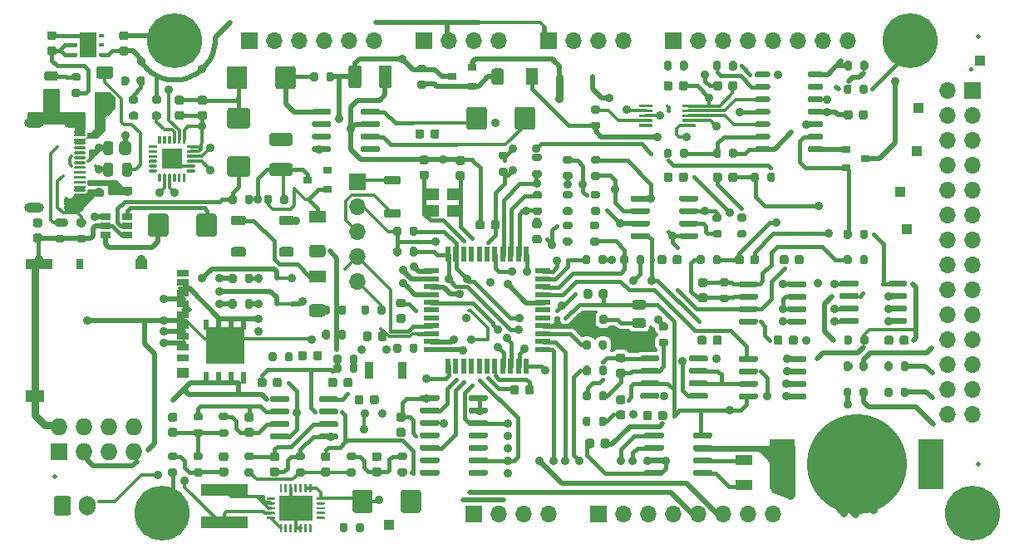
<source format=gbr>
G04 #@! TF.GenerationSoftware,KiCad,Pcbnew,5.1.10-88a1d61d58~88~ubuntu20.04.1*
G04 #@! TF.CreationDate,2021-05-27T22:44:10+02:00*
G04 #@! TF.ProjectId,PSLab,50534c61-622e-46b6-9963-61645f706362,v6.1*
G04 #@! TF.SameCoordinates,Original*
G04 #@! TF.FileFunction,Copper,L1,Top*
G04 #@! TF.FilePolarity,Positive*
%FSLAX46Y46*%
G04 Gerber Fmt 4.6, Leading zero omitted, Abs format (unit mm)*
G04 Created by KiCad (PCBNEW 5.1.10-88a1d61d58~88~ubuntu20.04.1) date 2021-05-27 22:44:10*
%MOMM*%
%LPD*%
G01*
G04 APERTURE LIST*
G04 #@! TA.AperFunction,SMDPad,CuDef*
%ADD10C,0.500000*%
G04 #@! TD*
G04 #@! TA.AperFunction,SMDPad,CuDef*
%ADD11R,0.900000X0.800000*%
G04 #@! TD*
G04 #@! TA.AperFunction,SMDPad,CuDef*
%ADD12R,1.000000X1.000000*%
G04 #@! TD*
G04 #@! TA.AperFunction,SMDPad,CuDef*
%ADD13R,2.500000X5.100000*%
G04 #@! TD*
G04 #@! TA.AperFunction,SMDPad,CuDef*
%ADD14C,10.200000*%
G04 #@! TD*
G04 #@! TA.AperFunction,SMDPad,CuDef*
%ADD15R,2.000000X2.000000*%
G04 #@! TD*
G04 #@! TA.AperFunction,ComponentPad*
%ADD16R,1.700000X1.700000*%
G04 #@! TD*
G04 #@! TA.AperFunction,ComponentPad*
%ADD17O,1.700000X1.700000*%
G04 #@! TD*
G04 #@! TA.AperFunction,ComponentPad*
%ADD18R,1.727200X1.727200*%
G04 #@! TD*
G04 #@! TA.AperFunction,ComponentPad*
%ADD19O,1.727200X1.727200*%
G04 #@! TD*
G04 #@! TA.AperFunction,ComponentPad*
%ADD20O,2.100000X1.000000*%
G04 #@! TD*
G04 #@! TA.AperFunction,ComponentPad*
%ADD21O,2.000000X1.000000*%
G04 #@! TD*
G04 #@! TA.AperFunction,SMDPad,CuDef*
%ADD22R,1.700000X1.300000*%
G04 #@! TD*
G04 #@! TA.AperFunction,SMDPad,CuDef*
%ADD23R,1.300000X1.700000*%
G04 #@! TD*
G04 #@! TA.AperFunction,SMDPad,CuDef*
%ADD24R,1.200000X0.700000*%
G04 #@! TD*
G04 #@! TA.AperFunction,SMDPad,CuDef*
%ADD25R,1.200000X1.000000*%
G04 #@! TD*
G04 #@! TA.AperFunction,SMDPad,CuDef*
%ADD26R,0.800000X1.000000*%
G04 #@! TD*
G04 #@! TA.AperFunction,SMDPad,CuDef*
%ADD27R,2.800000X1.000000*%
G04 #@! TD*
G04 #@! TA.AperFunction,SMDPad,CuDef*
%ADD28R,1.900000X1.300000*%
G04 #@! TD*
G04 #@! TA.AperFunction,ComponentPad*
%ADD29C,0.500000*%
G04 #@! TD*
G04 #@! TA.AperFunction,SMDPad,CuDef*
%ADD30R,3.500000X2.500000*%
G04 #@! TD*
G04 #@! TA.AperFunction,SMDPad,CuDef*
%ADD31R,4.700000X1.200000*%
G04 #@! TD*
G04 #@! TA.AperFunction,ComponentPad*
%ADD32C,5.600000*%
G04 #@! TD*
G04 #@! TA.AperFunction,ComponentPad*
%ADD33O,1.700000X2.000000*%
G04 #@! TD*
G04 #@! TA.AperFunction,SMDPad,CuDef*
%ADD34R,1.060000X0.650000*%
G04 #@! TD*
G04 #@! TA.AperFunction,SMDPad,CuDef*
%ADD35R,0.610000X1.270000*%
G04 #@! TD*
G04 #@! TA.AperFunction,SMDPad,CuDef*
%ADD36R,0.610000X1.020000*%
G04 #@! TD*
G04 #@! TA.AperFunction,SMDPad,CuDef*
%ADD37R,3.910000X3.810000*%
G04 #@! TD*
G04 #@! TA.AperFunction,SMDPad,CuDef*
%ADD38R,1.400000X1.200000*%
G04 #@! TD*
G04 #@! TA.AperFunction,SMDPad,CuDef*
%ADD39R,1.800000X1.000000*%
G04 #@! TD*
G04 #@! TA.AperFunction,SMDPad,CuDef*
%ADD40R,0.900000X1.700000*%
G04 #@! TD*
G04 #@! TA.AperFunction,SMDPad,CuDef*
%ADD41R,0.550000X1.500000*%
G04 #@! TD*
G04 #@! TA.AperFunction,SMDPad,CuDef*
%ADD42R,1.500000X0.550000*%
G04 #@! TD*
G04 #@! TA.AperFunction,SMDPad,CuDef*
%ADD43R,0.630000X0.450000*%
G04 #@! TD*
G04 #@! TA.AperFunction,SMDPad,CuDef*
%ADD44R,1.700000X2.600000*%
G04 #@! TD*
G04 #@! TA.AperFunction,ViaPad*
%ADD45C,0.914400*%
G04 #@! TD*
G04 #@! TA.AperFunction,Conductor*
%ADD46C,0.406400*%
G04 #@! TD*
G04 #@! TA.AperFunction,Conductor*
%ADD47C,0.508000*%
G04 #@! TD*
G04 #@! TA.AperFunction,Conductor*
%ADD48C,0.304800*%
G04 #@! TD*
G04 #@! TA.AperFunction,Conductor*
%ADD49C,0.254000*%
G04 #@! TD*
G04 #@! TA.AperFunction,Conductor*
%ADD50C,0.762000*%
G04 #@! TD*
G04 #@! TA.AperFunction,Conductor*
%ADD51C,0.300000*%
G04 #@! TD*
G04 #@! TA.AperFunction,Conductor*
%ADD52C,0.100000*%
G04 #@! TD*
G04 #@! TA.AperFunction,Conductor*
%ADD53C,0.030000*%
G04 #@! TD*
G04 APERTURE END LIST*
D10*
X94000000Y-107250000D03*
X188000000Y-106000000D03*
X188000000Y-62400000D03*
G04 #@! TA.AperFunction,SMDPad,CuDef*
G36*
G01*
X178830000Y-87725000D02*
X178830000Y-87425000D01*
G75*
G02*
X178980000Y-87275000I150000J0D01*
G01*
X180630000Y-87275000D01*
G75*
G02*
X180780000Y-87425000I0J-150000D01*
G01*
X180780000Y-87725000D01*
G75*
G02*
X180630000Y-87875000I-150000J0D01*
G01*
X178980000Y-87875000D01*
G75*
G02*
X178830000Y-87725000I0J150000D01*
G01*
G37*
G04 #@! TD.AperFunction*
G04 #@! TA.AperFunction,SMDPad,CuDef*
G36*
G01*
X178830000Y-88995000D02*
X178830000Y-88695000D01*
G75*
G02*
X178980000Y-88545000I150000J0D01*
G01*
X180630000Y-88545000D01*
G75*
G02*
X180780000Y-88695000I0J-150000D01*
G01*
X180780000Y-88995000D01*
G75*
G02*
X180630000Y-89145000I-150000J0D01*
G01*
X178980000Y-89145000D01*
G75*
G02*
X178830000Y-88995000I0J150000D01*
G01*
G37*
G04 #@! TD.AperFunction*
G04 #@! TA.AperFunction,SMDPad,CuDef*
G36*
G01*
X178830000Y-90265000D02*
X178830000Y-89965000D01*
G75*
G02*
X178980000Y-89815000I150000J0D01*
G01*
X180630000Y-89815000D01*
G75*
G02*
X180780000Y-89965000I0J-150000D01*
G01*
X180780000Y-90265000D01*
G75*
G02*
X180630000Y-90415000I-150000J0D01*
G01*
X178980000Y-90415000D01*
G75*
G02*
X178830000Y-90265000I0J150000D01*
G01*
G37*
G04 #@! TD.AperFunction*
G04 #@! TA.AperFunction,SMDPad,CuDef*
G36*
G01*
X178830000Y-91535000D02*
X178830000Y-91235000D01*
G75*
G02*
X178980000Y-91085000I150000J0D01*
G01*
X180630000Y-91085000D01*
G75*
G02*
X180780000Y-91235000I0J-150000D01*
G01*
X180780000Y-91535000D01*
G75*
G02*
X180630000Y-91685000I-150000J0D01*
G01*
X178980000Y-91685000D01*
G75*
G02*
X178830000Y-91535000I0J150000D01*
G01*
G37*
G04 #@! TD.AperFunction*
G04 #@! TA.AperFunction,SMDPad,CuDef*
G36*
G01*
X173880000Y-91535000D02*
X173880000Y-91235000D01*
G75*
G02*
X174030000Y-91085000I150000J0D01*
G01*
X175680000Y-91085000D01*
G75*
G02*
X175830000Y-91235000I0J-150000D01*
G01*
X175830000Y-91535000D01*
G75*
G02*
X175680000Y-91685000I-150000J0D01*
G01*
X174030000Y-91685000D01*
G75*
G02*
X173880000Y-91535000I0J150000D01*
G01*
G37*
G04 #@! TD.AperFunction*
G04 #@! TA.AperFunction,SMDPad,CuDef*
G36*
G01*
X173880000Y-90265000D02*
X173880000Y-89965000D01*
G75*
G02*
X174030000Y-89815000I150000J0D01*
G01*
X175680000Y-89815000D01*
G75*
G02*
X175830000Y-89965000I0J-150000D01*
G01*
X175830000Y-90265000D01*
G75*
G02*
X175680000Y-90415000I-150000J0D01*
G01*
X174030000Y-90415000D01*
G75*
G02*
X173880000Y-90265000I0J150000D01*
G01*
G37*
G04 #@! TD.AperFunction*
G04 #@! TA.AperFunction,SMDPad,CuDef*
G36*
G01*
X173880000Y-88995000D02*
X173880000Y-88695000D01*
G75*
G02*
X174030000Y-88545000I150000J0D01*
G01*
X175680000Y-88545000D01*
G75*
G02*
X175830000Y-88695000I0J-150000D01*
G01*
X175830000Y-88995000D01*
G75*
G02*
X175680000Y-89145000I-150000J0D01*
G01*
X174030000Y-89145000D01*
G75*
G02*
X173880000Y-88995000I0J150000D01*
G01*
G37*
G04 #@! TD.AperFunction*
G04 #@! TA.AperFunction,SMDPad,CuDef*
G36*
G01*
X173880000Y-87725000D02*
X173880000Y-87425000D01*
G75*
G02*
X174030000Y-87275000I150000J0D01*
G01*
X175680000Y-87275000D01*
G75*
G02*
X175830000Y-87425000I0J-150000D01*
G01*
X175830000Y-87725000D01*
G75*
G02*
X175680000Y-87875000I-150000J0D01*
G01*
X174030000Y-87875000D01*
G75*
G02*
X173880000Y-87725000I0J150000D01*
G01*
G37*
G04 #@! TD.AperFunction*
G04 #@! TA.AperFunction,SMDPad,CuDef*
G36*
G01*
X168570000Y-87775000D02*
X168570000Y-87475000D01*
G75*
G02*
X168720000Y-87325000I150000J0D01*
G01*
X170370000Y-87325000D01*
G75*
G02*
X170520000Y-87475000I0J-150000D01*
G01*
X170520000Y-87775000D01*
G75*
G02*
X170370000Y-87925000I-150000J0D01*
G01*
X168720000Y-87925000D01*
G75*
G02*
X168570000Y-87775000I0J150000D01*
G01*
G37*
G04 #@! TD.AperFunction*
G04 #@! TA.AperFunction,SMDPad,CuDef*
G36*
G01*
X168570000Y-89045000D02*
X168570000Y-88745000D01*
G75*
G02*
X168720000Y-88595000I150000J0D01*
G01*
X170370000Y-88595000D01*
G75*
G02*
X170520000Y-88745000I0J-150000D01*
G01*
X170520000Y-89045000D01*
G75*
G02*
X170370000Y-89195000I-150000J0D01*
G01*
X168720000Y-89195000D01*
G75*
G02*
X168570000Y-89045000I0J150000D01*
G01*
G37*
G04 #@! TD.AperFunction*
G04 #@! TA.AperFunction,SMDPad,CuDef*
G36*
G01*
X168570000Y-90315000D02*
X168570000Y-90015000D01*
G75*
G02*
X168720000Y-89865000I150000J0D01*
G01*
X170370000Y-89865000D01*
G75*
G02*
X170520000Y-90015000I0J-150000D01*
G01*
X170520000Y-90315000D01*
G75*
G02*
X170370000Y-90465000I-150000J0D01*
G01*
X168720000Y-90465000D01*
G75*
G02*
X168570000Y-90315000I0J150000D01*
G01*
G37*
G04 #@! TD.AperFunction*
G04 #@! TA.AperFunction,SMDPad,CuDef*
G36*
G01*
X168570000Y-91585000D02*
X168570000Y-91285000D01*
G75*
G02*
X168720000Y-91135000I150000J0D01*
G01*
X170370000Y-91135000D01*
G75*
G02*
X170520000Y-91285000I0J-150000D01*
G01*
X170520000Y-91585000D01*
G75*
G02*
X170370000Y-91735000I-150000J0D01*
G01*
X168720000Y-91735000D01*
G75*
G02*
X168570000Y-91585000I0J150000D01*
G01*
G37*
G04 #@! TD.AperFunction*
G04 #@! TA.AperFunction,SMDPad,CuDef*
G36*
G01*
X163620000Y-91585000D02*
X163620000Y-91285000D01*
G75*
G02*
X163770000Y-91135000I150000J0D01*
G01*
X165420000Y-91135000D01*
G75*
G02*
X165570000Y-91285000I0J-150000D01*
G01*
X165570000Y-91585000D01*
G75*
G02*
X165420000Y-91735000I-150000J0D01*
G01*
X163770000Y-91735000D01*
G75*
G02*
X163620000Y-91585000I0J150000D01*
G01*
G37*
G04 #@! TD.AperFunction*
G04 #@! TA.AperFunction,SMDPad,CuDef*
G36*
G01*
X163620000Y-90315000D02*
X163620000Y-90015000D01*
G75*
G02*
X163770000Y-89865000I150000J0D01*
G01*
X165420000Y-89865000D01*
G75*
G02*
X165570000Y-90015000I0J-150000D01*
G01*
X165570000Y-90315000D01*
G75*
G02*
X165420000Y-90465000I-150000J0D01*
G01*
X163770000Y-90465000D01*
G75*
G02*
X163620000Y-90315000I0J150000D01*
G01*
G37*
G04 #@! TD.AperFunction*
G04 #@! TA.AperFunction,SMDPad,CuDef*
G36*
G01*
X163620000Y-89045000D02*
X163620000Y-88745000D01*
G75*
G02*
X163770000Y-88595000I150000J0D01*
G01*
X165420000Y-88595000D01*
G75*
G02*
X165570000Y-88745000I0J-150000D01*
G01*
X165570000Y-89045000D01*
G75*
G02*
X165420000Y-89195000I-150000J0D01*
G01*
X163770000Y-89195000D01*
G75*
G02*
X163620000Y-89045000I0J150000D01*
G01*
G37*
G04 #@! TD.AperFunction*
G04 #@! TA.AperFunction,SMDPad,CuDef*
G36*
G01*
X163620000Y-87775000D02*
X163620000Y-87475000D01*
G75*
G02*
X163770000Y-87325000I150000J0D01*
G01*
X165420000Y-87325000D01*
G75*
G02*
X165570000Y-87475000I0J-150000D01*
G01*
X165570000Y-87775000D01*
G75*
G02*
X165420000Y-87925000I-150000J0D01*
G01*
X163770000Y-87925000D01*
G75*
G02*
X163620000Y-87775000I0J150000D01*
G01*
G37*
G04 #@! TD.AperFunction*
G04 #@! TA.AperFunction,SMDPad,CuDef*
G36*
G01*
X157560000Y-79045000D02*
X157560000Y-78745000D01*
G75*
G02*
X157710000Y-78595000I150000J0D01*
G01*
X159360000Y-78595000D01*
G75*
G02*
X159510000Y-78745000I0J-150000D01*
G01*
X159510000Y-79045000D01*
G75*
G02*
X159360000Y-79195000I-150000J0D01*
G01*
X157710000Y-79195000D01*
G75*
G02*
X157560000Y-79045000I0J150000D01*
G01*
G37*
G04 #@! TD.AperFunction*
G04 #@! TA.AperFunction,SMDPad,CuDef*
G36*
G01*
X157560000Y-80315000D02*
X157560000Y-80015000D01*
G75*
G02*
X157710000Y-79865000I150000J0D01*
G01*
X159360000Y-79865000D01*
G75*
G02*
X159510000Y-80015000I0J-150000D01*
G01*
X159510000Y-80315000D01*
G75*
G02*
X159360000Y-80465000I-150000J0D01*
G01*
X157710000Y-80465000D01*
G75*
G02*
X157560000Y-80315000I0J150000D01*
G01*
G37*
G04 #@! TD.AperFunction*
G04 #@! TA.AperFunction,SMDPad,CuDef*
G36*
G01*
X157560000Y-81585000D02*
X157560000Y-81285000D01*
G75*
G02*
X157710000Y-81135000I150000J0D01*
G01*
X159360000Y-81135000D01*
G75*
G02*
X159510000Y-81285000I0J-150000D01*
G01*
X159510000Y-81585000D01*
G75*
G02*
X159360000Y-81735000I-150000J0D01*
G01*
X157710000Y-81735000D01*
G75*
G02*
X157560000Y-81585000I0J150000D01*
G01*
G37*
G04 #@! TD.AperFunction*
G04 #@! TA.AperFunction,SMDPad,CuDef*
G36*
G01*
X157560000Y-82855000D02*
X157560000Y-82555000D01*
G75*
G02*
X157710000Y-82405000I150000J0D01*
G01*
X159360000Y-82405000D01*
G75*
G02*
X159510000Y-82555000I0J-150000D01*
G01*
X159510000Y-82855000D01*
G75*
G02*
X159360000Y-83005000I-150000J0D01*
G01*
X157710000Y-83005000D01*
G75*
G02*
X157560000Y-82855000I0J150000D01*
G01*
G37*
G04 #@! TD.AperFunction*
G04 #@! TA.AperFunction,SMDPad,CuDef*
G36*
G01*
X152610000Y-82855000D02*
X152610000Y-82555000D01*
G75*
G02*
X152760000Y-82405000I150000J0D01*
G01*
X154410000Y-82405000D01*
G75*
G02*
X154560000Y-82555000I0J-150000D01*
G01*
X154560000Y-82855000D01*
G75*
G02*
X154410000Y-83005000I-150000J0D01*
G01*
X152760000Y-83005000D01*
G75*
G02*
X152610000Y-82855000I0J150000D01*
G01*
G37*
G04 #@! TD.AperFunction*
G04 #@! TA.AperFunction,SMDPad,CuDef*
G36*
G01*
X152610000Y-81585000D02*
X152610000Y-81285000D01*
G75*
G02*
X152760000Y-81135000I150000J0D01*
G01*
X154410000Y-81135000D01*
G75*
G02*
X154560000Y-81285000I0J-150000D01*
G01*
X154560000Y-81585000D01*
G75*
G02*
X154410000Y-81735000I-150000J0D01*
G01*
X152760000Y-81735000D01*
G75*
G02*
X152610000Y-81585000I0J150000D01*
G01*
G37*
G04 #@! TD.AperFunction*
G04 #@! TA.AperFunction,SMDPad,CuDef*
G36*
G01*
X152610000Y-80315000D02*
X152610000Y-80015000D01*
G75*
G02*
X152760000Y-79865000I150000J0D01*
G01*
X154410000Y-79865000D01*
G75*
G02*
X154560000Y-80015000I0J-150000D01*
G01*
X154560000Y-80315000D01*
G75*
G02*
X154410000Y-80465000I-150000J0D01*
G01*
X152760000Y-80465000D01*
G75*
G02*
X152610000Y-80315000I0J150000D01*
G01*
G37*
G04 #@! TD.AperFunction*
G04 #@! TA.AperFunction,SMDPad,CuDef*
G36*
G01*
X152610000Y-79045000D02*
X152610000Y-78745000D01*
G75*
G02*
X152760000Y-78595000I150000J0D01*
G01*
X154410000Y-78595000D01*
G75*
G02*
X154560000Y-78745000I0J-150000D01*
G01*
X154560000Y-79045000D01*
G75*
G02*
X154410000Y-79195000I-150000J0D01*
G01*
X152760000Y-79195000D01*
G75*
G02*
X152610000Y-79045000I0J150000D01*
G01*
G37*
G04 #@! TD.AperFunction*
G04 #@! TA.AperFunction,SMDPad,CuDef*
G36*
G01*
X122120000Y-73715000D02*
X122120000Y-74015000D01*
G75*
G02*
X121970000Y-74165000I-150000J0D01*
G01*
X120320000Y-74165000D01*
G75*
G02*
X120170000Y-74015000I0J150000D01*
G01*
X120170000Y-73715000D01*
G75*
G02*
X120320000Y-73565000I150000J0D01*
G01*
X121970000Y-73565000D01*
G75*
G02*
X122120000Y-73715000I0J-150000D01*
G01*
G37*
G04 #@! TD.AperFunction*
G04 #@! TA.AperFunction,SMDPad,CuDef*
G36*
G01*
X122120000Y-72445000D02*
X122120000Y-72745000D01*
G75*
G02*
X121970000Y-72895000I-150000J0D01*
G01*
X120320000Y-72895000D01*
G75*
G02*
X120170000Y-72745000I0J150000D01*
G01*
X120170000Y-72445000D01*
G75*
G02*
X120320000Y-72295000I150000J0D01*
G01*
X121970000Y-72295000D01*
G75*
G02*
X122120000Y-72445000I0J-150000D01*
G01*
G37*
G04 #@! TD.AperFunction*
G04 #@! TA.AperFunction,SMDPad,CuDef*
G36*
G01*
X122120000Y-71175000D02*
X122120000Y-71475000D01*
G75*
G02*
X121970000Y-71625000I-150000J0D01*
G01*
X120320000Y-71625000D01*
G75*
G02*
X120170000Y-71475000I0J150000D01*
G01*
X120170000Y-71175000D01*
G75*
G02*
X120320000Y-71025000I150000J0D01*
G01*
X121970000Y-71025000D01*
G75*
G02*
X122120000Y-71175000I0J-150000D01*
G01*
G37*
G04 #@! TD.AperFunction*
G04 #@! TA.AperFunction,SMDPad,CuDef*
G36*
G01*
X122120000Y-69905000D02*
X122120000Y-70205000D01*
G75*
G02*
X121970000Y-70355000I-150000J0D01*
G01*
X120320000Y-70355000D01*
G75*
G02*
X120170000Y-70205000I0J150000D01*
G01*
X120170000Y-69905000D01*
G75*
G02*
X120320000Y-69755000I150000J0D01*
G01*
X121970000Y-69755000D01*
G75*
G02*
X122120000Y-69905000I0J-150000D01*
G01*
G37*
G04 #@! TD.AperFunction*
G04 #@! TA.AperFunction,SMDPad,CuDef*
G36*
G01*
X127070000Y-69905000D02*
X127070000Y-70205000D01*
G75*
G02*
X126920000Y-70355000I-150000J0D01*
G01*
X125270000Y-70355000D01*
G75*
G02*
X125120000Y-70205000I0J150000D01*
G01*
X125120000Y-69905000D01*
G75*
G02*
X125270000Y-69755000I150000J0D01*
G01*
X126920000Y-69755000D01*
G75*
G02*
X127070000Y-69905000I0J-150000D01*
G01*
G37*
G04 #@! TD.AperFunction*
G04 #@! TA.AperFunction,SMDPad,CuDef*
G36*
G01*
X127070000Y-71175000D02*
X127070000Y-71475000D01*
G75*
G02*
X126920000Y-71625000I-150000J0D01*
G01*
X125270000Y-71625000D01*
G75*
G02*
X125120000Y-71475000I0J150000D01*
G01*
X125120000Y-71175000D01*
G75*
G02*
X125270000Y-71025000I150000J0D01*
G01*
X126920000Y-71025000D01*
G75*
G02*
X127070000Y-71175000I0J-150000D01*
G01*
G37*
G04 #@! TD.AperFunction*
G04 #@! TA.AperFunction,SMDPad,CuDef*
G36*
G01*
X127070000Y-72445000D02*
X127070000Y-72745000D01*
G75*
G02*
X126920000Y-72895000I-150000J0D01*
G01*
X125270000Y-72895000D01*
G75*
G02*
X125120000Y-72745000I0J150000D01*
G01*
X125120000Y-72445000D01*
G75*
G02*
X125270000Y-72295000I150000J0D01*
G01*
X126920000Y-72295000D01*
G75*
G02*
X127070000Y-72445000I0J-150000D01*
G01*
G37*
G04 #@! TD.AperFunction*
G04 #@! TA.AperFunction,SMDPad,CuDef*
G36*
G01*
X127070000Y-73715000D02*
X127070000Y-74015000D01*
G75*
G02*
X126920000Y-74165000I-150000J0D01*
G01*
X125270000Y-74165000D01*
G75*
G02*
X125120000Y-74015000I0J150000D01*
G01*
X125120000Y-73715000D01*
G75*
G02*
X125270000Y-73565000I150000J0D01*
G01*
X126920000Y-73565000D01*
G75*
G02*
X127070000Y-73715000I0J-150000D01*
G01*
G37*
G04 #@! TD.AperFunction*
G04 #@! TA.AperFunction,SMDPad,CuDef*
G36*
G01*
X117860000Y-103005000D02*
X117860000Y-103305000D01*
G75*
G02*
X117710000Y-103455000I-150000J0D01*
G01*
X116060000Y-103455000D01*
G75*
G02*
X115910000Y-103305000I0J150000D01*
G01*
X115910000Y-103005000D01*
G75*
G02*
X116060000Y-102855000I150000J0D01*
G01*
X117710000Y-102855000D01*
G75*
G02*
X117860000Y-103005000I0J-150000D01*
G01*
G37*
G04 #@! TD.AperFunction*
G04 #@! TA.AperFunction,SMDPad,CuDef*
G36*
G01*
X117860000Y-101735000D02*
X117860000Y-102035000D01*
G75*
G02*
X117710000Y-102185000I-150000J0D01*
G01*
X116060000Y-102185000D01*
G75*
G02*
X115910000Y-102035000I0J150000D01*
G01*
X115910000Y-101735000D01*
G75*
G02*
X116060000Y-101585000I150000J0D01*
G01*
X117710000Y-101585000D01*
G75*
G02*
X117860000Y-101735000I0J-150000D01*
G01*
G37*
G04 #@! TD.AperFunction*
G04 #@! TA.AperFunction,SMDPad,CuDef*
G36*
G01*
X117860000Y-100465000D02*
X117860000Y-100765000D01*
G75*
G02*
X117710000Y-100915000I-150000J0D01*
G01*
X116060000Y-100915000D01*
G75*
G02*
X115910000Y-100765000I0J150000D01*
G01*
X115910000Y-100465000D01*
G75*
G02*
X116060000Y-100315000I150000J0D01*
G01*
X117710000Y-100315000D01*
G75*
G02*
X117860000Y-100465000I0J-150000D01*
G01*
G37*
G04 #@! TD.AperFunction*
G04 #@! TA.AperFunction,SMDPad,CuDef*
G36*
G01*
X117860000Y-99195000D02*
X117860000Y-99495000D01*
G75*
G02*
X117710000Y-99645000I-150000J0D01*
G01*
X116060000Y-99645000D01*
G75*
G02*
X115910000Y-99495000I0J150000D01*
G01*
X115910000Y-99195000D01*
G75*
G02*
X116060000Y-99045000I150000J0D01*
G01*
X117710000Y-99045000D01*
G75*
G02*
X117860000Y-99195000I0J-150000D01*
G01*
G37*
G04 #@! TD.AperFunction*
G04 #@! TA.AperFunction,SMDPad,CuDef*
G36*
G01*
X122810000Y-99195000D02*
X122810000Y-99495000D01*
G75*
G02*
X122660000Y-99645000I-150000J0D01*
G01*
X121010000Y-99645000D01*
G75*
G02*
X120860000Y-99495000I0J150000D01*
G01*
X120860000Y-99195000D01*
G75*
G02*
X121010000Y-99045000I150000J0D01*
G01*
X122660000Y-99045000D01*
G75*
G02*
X122810000Y-99195000I0J-150000D01*
G01*
G37*
G04 #@! TD.AperFunction*
G04 #@! TA.AperFunction,SMDPad,CuDef*
G36*
G01*
X122810000Y-100465000D02*
X122810000Y-100765000D01*
G75*
G02*
X122660000Y-100915000I-150000J0D01*
G01*
X121010000Y-100915000D01*
G75*
G02*
X120860000Y-100765000I0J150000D01*
G01*
X120860000Y-100465000D01*
G75*
G02*
X121010000Y-100315000I150000J0D01*
G01*
X122660000Y-100315000D01*
G75*
G02*
X122810000Y-100465000I0J-150000D01*
G01*
G37*
G04 #@! TD.AperFunction*
G04 #@! TA.AperFunction,SMDPad,CuDef*
G36*
G01*
X122810000Y-101735000D02*
X122810000Y-102035000D01*
G75*
G02*
X122660000Y-102185000I-150000J0D01*
G01*
X121010000Y-102185000D01*
G75*
G02*
X120860000Y-102035000I0J150000D01*
G01*
X120860000Y-101735000D01*
G75*
G02*
X121010000Y-101585000I150000J0D01*
G01*
X122660000Y-101585000D01*
G75*
G02*
X122810000Y-101735000I0J-150000D01*
G01*
G37*
G04 #@! TD.AperFunction*
G04 #@! TA.AperFunction,SMDPad,CuDef*
G36*
G01*
X122810000Y-103005000D02*
X122810000Y-103305000D01*
G75*
G02*
X122660000Y-103455000I-150000J0D01*
G01*
X121010000Y-103455000D01*
G75*
G02*
X120860000Y-103305000I0J150000D01*
G01*
X120860000Y-103005000D01*
G75*
G02*
X121010000Y-102855000I150000J0D01*
G01*
X122660000Y-102855000D01*
G75*
G02*
X122810000Y-103005000I0J-150000D01*
G01*
G37*
G04 #@! TD.AperFunction*
G04 #@! TA.AperFunction,SMDPad,CuDef*
G36*
G01*
X158550000Y-95365000D02*
X158550000Y-95065000D01*
G75*
G02*
X158700000Y-94915000I150000J0D01*
G01*
X160350000Y-94915000D01*
G75*
G02*
X160500000Y-95065000I0J-150000D01*
G01*
X160500000Y-95365000D01*
G75*
G02*
X160350000Y-95515000I-150000J0D01*
G01*
X158700000Y-95515000D01*
G75*
G02*
X158550000Y-95365000I0J150000D01*
G01*
G37*
G04 #@! TD.AperFunction*
G04 #@! TA.AperFunction,SMDPad,CuDef*
G36*
G01*
X158550000Y-96635000D02*
X158550000Y-96335000D01*
G75*
G02*
X158700000Y-96185000I150000J0D01*
G01*
X160350000Y-96185000D01*
G75*
G02*
X160500000Y-96335000I0J-150000D01*
G01*
X160500000Y-96635000D01*
G75*
G02*
X160350000Y-96785000I-150000J0D01*
G01*
X158700000Y-96785000D01*
G75*
G02*
X158550000Y-96635000I0J150000D01*
G01*
G37*
G04 #@! TD.AperFunction*
G04 #@! TA.AperFunction,SMDPad,CuDef*
G36*
G01*
X158550000Y-97905000D02*
X158550000Y-97605000D01*
G75*
G02*
X158700000Y-97455000I150000J0D01*
G01*
X160350000Y-97455000D01*
G75*
G02*
X160500000Y-97605000I0J-150000D01*
G01*
X160500000Y-97905000D01*
G75*
G02*
X160350000Y-98055000I-150000J0D01*
G01*
X158700000Y-98055000D01*
G75*
G02*
X158550000Y-97905000I0J150000D01*
G01*
G37*
G04 #@! TD.AperFunction*
G04 #@! TA.AperFunction,SMDPad,CuDef*
G36*
G01*
X158550000Y-99175000D02*
X158550000Y-98875000D01*
G75*
G02*
X158700000Y-98725000I150000J0D01*
G01*
X160350000Y-98725000D01*
G75*
G02*
X160500000Y-98875000I0J-150000D01*
G01*
X160500000Y-99175000D01*
G75*
G02*
X160350000Y-99325000I-150000J0D01*
G01*
X158700000Y-99325000D01*
G75*
G02*
X158550000Y-99175000I0J150000D01*
G01*
G37*
G04 #@! TD.AperFunction*
G04 #@! TA.AperFunction,SMDPad,CuDef*
G36*
G01*
X153600000Y-99175000D02*
X153600000Y-98875000D01*
G75*
G02*
X153750000Y-98725000I150000J0D01*
G01*
X155400000Y-98725000D01*
G75*
G02*
X155550000Y-98875000I0J-150000D01*
G01*
X155550000Y-99175000D01*
G75*
G02*
X155400000Y-99325000I-150000J0D01*
G01*
X153750000Y-99325000D01*
G75*
G02*
X153600000Y-99175000I0J150000D01*
G01*
G37*
G04 #@! TD.AperFunction*
G04 #@! TA.AperFunction,SMDPad,CuDef*
G36*
G01*
X153600000Y-97905000D02*
X153600000Y-97605000D01*
G75*
G02*
X153750000Y-97455000I150000J0D01*
G01*
X155400000Y-97455000D01*
G75*
G02*
X155550000Y-97605000I0J-150000D01*
G01*
X155550000Y-97905000D01*
G75*
G02*
X155400000Y-98055000I-150000J0D01*
G01*
X153750000Y-98055000D01*
G75*
G02*
X153600000Y-97905000I0J150000D01*
G01*
G37*
G04 #@! TD.AperFunction*
G04 #@! TA.AperFunction,SMDPad,CuDef*
G36*
G01*
X153600000Y-96635000D02*
X153600000Y-96335000D01*
G75*
G02*
X153750000Y-96185000I150000J0D01*
G01*
X155400000Y-96185000D01*
G75*
G02*
X155550000Y-96335000I0J-150000D01*
G01*
X155550000Y-96635000D01*
G75*
G02*
X155400000Y-96785000I-150000J0D01*
G01*
X153750000Y-96785000D01*
G75*
G02*
X153600000Y-96635000I0J150000D01*
G01*
G37*
G04 #@! TD.AperFunction*
G04 #@! TA.AperFunction,SMDPad,CuDef*
G36*
G01*
X153600000Y-95365000D02*
X153600000Y-95065000D01*
G75*
G02*
X153750000Y-94915000I150000J0D01*
G01*
X155400000Y-94915000D01*
G75*
G02*
X155550000Y-95065000I0J-150000D01*
G01*
X155550000Y-95365000D01*
G75*
G02*
X155400000Y-95515000I-150000J0D01*
G01*
X153750000Y-95515000D01*
G75*
G02*
X153600000Y-95365000I0J150000D01*
G01*
G37*
G04 #@! TD.AperFunction*
G04 #@! TA.AperFunction,SMDPad,CuDef*
G36*
G01*
X168580000Y-95405000D02*
X168580000Y-95105000D01*
G75*
G02*
X168730000Y-94955000I150000J0D01*
G01*
X170380000Y-94955000D01*
G75*
G02*
X170530000Y-95105000I0J-150000D01*
G01*
X170530000Y-95405000D01*
G75*
G02*
X170380000Y-95555000I-150000J0D01*
G01*
X168730000Y-95555000D01*
G75*
G02*
X168580000Y-95405000I0J150000D01*
G01*
G37*
G04 #@! TD.AperFunction*
G04 #@! TA.AperFunction,SMDPad,CuDef*
G36*
G01*
X168580000Y-96675000D02*
X168580000Y-96375000D01*
G75*
G02*
X168730000Y-96225000I150000J0D01*
G01*
X170380000Y-96225000D01*
G75*
G02*
X170530000Y-96375000I0J-150000D01*
G01*
X170530000Y-96675000D01*
G75*
G02*
X170380000Y-96825000I-150000J0D01*
G01*
X168730000Y-96825000D01*
G75*
G02*
X168580000Y-96675000I0J150000D01*
G01*
G37*
G04 #@! TD.AperFunction*
G04 #@! TA.AperFunction,SMDPad,CuDef*
G36*
G01*
X168580000Y-97945000D02*
X168580000Y-97645000D01*
G75*
G02*
X168730000Y-97495000I150000J0D01*
G01*
X170380000Y-97495000D01*
G75*
G02*
X170530000Y-97645000I0J-150000D01*
G01*
X170530000Y-97945000D01*
G75*
G02*
X170380000Y-98095000I-150000J0D01*
G01*
X168730000Y-98095000D01*
G75*
G02*
X168580000Y-97945000I0J150000D01*
G01*
G37*
G04 #@! TD.AperFunction*
G04 #@! TA.AperFunction,SMDPad,CuDef*
G36*
G01*
X168580000Y-99215000D02*
X168580000Y-98915000D01*
G75*
G02*
X168730000Y-98765000I150000J0D01*
G01*
X170380000Y-98765000D01*
G75*
G02*
X170530000Y-98915000I0J-150000D01*
G01*
X170530000Y-99215000D01*
G75*
G02*
X170380000Y-99365000I-150000J0D01*
G01*
X168730000Y-99365000D01*
G75*
G02*
X168580000Y-99215000I0J150000D01*
G01*
G37*
G04 #@! TD.AperFunction*
G04 #@! TA.AperFunction,SMDPad,CuDef*
G36*
G01*
X163630000Y-99215000D02*
X163630000Y-98915000D01*
G75*
G02*
X163780000Y-98765000I150000J0D01*
G01*
X165430000Y-98765000D01*
G75*
G02*
X165580000Y-98915000I0J-150000D01*
G01*
X165580000Y-99215000D01*
G75*
G02*
X165430000Y-99365000I-150000J0D01*
G01*
X163780000Y-99365000D01*
G75*
G02*
X163630000Y-99215000I0J150000D01*
G01*
G37*
G04 #@! TD.AperFunction*
G04 #@! TA.AperFunction,SMDPad,CuDef*
G36*
G01*
X163630000Y-97945000D02*
X163630000Y-97645000D01*
G75*
G02*
X163780000Y-97495000I150000J0D01*
G01*
X165430000Y-97495000D01*
G75*
G02*
X165580000Y-97645000I0J-150000D01*
G01*
X165580000Y-97945000D01*
G75*
G02*
X165430000Y-98095000I-150000J0D01*
G01*
X163780000Y-98095000D01*
G75*
G02*
X163630000Y-97945000I0J150000D01*
G01*
G37*
G04 #@! TD.AperFunction*
G04 #@! TA.AperFunction,SMDPad,CuDef*
G36*
G01*
X163630000Y-96675000D02*
X163630000Y-96375000D01*
G75*
G02*
X163780000Y-96225000I150000J0D01*
G01*
X165430000Y-96225000D01*
G75*
G02*
X165580000Y-96375000I0J-150000D01*
G01*
X165580000Y-96675000D01*
G75*
G02*
X165430000Y-96825000I-150000J0D01*
G01*
X163780000Y-96825000D01*
G75*
G02*
X163630000Y-96675000I0J150000D01*
G01*
G37*
G04 #@! TD.AperFunction*
G04 #@! TA.AperFunction,SMDPad,CuDef*
G36*
G01*
X163630000Y-95405000D02*
X163630000Y-95105000D01*
G75*
G02*
X163780000Y-94955000I150000J0D01*
G01*
X165430000Y-94955000D01*
G75*
G02*
X165580000Y-95105000I0J-150000D01*
G01*
X165580000Y-95405000D01*
G75*
G02*
X165430000Y-95555000I-150000J0D01*
G01*
X163780000Y-95555000D01*
G75*
G02*
X163630000Y-95405000I0J150000D01*
G01*
G37*
G04 #@! TD.AperFunction*
G04 #@! TA.AperFunction,SMDPad,CuDef*
G36*
G01*
X155988000Y-106699000D02*
X155988000Y-106999000D01*
G75*
G02*
X155838000Y-107149000I-150000J0D01*
G01*
X154188000Y-107149000D01*
G75*
G02*
X154038000Y-106999000I0J150000D01*
G01*
X154038000Y-106699000D01*
G75*
G02*
X154188000Y-106549000I150000J0D01*
G01*
X155838000Y-106549000D01*
G75*
G02*
X155988000Y-106699000I0J-150000D01*
G01*
G37*
G04 #@! TD.AperFunction*
G04 #@! TA.AperFunction,SMDPad,CuDef*
G36*
G01*
X155988000Y-105429000D02*
X155988000Y-105729000D01*
G75*
G02*
X155838000Y-105879000I-150000J0D01*
G01*
X154188000Y-105879000D01*
G75*
G02*
X154038000Y-105729000I0J150000D01*
G01*
X154038000Y-105429000D01*
G75*
G02*
X154188000Y-105279000I150000J0D01*
G01*
X155838000Y-105279000D01*
G75*
G02*
X155988000Y-105429000I0J-150000D01*
G01*
G37*
G04 #@! TD.AperFunction*
G04 #@! TA.AperFunction,SMDPad,CuDef*
G36*
G01*
X155988000Y-104159000D02*
X155988000Y-104459000D01*
G75*
G02*
X155838000Y-104609000I-150000J0D01*
G01*
X154188000Y-104609000D01*
G75*
G02*
X154038000Y-104459000I0J150000D01*
G01*
X154038000Y-104159000D01*
G75*
G02*
X154188000Y-104009000I150000J0D01*
G01*
X155838000Y-104009000D01*
G75*
G02*
X155988000Y-104159000I0J-150000D01*
G01*
G37*
G04 #@! TD.AperFunction*
G04 #@! TA.AperFunction,SMDPad,CuDef*
G36*
G01*
X155988000Y-102889000D02*
X155988000Y-103189000D01*
G75*
G02*
X155838000Y-103339000I-150000J0D01*
G01*
X154188000Y-103339000D01*
G75*
G02*
X154038000Y-103189000I0J150000D01*
G01*
X154038000Y-102889000D01*
G75*
G02*
X154188000Y-102739000I150000J0D01*
G01*
X155838000Y-102739000D01*
G75*
G02*
X155988000Y-102889000I0J-150000D01*
G01*
G37*
G04 #@! TD.AperFunction*
G04 #@! TA.AperFunction,SMDPad,CuDef*
G36*
G01*
X160938000Y-102889000D02*
X160938000Y-103189000D01*
G75*
G02*
X160788000Y-103339000I-150000J0D01*
G01*
X159138000Y-103339000D01*
G75*
G02*
X158988000Y-103189000I0J150000D01*
G01*
X158988000Y-102889000D01*
G75*
G02*
X159138000Y-102739000I150000J0D01*
G01*
X160788000Y-102739000D01*
G75*
G02*
X160938000Y-102889000I0J-150000D01*
G01*
G37*
G04 #@! TD.AperFunction*
G04 #@! TA.AperFunction,SMDPad,CuDef*
G36*
G01*
X160938000Y-104159000D02*
X160938000Y-104459000D01*
G75*
G02*
X160788000Y-104609000I-150000J0D01*
G01*
X159138000Y-104609000D01*
G75*
G02*
X158988000Y-104459000I0J150000D01*
G01*
X158988000Y-104159000D01*
G75*
G02*
X159138000Y-104009000I150000J0D01*
G01*
X160788000Y-104009000D01*
G75*
G02*
X160938000Y-104159000I0J-150000D01*
G01*
G37*
G04 #@! TD.AperFunction*
G04 #@! TA.AperFunction,SMDPad,CuDef*
G36*
G01*
X160938000Y-105429000D02*
X160938000Y-105729000D01*
G75*
G02*
X160788000Y-105879000I-150000J0D01*
G01*
X159138000Y-105879000D01*
G75*
G02*
X158988000Y-105729000I0J150000D01*
G01*
X158988000Y-105429000D01*
G75*
G02*
X159138000Y-105279000I150000J0D01*
G01*
X160788000Y-105279000D01*
G75*
G02*
X160938000Y-105429000I0J-150000D01*
G01*
G37*
G04 #@! TD.AperFunction*
G04 #@! TA.AperFunction,SMDPad,CuDef*
G36*
G01*
X160938000Y-106699000D02*
X160938000Y-106999000D01*
G75*
G02*
X160788000Y-107149000I-150000J0D01*
G01*
X159138000Y-107149000D01*
G75*
G02*
X158988000Y-106999000I0J150000D01*
G01*
X158988000Y-106699000D01*
G75*
G02*
X159138000Y-106549000I150000J0D01*
G01*
X160788000Y-106549000D01*
G75*
G02*
X160938000Y-106699000I0J-150000D01*
G01*
G37*
G04 #@! TD.AperFunction*
D11*
X119700000Y-77000000D03*
X121700000Y-76050000D03*
X121700000Y-77950000D03*
X134480000Y-66480000D03*
X136480000Y-65530000D03*
X136480000Y-67430000D03*
X176560000Y-74810000D03*
X174560000Y-75760000D03*
X174560000Y-73860000D03*
G04 #@! TA.AperFunction,SMDPad,CuDef*
G36*
G01*
X110910000Y-106325000D02*
X111410000Y-106325000D01*
G75*
G02*
X111635000Y-106550000I0J-225000D01*
G01*
X111635000Y-107000000D01*
G75*
G02*
X111410000Y-107225000I-225000J0D01*
G01*
X110910000Y-107225000D01*
G75*
G02*
X110685000Y-107000000I0J225000D01*
G01*
X110685000Y-106550000D01*
G75*
G02*
X110910000Y-106325000I225000J0D01*
G01*
G37*
G04 #@! TD.AperFunction*
G04 #@! TA.AperFunction,SMDPad,CuDef*
G36*
G01*
X110910000Y-104775000D02*
X111410000Y-104775000D01*
G75*
G02*
X111635000Y-105000000I0J-225000D01*
G01*
X111635000Y-105450000D01*
G75*
G02*
X111410000Y-105675000I-225000J0D01*
G01*
X110910000Y-105675000D01*
G75*
G02*
X110685000Y-105450000I0J225000D01*
G01*
X110685000Y-105000000D01*
G75*
G02*
X110910000Y-104775000I225000J0D01*
G01*
G37*
G04 #@! TD.AperFunction*
G04 #@! TA.AperFunction,SMDPad,CuDef*
G36*
G01*
X106210000Y-101635000D02*
X105710000Y-101635000D01*
G75*
G02*
X105485000Y-101410000I0J225000D01*
G01*
X105485000Y-100960000D01*
G75*
G02*
X105710000Y-100735000I225000J0D01*
G01*
X106210000Y-100735000D01*
G75*
G02*
X106435000Y-100960000I0J-225000D01*
G01*
X106435000Y-101410000D01*
G75*
G02*
X106210000Y-101635000I-225000J0D01*
G01*
G37*
G04 #@! TD.AperFunction*
G04 #@! TA.AperFunction,SMDPad,CuDef*
G36*
G01*
X106210000Y-103185000D02*
X105710000Y-103185000D01*
G75*
G02*
X105485000Y-102960000I0J225000D01*
G01*
X105485000Y-102510000D01*
G75*
G02*
X105710000Y-102285000I225000J0D01*
G01*
X106210000Y-102285000D01*
G75*
G02*
X106435000Y-102510000I0J-225000D01*
G01*
X106435000Y-102960000D01*
G75*
G02*
X106210000Y-103185000I-225000J0D01*
G01*
G37*
G04 #@! TD.AperFunction*
G04 #@! TA.AperFunction,SMDPad,CuDef*
G36*
G01*
X100750000Y-63385000D02*
X101250000Y-63385000D01*
G75*
G02*
X101475000Y-63610000I0J-225000D01*
G01*
X101475000Y-64060000D01*
G75*
G02*
X101250000Y-64285000I-225000J0D01*
G01*
X100750000Y-64285000D01*
G75*
G02*
X100525000Y-64060000I0J225000D01*
G01*
X100525000Y-63610000D01*
G75*
G02*
X100750000Y-63385000I225000J0D01*
G01*
G37*
G04 #@! TD.AperFunction*
G04 #@! TA.AperFunction,SMDPad,CuDef*
G36*
G01*
X100750000Y-61835000D02*
X101250000Y-61835000D01*
G75*
G02*
X101475000Y-62060000I0J-225000D01*
G01*
X101475000Y-62510000D01*
G75*
G02*
X101250000Y-62735000I-225000J0D01*
G01*
X100750000Y-62735000D01*
G75*
G02*
X100525000Y-62510000I0J225000D01*
G01*
X100525000Y-62060000D01*
G75*
G02*
X100750000Y-61835000I225000J0D01*
G01*
G37*
G04 #@! TD.AperFunction*
G04 #@! TA.AperFunction,SMDPad,CuDef*
G36*
G01*
X93400000Y-63385000D02*
X93900000Y-63385000D01*
G75*
G02*
X94125000Y-63610000I0J-225000D01*
G01*
X94125000Y-64060000D01*
G75*
G02*
X93900000Y-64285000I-225000J0D01*
G01*
X93400000Y-64285000D01*
G75*
G02*
X93175000Y-64060000I0J225000D01*
G01*
X93175000Y-63610000D01*
G75*
G02*
X93400000Y-63385000I225000J0D01*
G01*
G37*
G04 #@! TD.AperFunction*
G04 #@! TA.AperFunction,SMDPad,CuDef*
G36*
G01*
X93400000Y-61835000D02*
X93900000Y-61835000D01*
G75*
G02*
X94125000Y-62060000I0J-225000D01*
G01*
X94125000Y-62510000D01*
G75*
G02*
X93900000Y-62735000I-225000J0D01*
G01*
X93400000Y-62735000D01*
G75*
G02*
X93175000Y-62510000I0J225000D01*
G01*
X93175000Y-62060000D01*
G75*
G02*
X93400000Y-61835000I225000J0D01*
G01*
G37*
G04 #@! TD.AperFunction*
G04 #@! TA.AperFunction,SMDPad,CuDef*
G36*
G01*
X168085000Y-93090000D02*
X168085000Y-93590000D01*
G75*
G02*
X167860000Y-93815000I-225000J0D01*
G01*
X167410000Y-93815000D01*
G75*
G02*
X167185000Y-93590000I0J225000D01*
G01*
X167185000Y-93090000D01*
G75*
G02*
X167410000Y-92865000I225000J0D01*
G01*
X167860000Y-92865000D01*
G75*
G02*
X168085000Y-93090000I0J-225000D01*
G01*
G37*
G04 #@! TD.AperFunction*
G04 #@! TA.AperFunction,SMDPad,CuDef*
G36*
G01*
X169635000Y-93090000D02*
X169635000Y-93590000D01*
G75*
G02*
X169410000Y-93815000I-225000J0D01*
G01*
X168960000Y-93815000D01*
G75*
G02*
X168735000Y-93590000I0J225000D01*
G01*
X168735000Y-93090000D01*
G75*
G02*
X168960000Y-92865000I225000J0D01*
G01*
X169410000Y-92865000D01*
G75*
G02*
X169635000Y-93090000I0J-225000D01*
G01*
G37*
G04 #@! TD.AperFunction*
G04 #@! TA.AperFunction,SMDPad,CuDef*
G36*
G01*
X159720000Y-88575000D02*
X160220000Y-88575000D01*
G75*
G02*
X160445000Y-88800000I0J-225000D01*
G01*
X160445000Y-89250000D01*
G75*
G02*
X160220000Y-89475000I-225000J0D01*
G01*
X159720000Y-89475000D01*
G75*
G02*
X159495000Y-89250000I0J225000D01*
G01*
X159495000Y-88800000D01*
G75*
G02*
X159720000Y-88575000I225000J0D01*
G01*
G37*
G04 #@! TD.AperFunction*
G04 #@! TA.AperFunction,SMDPad,CuDef*
G36*
G01*
X159720000Y-87025000D02*
X160220000Y-87025000D01*
G75*
G02*
X160445000Y-87250000I0J-225000D01*
G01*
X160445000Y-87700000D01*
G75*
G02*
X160220000Y-87925000I-225000J0D01*
G01*
X159720000Y-87925000D01*
G75*
G02*
X159495000Y-87700000I0J225000D01*
G01*
X159495000Y-87250000D01*
G75*
G02*
X159720000Y-87025000I225000J0D01*
G01*
G37*
G04 #@! TD.AperFunction*
G04 #@! TA.AperFunction,SMDPad,CuDef*
G36*
G01*
X156895000Y-67150000D02*
X156895000Y-67650000D01*
G75*
G02*
X156670000Y-67875000I-225000J0D01*
G01*
X156220000Y-67875000D01*
G75*
G02*
X155995000Y-67650000I0J225000D01*
G01*
X155995000Y-67150000D01*
G75*
G02*
X156220000Y-66925000I225000J0D01*
G01*
X156670000Y-66925000D01*
G75*
G02*
X156895000Y-67150000I0J-225000D01*
G01*
G37*
G04 #@! TD.AperFunction*
G04 #@! TA.AperFunction,SMDPad,CuDef*
G36*
G01*
X158445000Y-67150000D02*
X158445000Y-67650000D01*
G75*
G02*
X158220000Y-67875000I-225000J0D01*
G01*
X157770000Y-67875000D01*
G75*
G02*
X157545000Y-67650000I0J225000D01*
G01*
X157545000Y-67150000D01*
G75*
G02*
X157770000Y-66925000I225000J0D01*
G01*
X158220000Y-66925000D01*
G75*
G02*
X158445000Y-67150000I0J-225000D01*
G01*
G37*
G04 #@! TD.AperFunction*
G04 #@! TA.AperFunction,SMDPad,CuDef*
G36*
G01*
X164795000Y-85390000D02*
X164795000Y-84890000D01*
G75*
G02*
X165020000Y-84665000I225000J0D01*
G01*
X165470000Y-84665000D01*
G75*
G02*
X165695000Y-84890000I0J-225000D01*
G01*
X165695000Y-85390000D01*
G75*
G02*
X165470000Y-85615000I-225000J0D01*
G01*
X165020000Y-85615000D01*
G75*
G02*
X164795000Y-85390000I0J225000D01*
G01*
G37*
G04 #@! TD.AperFunction*
G04 #@! TA.AperFunction,SMDPad,CuDef*
G36*
G01*
X163245000Y-85390000D02*
X163245000Y-84890000D01*
G75*
G02*
X163470000Y-84665000I225000J0D01*
G01*
X163920000Y-84665000D01*
G75*
G02*
X164145000Y-84890000I0J-225000D01*
G01*
X164145000Y-85390000D01*
G75*
G02*
X163920000Y-85615000I-225000J0D01*
G01*
X163470000Y-85615000D01*
G75*
G02*
X163245000Y-85390000I0J225000D01*
G01*
G37*
G04 #@! TD.AperFunction*
G04 #@! TA.AperFunction,SMDPad,CuDef*
G36*
G01*
X169345000Y-85390000D02*
X169345000Y-84890000D01*
G75*
G02*
X169570000Y-84665000I225000J0D01*
G01*
X170020000Y-84665000D01*
G75*
G02*
X170245000Y-84890000I0J-225000D01*
G01*
X170245000Y-85390000D01*
G75*
G02*
X170020000Y-85615000I-225000J0D01*
G01*
X169570000Y-85615000D01*
G75*
G02*
X169345000Y-85390000I0J225000D01*
G01*
G37*
G04 #@! TD.AperFunction*
G04 #@! TA.AperFunction,SMDPad,CuDef*
G36*
G01*
X167795000Y-85390000D02*
X167795000Y-84890000D01*
G75*
G02*
X168020000Y-84665000I225000J0D01*
G01*
X168470000Y-84665000D01*
G75*
G02*
X168695000Y-84890000I0J-225000D01*
G01*
X168695000Y-85390000D01*
G75*
G02*
X168470000Y-85615000I-225000J0D01*
G01*
X168020000Y-85615000D01*
G75*
G02*
X167795000Y-85390000I0J225000D01*
G01*
G37*
G04 #@! TD.AperFunction*
G04 #@! TA.AperFunction,SMDPad,CuDef*
G36*
G01*
X162575000Y-67650000D02*
X162575000Y-67150000D01*
G75*
G02*
X162800000Y-66925000I225000J0D01*
G01*
X163250000Y-66925000D01*
G75*
G02*
X163475000Y-67150000I0J-225000D01*
G01*
X163475000Y-67650000D01*
G75*
G02*
X163250000Y-67875000I-225000J0D01*
G01*
X162800000Y-67875000D01*
G75*
G02*
X162575000Y-67650000I0J225000D01*
G01*
G37*
G04 #@! TD.AperFunction*
G04 #@! TA.AperFunction,SMDPad,CuDef*
G36*
G01*
X161025000Y-67650000D02*
X161025000Y-67150000D01*
G75*
G02*
X161250000Y-66925000I225000J0D01*
G01*
X161700000Y-66925000D01*
G75*
G02*
X161925000Y-67150000I0J-225000D01*
G01*
X161925000Y-67650000D01*
G75*
G02*
X161700000Y-67875000I-225000J0D01*
G01*
X161250000Y-67875000D01*
G75*
G02*
X161025000Y-67650000I0J225000D01*
G01*
G37*
G04 #@! TD.AperFunction*
G04 #@! TA.AperFunction,SMDPad,CuDef*
G36*
G01*
X154785000Y-100780000D02*
X154785000Y-101280000D01*
G75*
G02*
X154560000Y-101505000I-225000J0D01*
G01*
X154110000Y-101505000D01*
G75*
G02*
X153885000Y-101280000I0J225000D01*
G01*
X153885000Y-100780000D01*
G75*
G02*
X154110000Y-100555000I225000J0D01*
G01*
X154560000Y-100555000D01*
G75*
G02*
X154785000Y-100780000I0J-225000D01*
G01*
G37*
G04 #@! TD.AperFunction*
G04 #@! TA.AperFunction,SMDPad,CuDef*
G36*
G01*
X156335000Y-100780000D02*
X156335000Y-101280000D01*
G75*
G02*
X156110000Y-101505000I-225000J0D01*
G01*
X155660000Y-101505000D01*
G75*
G02*
X155435000Y-101280000I0J225000D01*
G01*
X155435000Y-100780000D01*
G75*
G02*
X155660000Y-100555000I225000J0D01*
G01*
X156110000Y-100555000D01*
G75*
G02*
X156335000Y-100780000I0J-225000D01*
G01*
G37*
G04 #@! TD.AperFunction*
G04 #@! TA.AperFunction,SMDPad,CuDef*
G36*
G01*
X151350000Y-96255000D02*
X151850000Y-96255000D01*
G75*
G02*
X152075000Y-96480000I0J-225000D01*
G01*
X152075000Y-96930000D01*
G75*
G02*
X151850000Y-97155000I-225000J0D01*
G01*
X151350000Y-97155000D01*
G75*
G02*
X151125000Y-96930000I0J225000D01*
G01*
X151125000Y-96480000D01*
G75*
G02*
X151350000Y-96255000I225000J0D01*
G01*
G37*
G04 #@! TD.AperFunction*
G04 #@! TA.AperFunction,SMDPad,CuDef*
G36*
G01*
X151350000Y-94705000D02*
X151850000Y-94705000D01*
G75*
G02*
X152075000Y-94930000I0J-225000D01*
G01*
X152075000Y-95380000D01*
G75*
G02*
X151850000Y-95605000I-225000J0D01*
G01*
X151350000Y-95605000D01*
G75*
G02*
X151125000Y-95380000I0J225000D01*
G01*
X151125000Y-94930000D01*
G75*
G02*
X151350000Y-94705000I225000J0D01*
G01*
G37*
G04 #@! TD.AperFunction*
G04 #@! TA.AperFunction,SMDPad,CuDef*
G36*
G01*
X114010000Y-101635000D02*
X113510000Y-101635000D01*
G75*
G02*
X113285000Y-101410000I0J225000D01*
G01*
X113285000Y-100960000D01*
G75*
G02*
X113510000Y-100735000I225000J0D01*
G01*
X114010000Y-100735000D01*
G75*
G02*
X114235000Y-100960000I0J-225000D01*
G01*
X114235000Y-101410000D01*
G75*
G02*
X114010000Y-101635000I-225000J0D01*
G01*
G37*
G04 #@! TD.AperFunction*
G04 #@! TA.AperFunction,SMDPad,CuDef*
G36*
G01*
X114010000Y-103185000D02*
X113510000Y-103185000D01*
G75*
G02*
X113285000Y-102960000I0J225000D01*
G01*
X113285000Y-102510000D01*
G75*
G02*
X113510000Y-102285000I225000J0D01*
G01*
X114010000Y-102285000D01*
G75*
G02*
X114235000Y-102510000I0J-225000D01*
G01*
X114235000Y-102960000D01*
G75*
G02*
X114010000Y-103185000I-225000J0D01*
G01*
G37*
G04 #@! TD.AperFunction*
G04 #@! TA.AperFunction,SMDPad,CuDef*
G36*
G01*
X160995000Y-93590000D02*
X160995000Y-93090000D01*
G75*
G02*
X161220000Y-92865000I225000J0D01*
G01*
X161670000Y-92865000D01*
G75*
G02*
X161895000Y-93090000I0J-225000D01*
G01*
X161895000Y-93590000D01*
G75*
G02*
X161670000Y-93815000I-225000J0D01*
G01*
X161220000Y-93815000D01*
G75*
G02*
X160995000Y-93590000I0J225000D01*
G01*
G37*
G04 #@! TD.AperFunction*
G04 #@! TA.AperFunction,SMDPad,CuDef*
G36*
G01*
X159445000Y-93590000D02*
X159445000Y-93090000D01*
G75*
G02*
X159670000Y-92865000I225000J0D01*
G01*
X160120000Y-92865000D01*
G75*
G02*
X160345000Y-93090000I0J-225000D01*
G01*
X160345000Y-93590000D01*
G75*
G02*
X160120000Y-93815000I-225000J0D01*
G01*
X159670000Y-93815000D01*
G75*
G02*
X159445000Y-93590000I0J225000D01*
G01*
G37*
G04 #@! TD.AperFunction*
G04 #@! TA.AperFunction,SMDPad,CuDef*
G36*
G01*
X175875000Y-70600000D02*
X175875000Y-70100000D01*
G75*
G02*
X176100000Y-69875000I225000J0D01*
G01*
X176550000Y-69875000D01*
G75*
G02*
X176775000Y-70100000I0J-225000D01*
G01*
X176775000Y-70600000D01*
G75*
G02*
X176550000Y-70825000I-225000J0D01*
G01*
X176100000Y-70825000D01*
G75*
G02*
X175875000Y-70600000I0J225000D01*
G01*
G37*
G04 #@! TD.AperFunction*
G04 #@! TA.AperFunction,SMDPad,CuDef*
G36*
G01*
X174325000Y-70600000D02*
X174325000Y-70100000D01*
G75*
G02*
X174550000Y-69875000I225000J0D01*
G01*
X175000000Y-69875000D01*
G75*
G02*
X175225000Y-70100000I0J-225000D01*
G01*
X175225000Y-70600000D01*
G75*
G02*
X175000000Y-70825000I-225000J0D01*
G01*
X174550000Y-70825000D01*
G75*
G02*
X174325000Y-70600000I0J225000D01*
G01*
G37*
G04 #@! TD.AperFunction*
G04 #@! TA.AperFunction,SMDPad,CuDef*
G36*
G01*
X126510000Y-106319000D02*
X127010000Y-106319000D01*
G75*
G02*
X127235000Y-106544000I0J-225000D01*
G01*
X127235000Y-106994000D01*
G75*
G02*
X127010000Y-107219000I-225000J0D01*
G01*
X126510000Y-107219000D01*
G75*
G02*
X126285000Y-106994000I0J225000D01*
G01*
X126285000Y-106544000D01*
G75*
G02*
X126510000Y-106319000I225000J0D01*
G01*
G37*
G04 #@! TD.AperFunction*
G04 #@! TA.AperFunction,SMDPad,CuDef*
G36*
G01*
X126510000Y-104769000D02*
X127010000Y-104769000D01*
G75*
G02*
X127235000Y-104994000I0J-225000D01*
G01*
X127235000Y-105444000D01*
G75*
G02*
X127010000Y-105669000I-225000J0D01*
G01*
X126510000Y-105669000D01*
G75*
G02*
X126285000Y-105444000I0J225000D01*
G01*
X126285000Y-104994000D01*
G75*
G02*
X126510000Y-104769000I225000J0D01*
G01*
G37*
G04 #@! TD.AperFunction*
G04 #@! TA.AperFunction,SMDPad,CuDef*
G36*
G01*
X156265000Y-84890000D02*
X156265000Y-85390000D01*
G75*
G02*
X156040000Y-85615000I-225000J0D01*
G01*
X155590000Y-85615000D01*
G75*
G02*
X155365000Y-85390000I0J225000D01*
G01*
X155365000Y-84890000D01*
G75*
G02*
X155590000Y-84665000I225000J0D01*
G01*
X156040000Y-84665000D01*
G75*
G02*
X156265000Y-84890000I0J-225000D01*
G01*
G37*
G04 #@! TD.AperFunction*
G04 #@! TA.AperFunction,SMDPad,CuDef*
G36*
G01*
X157815000Y-84890000D02*
X157815000Y-85390000D01*
G75*
G02*
X157590000Y-85615000I-225000J0D01*
G01*
X157140000Y-85615000D01*
G75*
G02*
X156915000Y-85390000I0J225000D01*
G01*
X156915000Y-84890000D01*
G75*
G02*
X157140000Y-84665000I225000J0D01*
G01*
X157590000Y-84665000D01*
G75*
G02*
X157815000Y-84890000I0J-225000D01*
G01*
G37*
G04 #@! TD.AperFunction*
G04 #@! TA.AperFunction,SMDPad,CuDef*
G36*
G01*
X116175000Y-97900000D02*
X116175000Y-97400000D01*
G75*
G02*
X116400000Y-97175000I225000J0D01*
G01*
X116850000Y-97175000D01*
G75*
G02*
X117075000Y-97400000I0J-225000D01*
G01*
X117075000Y-97900000D01*
G75*
G02*
X116850000Y-98125000I-225000J0D01*
G01*
X116400000Y-98125000D01*
G75*
G02*
X116175000Y-97900000I0J225000D01*
G01*
G37*
G04 #@! TD.AperFunction*
G04 #@! TA.AperFunction,SMDPad,CuDef*
G36*
G01*
X114625000Y-97900000D02*
X114625000Y-97400000D01*
G75*
G02*
X114850000Y-97175000I225000J0D01*
G01*
X115300000Y-97175000D01*
G75*
G02*
X115525000Y-97400000I0J-225000D01*
G01*
X115525000Y-97900000D01*
G75*
G02*
X115300000Y-98125000I-225000J0D01*
G01*
X114850000Y-98125000D01*
G75*
G02*
X114625000Y-97900000I0J225000D01*
G01*
G37*
G04 #@! TD.AperFunction*
G04 #@! TA.AperFunction,SMDPad,CuDef*
G36*
G01*
X116610000Y-105675000D02*
X116110000Y-105675000D01*
G75*
G02*
X115885000Y-105450000I0J225000D01*
G01*
X115885000Y-105000000D01*
G75*
G02*
X116110000Y-104775000I225000J0D01*
G01*
X116610000Y-104775000D01*
G75*
G02*
X116835000Y-105000000I0J-225000D01*
G01*
X116835000Y-105450000D01*
G75*
G02*
X116610000Y-105675000I-225000J0D01*
G01*
G37*
G04 #@! TD.AperFunction*
G04 #@! TA.AperFunction,SMDPad,CuDef*
G36*
G01*
X116610000Y-107225000D02*
X116110000Y-107225000D01*
G75*
G02*
X115885000Y-107000000I0J225000D01*
G01*
X115885000Y-106550000D01*
G75*
G02*
X116110000Y-106325000I225000J0D01*
G01*
X116610000Y-106325000D01*
G75*
G02*
X116835000Y-106550000I0J-225000D01*
G01*
X116835000Y-107000000D01*
G75*
G02*
X116610000Y-107225000I-225000J0D01*
G01*
G37*
G04 #@! TD.AperFunction*
G04 #@! TA.AperFunction,SMDPad,CuDef*
G36*
G01*
X157545000Y-76970000D02*
X157545000Y-76470000D01*
G75*
G02*
X157770000Y-76245000I225000J0D01*
G01*
X158220000Y-76245000D01*
G75*
G02*
X158445000Y-76470000I0J-225000D01*
G01*
X158445000Y-76970000D01*
G75*
G02*
X158220000Y-77195000I-225000J0D01*
G01*
X157770000Y-77195000D01*
G75*
G02*
X157545000Y-76970000I0J225000D01*
G01*
G37*
G04 #@! TD.AperFunction*
G04 #@! TA.AperFunction,SMDPad,CuDef*
G36*
G01*
X155995000Y-76970000D02*
X155995000Y-76470000D01*
G75*
G02*
X156220000Y-76245000I225000J0D01*
G01*
X156670000Y-76245000D01*
G75*
G02*
X156895000Y-76470000I0J-225000D01*
G01*
X156895000Y-76970000D01*
G75*
G02*
X156670000Y-77195000I-225000J0D01*
G01*
X156220000Y-77195000D01*
G75*
G02*
X155995000Y-76970000I0J225000D01*
G01*
G37*
G04 #@! TD.AperFunction*
G04 #@! TA.AperFunction,SMDPad,CuDef*
G36*
G01*
X123375000Y-97900000D02*
X123375000Y-97400000D01*
G75*
G02*
X123600000Y-97175000I225000J0D01*
G01*
X124050000Y-97175000D01*
G75*
G02*
X124275000Y-97400000I0J-225000D01*
G01*
X124275000Y-97900000D01*
G75*
G02*
X124050000Y-98125000I-225000J0D01*
G01*
X123600000Y-98125000D01*
G75*
G02*
X123375000Y-97900000I0J225000D01*
G01*
G37*
G04 #@! TD.AperFunction*
G04 #@! TA.AperFunction,SMDPad,CuDef*
G36*
G01*
X121825000Y-97900000D02*
X121825000Y-97400000D01*
G75*
G02*
X122050000Y-97175000I225000J0D01*
G01*
X122500000Y-97175000D01*
G75*
G02*
X122725000Y-97400000I0J-225000D01*
G01*
X122725000Y-97900000D01*
G75*
G02*
X122500000Y-98125000I-225000J0D01*
G01*
X122050000Y-98125000D01*
G75*
G02*
X121825000Y-97900000I0J225000D01*
G01*
G37*
G04 #@! TD.AperFunction*
G04 #@! TA.AperFunction,SMDPad,CuDef*
G36*
G01*
X180025000Y-93590000D02*
X180025000Y-93090000D01*
G75*
G02*
X180250000Y-92865000I225000J0D01*
G01*
X180700000Y-92865000D01*
G75*
G02*
X180925000Y-93090000I0J-225000D01*
G01*
X180925000Y-93590000D01*
G75*
G02*
X180700000Y-93815000I-225000J0D01*
G01*
X180250000Y-93815000D01*
G75*
G02*
X180025000Y-93590000I0J225000D01*
G01*
G37*
G04 #@! TD.AperFunction*
G04 #@! TA.AperFunction,SMDPad,CuDef*
G36*
G01*
X178475000Y-93590000D02*
X178475000Y-93090000D01*
G75*
G02*
X178700000Y-92865000I225000J0D01*
G01*
X179150000Y-92865000D01*
G75*
G02*
X179375000Y-93090000I0J-225000D01*
G01*
X179375000Y-93590000D01*
G75*
G02*
X179150000Y-93815000I-225000J0D01*
G01*
X178700000Y-93815000D01*
G75*
G02*
X178475000Y-93590000I0J225000D01*
G01*
G37*
G04 #@! TD.AperFunction*
G04 #@! TA.AperFunction,SMDPad,CuDef*
G36*
G01*
X121810000Y-105675000D02*
X121310000Y-105675000D01*
G75*
G02*
X121085000Y-105450000I0J225000D01*
G01*
X121085000Y-105000000D01*
G75*
G02*
X121310000Y-104775000I225000J0D01*
G01*
X121810000Y-104775000D01*
G75*
G02*
X122035000Y-105000000I0J-225000D01*
G01*
X122035000Y-105450000D01*
G75*
G02*
X121810000Y-105675000I-225000J0D01*
G01*
G37*
G04 #@! TD.AperFunction*
G04 #@! TA.AperFunction,SMDPad,CuDef*
G36*
G01*
X121810000Y-107225000D02*
X121310000Y-107225000D01*
G75*
G02*
X121085000Y-107000000I0J225000D01*
G01*
X121085000Y-106550000D01*
G75*
G02*
X121310000Y-106325000I225000J0D01*
G01*
X121810000Y-106325000D01*
G75*
G02*
X122035000Y-106550000I0J-225000D01*
G01*
X122035000Y-107000000D01*
G75*
G02*
X121810000Y-107225000I-225000J0D01*
G01*
G37*
G04 #@! TD.AperFunction*
G04 #@! TA.AperFunction,SMDPad,CuDef*
G36*
G01*
X151360000Y-100515000D02*
X151860000Y-100515000D01*
G75*
G02*
X152085000Y-100740000I0J-225000D01*
G01*
X152085000Y-101190000D01*
G75*
G02*
X151860000Y-101415000I-225000J0D01*
G01*
X151360000Y-101415000D01*
G75*
G02*
X151135000Y-101190000I0J225000D01*
G01*
X151135000Y-100740000D01*
G75*
G02*
X151360000Y-100515000I225000J0D01*
G01*
G37*
G04 #@! TD.AperFunction*
G04 #@! TA.AperFunction,SMDPad,CuDef*
G36*
G01*
X151360000Y-98965000D02*
X151860000Y-98965000D01*
G75*
G02*
X152085000Y-99190000I0J-225000D01*
G01*
X152085000Y-99640000D01*
G75*
G02*
X151860000Y-99865000I-225000J0D01*
G01*
X151360000Y-99865000D01*
G75*
G02*
X151135000Y-99640000I0J225000D01*
G01*
X151135000Y-99190000D01*
G75*
G02*
X151360000Y-98965000I225000J0D01*
G01*
G37*
G04 #@! TD.AperFunction*
G04 #@! TA.AperFunction,SMDPad,CuDef*
G36*
G01*
X162575000Y-76980000D02*
X162575000Y-76480000D01*
G75*
G02*
X162800000Y-76255000I225000J0D01*
G01*
X163250000Y-76255000D01*
G75*
G02*
X163475000Y-76480000I0J-225000D01*
G01*
X163475000Y-76980000D01*
G75*
G02*
X163250000Y-77205000I-225000J0D01*
G01*
X162800000Y-77205000D01*
G75*
G02*
X162575000Y-76980000I0J225000D01*
G01*
G37*
G04 #@! TD.AperFunction*
G04 #@! TA.AperFunction,SMDPad,CuDef*
G36*
G01*
X161025000Y-76980000D02*
X161025000Y-76480000D01*
G75*
G02*
X161250000Y-76255000I225000J0D01*
G01*
X161700000Y-76255000D01*
G75*
G02*
X161925000Y-76480000I0J-225000D01*
G01*
X161925000Y-76980000D01*
G75*
G02*
X161700000Y-77205000I-225000J0D01*
G01*
X161250000Y-77205000D01*
G75*
G02*
X161025000Y-76980000I0J225000D01*
G01*
G37*
G04 #@! TD.AperFunction*
G04 #@! TA.AperFunction,SMDPad,CuDef*
G36*
G01*
X109240000Y-69325000D02*
X108740000Y-69325000D01*
G75*
G02*
X108515000Y-69100000I0J225000D01*
G01*
X108515000Y-68650000D01*
G75*
G02*
X108740000Y-68425000I225000J0D01*
G01*
X109240000Y-68425000D01*
G75*
G02*
X109465000Y-68650000I0J-225000D01*
G01*
X109465000Y-69100000D01*
G75*
G02*
X109240000Y-69325000I-225000J0D01*
G01*
G37*
G04 #@! TD.AperFunction*
G04 #@! TA.AperFunction,SMDPad,CuDef*
G36*
G01*
X109240000Y-70875000D02*
X108740000Y-70875000D01*
G75*
G02*
X108515000Y-70650000I0J225000D01*
G01*
X108515000Y-70200000D01*
G75*
G02*
X108740000Y-69975000I225000J0D01*
G01*
X109240000Y-69975000D01*
G75*
G02*
X109465000Y-70200000I0J-225000D01*
G01*
X109465000Y-70650000D01*
G75*
G02*
X109240000Y-70875000I-225000J0D01*
G01*
G37*
G04 #@! TD.AperFunction*
G04 #@! TA.AperFunction,SMDPad,CuDef*
G36*
G01*
X106910000Y-69315000D02*
X106410000Y-69315000D01*
G75*
G02*
X106185000Y-69090000I0J225000D01*
G01*
X106185000Y-68640000D01*
G75*
G02*
X106410000Y-68415000I225000J0D01*
G01*
X106910000Y-68415000D01*
G75*
G02*
X107135000Y-68640000I0J-225000D01*
G01*
X107135000Y-69090000D01*
G75*
G02*
X106910000Y-69315000I-225000J0D01*
G01*
G37*
G04 #@! TD.AperFunction*
G04 #@! TA.AperFunction,SMDPad,CuDef*
G36*
G01*
X106910000Y-70865000D02*
X106410000Y-70865000D01*
G75*
G02*
X106185000Y-70640000I0J225000D01*
G01*
X106185000Y-70190000D01*
G75*
G02*
X106410000Y-69965000I225000J0D01*
G01*
X106910000Y-69965000D01*
G75*
G02*
X107135000Y-70190000I0J-225000D01*
G01*
X107135000Y-70640000D01*
G75*
G02*
X106910000Y-70865000I-225000J0D01*
G01*
G37*
G04 #@! TD.AperFunction*
G04 #@! TA.AperFunction,SMDPad,CuDef*
G36*
G01*
X120284500Y-95161000D02*
X120284500Y-94661000D01*
G75*
G02*
X120509500Y-94436000I225000J0D01*
G01*
X120959500Y-94436000D01*
G75*
G02*
X121184500Y-94661000I0J-225000D01*
G01*
X121184500Y-95161000D01*
G75*
G02*
X120959500Y-95386000I-225000J0D01*
G01*
X120509500Y-95386000D01*
G75*
G02*
X120284500Y-95161000I0J225000D01*
G01*
G37*
G04 #@! TD.AperFunction*
G04 #@! TA.AperFunction,SMDPad,CuDef*
G36*
G01*
X118734500Y-95161000D02*
X118734500Y-94661000D01*
G75*
G02*
X118959500Y-94436000I225000J0D01*
G01*
X119409500Y-94436000D01*
G75*
G02*
X119634500Y-94661000I0J-225000D01*
G01*
X119634500Y-95161000D01*
G75*
G02*
X119409500Y-95386000I-225000J0D01*
G01*
X118959500Y-95386000D01*
G75*
G02*
X118734500Y-95161000I0J225000D01*
G01*
G37*
G04 #@! TD.AperFunction*
G04 #@! TA.AperFunction,SMDPad,CuDef*
G36*
G01*
X126063000Y-99669500D02*
X126063000Y-99169500D01*
G75*
G02*
X126288000Y-98944500I225000J0D01*
G01*
X126738000Y-98944500D01*
G75*
G02*
X126963000Y-99169500I0J-225000D01*
G01*
X126963000Y-99669500D01*
G75*
G02*
X126738000Y-99894500I-225000J0D01*
G01*
X126288000Y-99894500D01*
G75*
G02*
X126063000Y-99669500I0J225000D01*
G01*
G37*
G04 #@! TD.AperFunction*
G04 #@! TA.AperFunction,SMDPad,CuDef*
G36*
G01*
X124513000Y-99669500D02*
X124513000Y-99169500D01*
G75*
G02*
X124738000Y-98944500I225000J0D01*
G01*
X125188000Y-98944500D01*
G75*
G02*
X125413000Y-99169500I0J-225000D01*
G01*
X125413000Y-99669500D01*
G75*
G02*
X125188000Y-99894500I-225000J0D01*
G01*
X124738000Y-99894500D01*
G75*
G02*
X124513000Y-99669500I0J225000D01*
G01*
G37*
G04 #@! TD.AperFunction*
G04 #@! TA.AperFunction,SMDPad,CuDef*
G36*
G01*
X128980500Y-102284500D02*
X129480500Y-102284500D01*
G75*
G02*
X129705500Y-102509500I0J-225000D01*
G01*
X129705500Y-102959500D01*
G75*
G02*
X129480500Y-103184500I-225000J0D01*
G01*
X128980500Y-103184500D01*
G75*
G02*
X128755500Y-102959500I0J225000D01*
G01*
X128755500Y-102509500D01*
G75*
G02*
X128980500Y-102284500I225000J0D01*
G01*
G37*
G04 #@! TD.AperFunction*
G04 #@! TA.AperFunction,SMDPad,CuDef*
G36*
G01*
X128980500Y-100734500D02*
X129480500Y-100734500D01*
G75*
G02*
X129705500Y-100959500I0J-225000D01*
G01*
X129705500Y-101409500D01*
G75*
G02*
X129480500Y-101634500I-225000J0D01*
G01*
X128980500Y-101634500D01*
G75*
G02*
X128755500Y-101409500I0J225000D01*
G01*
X128755500Y-100959500D01*
G75*
G02*
X128980500Y-100734500I225000J0D01*
G01*
G37*
G04 #@! TD.AperFunction*
G04 #@! TA.AperFunction,SMDPad,CuDef*
G36*
G01*
X149558000Y-104114500D02*
X149558000Y-103614500D01*
G75*
G02*
X149783000Y-103389500I225000J0D01*
G01*
X150233000Y-103389500D01*
G75*
G02*
X150458000Y-103614500I0J-225000D01*
G01*
X150458000Y-104114500D01*
G75*
G02*
X150233000Y-104339500I-225000J0D01*
G01*
X149783000Y-104339500D01*
G75*
G02*
X149558000Y-104114500I0J225000D01*
G01*
G37*
G04 #@! TD.AperFunction*
G04 #@! TA.AperFunction,SMDPad,CuDef*
G36*
G01*
X148008000Y-104114500D02*
X148008000Y-103614500D01*
G75*
G02*
X148233000Y-103389500I225000J0D01*
G01*
X148683000Y-103389500D01*
G75*
G02*
X148908000Y-103614500I0J-225000D01*
G01*
X148908000Y-104114500D01*
G75*
G02*
X148683000Y-104339500I-225000J0D01*
G01*
X148233000Y-104339500D01*
G75*
G02*
X148008000Y-104114500I0J225000D01*
G01*
G37*
G04 #@! TD.AperFunction*
G04 #@! TA.AperFunction,SMDPad,CuDef*
G36*
G01*
X129480500Y-90014000D02*
X128980500Y-90014000D01*
G75*
G02*
X128755500Y-89789000I0J225000D01*
G01*
X128755500Y-89339000D01*
G75*
G02*
X128980500Y-89114000I225000J0D01*
G01*
X129480500Y-89114000D01*
G75*
G02*
X129705500Y-89339000I0J-225000D01*
G01*
X129705500Y-89789000D01*
G75*
G02*
X129480500Y-90014000I-225000J0D01*
G01*
G37*
G04 #@! TD.AperFunction*
G04 #@! TA.AperFunction,SMDPad,CuDef*
G36*
G01*
X129480500Y-91564000D02*
X128980500Y-91564000D01*
G75*
G02*
X128755500Y-91339000I0J225000D01*
G01*
X128755500Y-90889000D01*
G75*
G02*
X128980500Y-90664000I225000J0D01*
G01*
X129480500Y-90664000D01*
G75*
G02*
X129705500Y-90889000I0J-225000D01*
G01*
X129705500Y-91339000D01*
G75*
G02*
X129480500Y-91564000I-225000J0D01*
G01*
G37*
G04 #@! TD.AperFunction*
G04 #@! TA.AperFunction,SMDPad,CuDef*
G36*
G01*
X135513000Y-75472500D02*
X135013000Y-75472500D01*
G75*
G02*
X134788000Y-75247500I0J225000D01*
G01*
X134788000Y-74797500D01*
G75*
G02*
X135013000Y-74572500I225000J0D01*
G01*
X135513000Y-74572500D01*
G75*
G02*
X135738000Y-74797500I0J-225000D01*
G01*
X135738000Y-75247500D01*
G75*
G02*
X135513000Y-75472500I-225000J0D01*
G01*
G37*
G04 #@! TD.AperFunction*
G04 #@! TA.AperFunction,SMDPad,CuDef*
G36*
G01*
X135513000Y-77022500D02*
X135013000Y-77022500D01*
G75*
G02*
X134788000Y-76797500I0J225000D01*
G01*
X134788000Y-76347500D01*
G75*
G02*
X135013000Y-76122500I225000J0D01*
G01*
X135513000Y-76122500D01*
G75*
G02*
X135738000Y-76347500I0J-225000D01*
G01*
X135738000Y-76797500D01*
G75*
G02*
X135513000Y-77022500I-225000J0D01*
G01*
G37*
G04 #@! TD.AperFunction*
G04 #@! TA.AperFunction,SMDPad,CuDef*
G36*
G01*
X131830000Y-75409000D02*
X131330000Y-75409000D01*
G75*
G02*
X131105000Y-75184000I0J225000D01*
G01*
X131105000Y-74734000D01*
G75*
G02*
X131330000Y-74509000I225000J0D01*
G01*
X131830000Y-74509000D01*
G75*
G02*
X132055000Y-74734000I0J-225000D01*
G01*
X132055000Y-75184000D01*
G75*
G02*
X131830000Y-75409000I-225000J0D01*
G01*
G37*
G04 #@! TD.AperFunction*
G04 #@! TA.AperFunction,SMDPad,CuDef*
G36*
G01*
X131830000Y-76959000D02*
X131330000Y-76959000D01*
G75*
G02*
X131105000Y-76734000I0J225000D01*
G01*
X131105000Y-76284000D01*
G75*
G02*
X131330000Y-76059000I225000J0D01*
G01*
X131830000Y-76059000D01*
G75*
G02*
X132055000Y-76284000I0J-225000D01*
G01*
X132055000Y-76734000D01*
G75*
G02*
X131830000Y-76959000I-225000J0D01*
G01*
G37*
G04 #@! TD.AperFunction*
G04 #@! TA.AperFunction,SMDPad,CuDef*
G36*
G01*
X137732000Y-81326000D02*
X137732000Y-81826000D01*
G75*
G02*
X137507000Y-82051000I-225000J0D01*
G01*
X137057000Y-82051000D01*
G75*
G02*
X136832000Y-81826000I0J225000D01*
G01*
X136832000Y-81326000D01*
G75*
G02*
X137057000Y-81101000I225000J0D01*
G01*
X137507000Y-81101000D01*
G75*
G02*
X137732000Y-81326000I0J-225000D01*
G01*
G37*
G04 #@! TD.AperFunction*
G04 #@! TA.AperFunction,SMDPad,CuDef*
G36*
G01*
X139282000Y-81326000D02*
X139282000Y-81826000D01*
G75*
G02*
X139057000Y-82051000I-225000J0D01*
G01*
X138607000Y-82051000D01*
G75*
G02*
X138382000Y-81826000I0J225000D01*
G01*
X138382000Y-81326000D01*
G75*
G02*
X138607000Y-81101000I225000J0D01*
G01*
X139057000Y-81101000D01*
G75*
G02*
X139282000Y-81326000I0J-225000D01*
G01*
G37*
G04 #@! TD.AperFunction*
G04 #@! TA.AperFunction,SMDPad,CuDef*
G36*
G01*
X149367500Y-88874500D02*
X149367500Y-88374500D01*
G75*
G02*
X149592500Y-88149500I225000J0D01*
G01*
X150042500Y-88149500D01*
G75*
G02*
X150267500Y-88374500I0J-225000D01*
G01*
X150267500Y-88874500D01*
G75*
G02*
X150042500Y-89099500I-225000J0D01*
G01*
X149592500Y-89099500D01*
G75*
G02*
X149367500Y-88874500I0J225000D01*
G01*
G37*
G04 #@! TD.AperFunction*
G04 #@! TA.AperFunction,SMDPad,CuDef*
G36*
G01*
X147817500Y-88874500D02*
X147817500Y-88374500D01*
G75*
G02*
X148042500Y-88149500I225000J0D01*
G01*
X148492500Y-88149500D01*
G75*
G02*
X148717500Y-88374500I0J-225000D01*
G01*
X148717500Y-88874500D01*
G75*
G02*
X148492500Y-89099500I-225000J0D01*
G01*
X148042500Y-89099500D01*
G75*
G02*
X147817500Y-88874500I0J225000D01*
G01*
G37*
G04 #@! TD.AperFunction*
G04 #@! TA.AperFunction,SMDPad,CuDef*
G36*
G01*
X141874500Y-98653500D02*
X141874500Y-98153500D01*
G75*
G02*
X142099500Y-97928500I225000J0D01*
G01*
X142549500Y-97928500D01*
G75*
G02*
X142774500Y-98153500I0J-225000D01*
G01*
X142774500Y-98653500D01*
G75*
G02*
X142549500Y-98878500I-225000J0D01*
G01*
X142099500Y-98878500D01*
G75*
G02*
X141874500Y-98653500I0J225000D01*
G01*
G37*
G04 #@! TD.AperFunction*
G04 #@! TA.AperFunction,SMDPad,CuDef*
G36*
G01*
X140324500Y-98653500D02*
X140324500Y-98153500D01*
G75*
G02*
X140549500Y-97928500I225000J0D01*
G01*
X140999500Y-97928500D01*
G75*
G02*
X141224500Y-98153500I0J-225000D01*
G01*
X141224500Y-98653500D01*
G75*
G02*
X140999500Y-98878500I-225000J0D01*
G01*
X140549500Y-98878500D01*
G75*
G02*
X140324500Y-98653500I0J225000D01*
G01*
G37*
G04 #@! TD.AperFunction*
G04 #@! TA.AperFunction,SMDPad,CuDef*
G36*
G01*
X91960000Y-82472500D02*
X92460000Y-82472500D01*
G75*
G02*
X92685000Y-82697500I0J-225000D01*
G01*
X92685000Y-83147500D01*
G75*
G02*
X92460000Y-83372500I-225000J0D01*
G01*
X91960000Y-83372500D01*
G75*
G02*
X91735000Y-83147500I0J225000D01*
G01*
X91735000Y-82697500D01*
G75*
G02*
X91960000Y-82472500I225000J0D01*
G01*
G37*
G04 #@! TD.AperFunction*
G04 #@! TA.AperFunction,SMDPad,CuDef*
G36*
G01*
X91960000Y-80922500D02*
X92460000Y-80922500D01*
G75*
G02*
X92685000Y-81147500I0J-225000D01*
G01*
X92685000Y-81597500D01*
G75*
G02*
X92460000Y-81822500I-225000J0D01*
G01*
X91960000Y-81822500D01*
G75*
G02*
X91735000Y-81597500I0J225000D01*
G01*
X91735000Y-81147500D01*
G75*
G02*
X91960000Y-80922500I225000J0D01*
G01*
G37*
G04 #@! TD.AperFunction*
G04 #@! TA.AperFunction,SMDPad,CuDef*
G36*
G01*
X132222500Y-72555000D02*
X132222500Y-72055000D01*
G75*
G02*
X132447500Y-71830000I225000J0D01*
G01*
X132897500Y-71830000D01*
G75*
G02*
X133122500Y-72055000I0J-225000D01*
G01*
X133122500Y-72555000D01*
G75*
G02*
X132897500Y-72780000I-225000J0D01*
G01*
X132447500Y-72780000D01*
G75*
G02*
X132222500Y-72555000I0J225000D01*
G01*
G37*
G04 #@! TD.AperFunction*
G04 #@! TA.AperFunction,SMDPad,CuDef*
G36*
G01*
X130672500Y-72555000D02*
X130672500Y-72055000D01*
G75*
G02*
X130897500Y-71830000I225000J0D01*
G01*
X131347500Y-71830000D01*
G75*
G02*
X131572500Y-72055000I0J-225000D01*
G01*
X131572500Y-72555000D01*
G75*
G02*
X131347500Y-72780000I-225000J0D01*
G01*
X130897500Y-72780000D01*
G75*
G02*
X130672500Y-72555000I0J225000D01*
G01*
G37*
G04 #@! TD.AperFunction*
G04 #@! TA.AperFunction,SMDPad,CuDef*
G36*
G01*
X126888500Y-93192500D02*
X126888500Y-92692500D01*
G75*
G02*
X127113500Y-92467500I225000J0D01*
G01*
X127563500Y-92467500D01*
G75*
G02*
X127788500Y-92692500I0J-225000D01*
G01*
X127788500Y-93192500D01*
G75*
G02*
X127563500Y-93417500I-225000J0D01*
G01*
X127113500Y-93417500D01*
G75*
G02*
X126888500Y-93192500I0J225000D01*
G01*
G37*
G04 #@! TD.AperFunction*
G04 #@! TA.AperFunction,SMDPad,CuDef*
G36*
G01*
X125338500Y-93192500D02*
X125338500Y-92692500D01*
G75*
G02*
X125563500Y-92467500I225000J0D01*
G01*
X126013500Y-92467500D01*
G75*
G02*
X126238500Y-92692500I0J-225000D01*
G01*
X126238500Y-93192500D01*
G75*
G02*
X126013500Y-93417500I-225000J0D01*
G01*
X125563500Y-93417500D01*
G75*
G02*
X125338500Y-93192500I0J225000D01*
G01*
G37*
G04 #@! TD.AperFunction*
G04 #@! TA.AperFunction,SMDPad,CuDef*
G36*
G01*
X129195000Y-110695000D02*
X129195000Y-108845000D01*
G75*
G02*
X129445000Y-108595000I250000J0D01*
G01*
X131020000Y-108595000D01*
G75*
G02*
X131270000Y-108845000I0J-250000D01*
G01*
X131270000Y-110695000D01*
G75*
G02*
X131020000Y-110945000I-250000J0D01*
G01*
X129445000Y-110945000D01*
G75*
G02*
X129195000Y-110695000I0J250000D01*
G01*
G37*
G04 #@! TD.AperFunction*
G04 #@! TA.AperFunction,SMDPad,CuDef*
G36*
G01*
X124270000Y-110695000D02*
X124270000Y-108845000D01*
G75*
G02*
X124520000Y-108595000I250000J0D01*
G01*
X126095000Y-108595000D01*
G75*
G02*
X126345000Y-108845000I0J-250000D01*
G01*
X126345000Y-110695000D01*
G75*
G02*
X126095000Y-110945000I-250000J0D01*
G01*
X124520000Y-110945000D01*
G75*
G02*
X124270000Y-110695000I0J250000D01*
G01*
G37*
G04 #@! TD.AperFunction*
G04 #@! TA.AperFunction,SMDPad,CuDef*
G36*
G01*
X113625000Y-71745000D02*
X111775000Y-71745000D01*
G75*
G02*
X111525000Y-71495000I0J250000D01*
G01*
X111525000Y-69920000D01*
G75*
G02*
X111775000Y-69670000I250000J0D01*
G01*
X113625000Y-69670000D01*
G75*
G02*
X113875000Y-69920000I0J-250000D01*
G01*
X113875000Y-71495000D01*
G75*
G02*
X113625000Y-71745000I-250000J0D01*
G01*
G37*
G04 #@! TD.AperFunction*
G04 #@! TA.AperFunction,SMDPad,CuDef*
G36*
G01*
X113625000Y-76670000D02*
X111775000Y-76670000D01*
G75*
G02*
X111525000Y-76420000I0J250000D01*
G01*
X111525000Y-74845000D01*
G75*
G02*
X111775000Y-74595000I250000J0D01*
G01*
X113625000Y-74595000D01*
G75*
G02*
X113875000Y-74845000I0J-250000D01*
G01*
X113875000Y-76420000D01*
G75*
G02*
X113625000Y-76670000I-250000J0D01*
G01*
G37*
G04 #@! TD.AperFunction*
G04 #@! TA.AperFunction,SMDPad,CuDef*
G36*
G01*
X105535000Y-80685000D02*
X105535000Y-82535000D01*
G75*
G02*
X105285000Y-82785000I-250000J0D01*
G01*
X103710000Y-82785000D01*
G75*
G02*
X103460000Y-82535000I0J250000D01*
G01*
X103460000Y-80685000D01*
G75*
G02*
X103710000Y-80435000I250000J0D01*
G01*
X105285000Y-80435000D01*
G75*
G02*
X105535000Y-80685000I0J-250000D01*
G01*
G37*
G04 #@! TD.AperFunction*
G04 #@! TA.AperFunction,SMDPad,CuDef*
G36*
G01*
X110460000Y-80685000D02*
X110460000Y-82535000D01*
G75*
G02*
X110210000Y-82785000I-250000J0D01*
G01*
X108635000Y-82785000D01*
G75*
G02*
X108385000Y-82535000I0J250000D01*
G01*
X108385000Y-80685000D01*
G75*
G02*
X108635000Y-80435000I250000J0D01*
G01*
X110210000Y-80435000D01*
G75*
G02*
X110460000Y-80685000I0J-250000D01*
G01*
G37*
G04 #@! TD.AperFunction*
G04 #@! TA.AperFunction,SMDPad,CuDef*
G36*
G01*
X137965500Y-69792500D02*
X137965500Y-71642500D01*
G75*
G02*
X137715500Y-71892500I-250000J0D01*
G01*
X136140500Y-71892500D01*
G75*
G02*
X135890500Y-71642500I0J250000D01*
G01*
X135890500Y-69792500D01*
G75*
G02*
X136140500Y-69542500I250000J0D01*
G01*
X137715500Y-69542500D01*
G75*
G02*
X137965500Y-69792500I0J-250000D01*
G01*
G37*
G04 #@! TD.AperFunction*
G04 #@! TA.AperFunction,SMDPad,CuDef*
G36*
G01*
X142890500Y-69792500D02*
X142890500Y-71642500D01*
G75*
G02*
X142640500Y-71892500I-250000J0D01*
G01*
X141065500Y-71892500D01*
G75*
G02*
X140815500Y-71642500I0J250000D01*
G01*
X140815500Y-69792500D01*
G75*
G02*
X141065500Y-69542500I250000J0D01*
G01*
X142640500Y-69542500D01*
G75*
G02*
X142890500Y-69792500I0J-250000D01*
G01*
G37*
G04 #@! TD.AperFunction*
G04 #@! TA.AperFunction,SMDPad,CuDef*
G36*
G01*
X116415000Y-67495000D02*
X116415000Y-65645000D01*
G75*
G02*
X116665000Y-65395000I250000J0D01*
G01*
X118240000Y-65395000D01*
G75*
G02*
X118490000Y-65645000I0J-250000D01*
G01*
X118490000Y-67495000D01*
G75*
G02*
X118240000Y-67745000I-250000J0D01*
G01*
X116665000Y-67745000D01*
G75*
G02*
X116415000Y-67495000I0J250000D01*
G01*
G37*
G04 #@! TD.AperFunction*
G04 #@! TA.AperFunction,SMDPad,CuDef*
G36*
G01*
X111490000Y-67495000D02*
X111490000Y-65645000D01*
G75*
G02*
X111740000Y-65395000I250000J0D01*
G01*
X113315000Y-65395000D01*
G75*
G02*
X113565000Y-65645000I0J-250000D01*
G01*
X113565000Y-67495000D01*
G75*
G02*
X113315000Y-67745000I-250000J0D01*
G01*
X111740000Y-67745000D01*
G75*
G02*
X111490000Y-67495000I0J250000D01*
G01*
G37*
G04 #@! TD.AperFunction*
G04 #@! TA.AperFunction,SMDPad,CuDef*
G36*
G01*
X149435000Y-91495000D02*
X149435000Y-90945000D01*
G75*
G02*
X149635000Y-90745000I200000J0D01*
G01*
X150035000Y-90745000D01*
G75*
G02*
X150235000Y-90945000I0J-200000D01*
G01*
X150235000Y-91495000D01*
G75*
G02*
X150035000Y-91695000I-200000J0D01*
G01*
X149635000Y-91695000D01*
G75*
G02*
X149435000Y-91495000I0J200000D01*
G01*
G37*
G04 #@! TD.AperFunction*
G04 #@! TA.AperFunction,SMDPad,CuDef*
G36*
G01*
X147785000Y-91495000D02*
X147785000Y-90945000D01*
G75*
G02*
X147985000Y-90745000I200000J0D01*
G01*
X148385000Y-90745000D01*
G75*
G02*
X148585000Y-90945000I0J-200000D01*
G01*
X148585000Y-91495000D01*
G75*
G02*
X148385000Y-91695000I-200000J0D01*
G01*
X147985000Y-91695000D01*
G75*
G02*
X147785000Y-91495000I0J200000D01*
G01*
G37*
G04 #@! TD.AperFunction*
G04 #@! TA.AperFunction,SMDPad,CuDef*
G36*
G01*
X111435000Y-101535000D02*
X110885000Y-101535000D01*
G75*
G02*
X110685000Y-101335000I0J200000D01*
G01*
X110685000Y-100935000D01*
G75*
G02*
X110885000Y-100735000I200000J0D01*
G01*
X111435000Y-100735000D01*
G75*
G02*
X111635000Y-100935000I0J-200000D01*
G01*
X111635000Y-101335000D01*
G75*
G02*
X111435000Y-101535000I-200000J0D01*
G01*
G37*
G04 #@! TD.AperFunction*
G04 #@! TA.AperFunction,SMDPad,CuDef*
G36*
G01*
X111435000Y-103185000D02*
X110885000Y-103185000D01*
G75*
G02*
X110685000Y-102985000I0J200000D01*
G01*
X110685000Y-102585000D01*
G75*
G02*
X110885000Y-102385000I200000J0D01*
G01*
X111435000Y-102385000D01*
G75*
G02*
X111635000Y-102585000I0J-200000D01*
G01*
X111635000Y-102985000D01*
G75*
G02*
X111435000Y-103185000I-200000J0D01*
G01*
G37*
G04 #@! TD.AperFunction*
G04 #@! TA.AperFunction,SMDPad,CuDef*
G36*
G01*
X119235000Y-105575000D02*
X118685000Y-105575000D01*
G75*
G02*
X118485000Y-105375000I0J200000D01*
G01*
X118485000Y-104975000D01*
G75*
G02*
X118685000Y-104775000I200000J0D01*
G01*
X119235000Y-104775000D01*
G75*
G02*
X119435000Y-104975000I0J-200000D01*
G01*
X119435000Y-105375000D01*
G75*
G02*
X119235000Y-105575000I-200000J0D01*
G01*
G37*
G04 #@! TD.AperFunction*
G04 #@! TA.AperFunction,SMDPad,CuDef*
G36*
G01*
X119235000Y-107225000D02*
X118685000Y-107225000D01*
G75*
G02*
X118485000Y-107025000I0J200000D01*
G01*
X118485000Y-106625000D01*
G75*
G02*
X118685000Y-106425000I200000J0D01*
G01*
X119235000Y-106425000D01*
G75*
G02*
X119435000Y-106625000I0J-200000D01*
G01*
X119435000Y-107025000D01*
G75*
G02*
X119235000Y-107225000I-200000J0D01*
G01*
G37*
G04 #@! TD.AperFunction*
G04 #@! TA.AperFunction,SMDPad,CuDef*
G36*
G01*
X113325000Y-79275000D02*
X113325000Y-78725000D01*
G75*
G02*
X113525000Y-78525000I200000J0D01*
G01*
X113925000Y-78525000D01*
G75*
G02*
X114125000Y-78725000I0J-200000D01*
G01*
X114125000Y-79275000D01*
G75*
G02*
X113925000Y-79475000I-200000J0D01*
G01*
X113525000Y-79475000D01*
G75*
G02*
X113325000Y-79275000I0J200000D01*
G01*
G37*
G04 #@! TD.AperFunction*
G04 #@! TA.AperFunction,SMDPad,CuDef*
G36*
G01*
X111675000Y-79275000D02*
X111675000Y-78725000D01*
G75*
G02*
X111875000Y-78525000I200000J0D01*
G01*
X112275000Y-78525000D01*
G75*
G02*
X112475000Y-78725000I0J-200000D01*
G01*
X112475000Y-79275000D01*
G75*
G02*
X112275000Y-79475000I-200000J0D01*
G01*
X111875000Y-79475000D01*
G75*
G02*
X111675000Y-79275000I0J200000D01*
G01*
G37*
G04 #@! TD.AperFunction*
G04 #@! TA.AperFunction,SMDPad,CuDef*
G36*
G01*
X116925000Y-79275000D02*
X116925000Y-78725000D01*
G75*
G02*
X117125000Y-78525000I200000J0D01*
G01*
X117525000Y-78525000D01*
G75*
G02*
X117725000Y-78725000I0J-200000D01*
G01*
X117725000Y-79275000D01*
G75*
G02*
X117525000Y-79475000I-200000J0D01*
G01*
X117125000Y-79475000D01*
G75*
G02*
X116925000Y-79275000I0J200000D01*
G01*
G37*
G04 #@! TD.AperFunction*
G04 #@! TA.AperFunction,SMDPad,CuDef*
G36*
G01*
X115275000Y-79275000D02*
X115275000Y-78725000D01*
G75*
G02*
X115475000Y-78525000I200000J0D01*
G01*
X115875000Y-78525000D01*
G75*
G02*
X116075000Y-78725000I0J-200000D01*
G01*
X116075000Y-79275000D01*
G75*
G02*
X115875000Y-79475000I-200000J0D01*
G01*
X115475000Y-79475000D01*
G75*
G02*
X115275000Y-79275000I0J200000D01*
G01*
G37*
G04 #@! TD.AperFunction*
G04 #@! TA.AperFunction,SMDPad,CuDef*
G36*
G01*
X131625000Y-66055000D02*
X131075000Y-66055000D01*
G75*
G02*
X130875000Y-65855000I0J200000D01*
G01*
X130875000Y-65455000D01*
G75*
G02*
X131075000Y-65255000I200000J0D01*
G01*
X131625000Y-65255000D01*
G75*
G02*
X131825000Y-65455000I0J-200000D01*
G01*
X131825000Y-65855000D01*
G75*
G02*
X131625000Y-66055000I-200000J0D01*
G01*
G37*
G04 #@! TD.AperFunction*
G04 #@! TA.AperFunction,SMDPad,CuDef*
G36*
G01*
X131625000Y-67705000D02*
X131075000Y-67705000D01*
G75*
G02*
X130875000Y-67505000I0J200000D01*
G01*
X130875000Y-67105000D01*
G75*
G02*
X131075000Y-66905000I200000J0D01*
G01*
X131625000Y-66905000D01*
G75*
G02*
X131825000Y-67105000I0J-200000D01*
G01*
X131825000Y-67505000D01*
G75*
G02*
X131625000Y-67705000I-200000J0D01*
G01*
G37*
G04 #@! TD.AperFunction*
G04 #@! TA.AperFunction,SMDPad,CuDef*
G36*
G01*
X121625000Y-66755000D02*
X121625000Y-66205000D01*
G75*
G02*
X121825000Y-66005000I200000J0D01*
G01*
X122225000Y-66005000D01*
G75*
G02*
X122425000Y-66205000I0J-200000D01*
G01*
X122425000Y-66755000D01*
G75*
G02*
X122225000Y-66955000I-200000J0D01*
G01*
X121825000Y-66955000D01*
G75*
G02*
X121625000Y-66755000I0J200000D01*
G01*
G37*
G04 #@! TD.AperFunction*
G04 #@! TA.AperFunction,SMDPad,CuDef*
G36*
G01*
X119975000Y-66755000D02*
X119975000Y-66205000D01*
G75*
G02*
X120175000Y-66005000I200000J0D01*
G01*
X120575000Y-66005000D01*
G75*
G02*
X120775000Y-66205000I0J-200000D01*
G01*
X120775000Y-66755000D01*
G75*
G02*
X120575000Y-66955000I-200000J0D01*
G01*
X120175000Y-66955000D01*
G75*
G02*
X119975000Y-66755000I0J200000D01*
G01*
G37*
G04 #@! TD.AperFunction*
G04 #@! TA.AperFunction,SMDPad,CuDef*
G36*
G01*
X149375000Y-85415000D02*
X149375000Y-84865000D01*
G75*
G02*
X149575000Y-84665000I200000J0D01*
G01*
X149975000Y-84665000D01*
G75*
G02*
X150175000Y-84865000I0J-200000D01*
G01*
X150175000Y-85415000D01*
G75*
G02*
X149975000Y-85615000I-200000J0D01*
G01*
X149575000Y-85615000D01*
G75*
G02*
X149375000Y-85415000I0J200000D01*
G01*
G37*
G04 #@! TD.AperFunction*
G04 #@! TA.AperFunction,SMDPad,CuDef*
G36*
G01*
X147725000Y-85415000D02*
X147725000Y-84865000D01*
G75*
G02*
X147925000Y-84665000I200000J0D01*
G01*
X148325000Y-84665000D01*
G75*
G02*
X148525000Y-84865000I0J-200000D01*
G01*
X148525000Y-85415000D01*
G75*
G02*
X148325000Y-85615000I-200000J0D01*
G01*
X147925000Y-85615000D01*
G75*
G02*
X147725000Y-85415000I0J200000D01*
G01*
G37*
G04 #@! TD.AperFunction*
G04 #@! TA.AperFunction,SMDPad,CuDef*
G36*
G01*
X114035000Y-105575000D02*
X113485000Y-105575000D01*
G75*
G02*
X113285000Y-105375000I0J200000D01*
G01*
X113285000Y-104975000D01*
G75*
G02*
X113485000Y-104775000I200000J0D01*
G01*
X114035000Y-104775000D01*
G75*
G02*
X114235000Y-104975000I0J-200000D01*
G01*
X114235000Y-105375000D01*
G75*
G02*
X114035000Y-105575000I-200000J0D01*
G01*
G37*
G04 #@! TD.AperFunction*
G04 #@! TA.AperFunction,SMDPad,CuDef*
G36*
G01*
X114035000Y-107225000D02*
X113485000Y-107225000D01*
G75*
G02*
X113285000Y-107025000I0J200000D01*
G01*
X113285000Y-106625000D01*
G75*
G02*
X113485000Y-106425000I200000J0D01*
G01*
X114035000Y-106425000D01*
G75*
G02*
X114235000Y-106625000I0J-200000D01*
G01*
X114235000Y-107025000D01*
G75*
G02*
X114035000Y-107225000I-200000J0D01*
G01*
G37*
G04 #@! TD.AperFunction*
G04 #@! TA.AperFunction,SMDPad,CuDef*
G36*
G01*
X146485000Y-78915000D02*
X145935000Y-78915000D01*
G75*
G02*
X145735000Y-78715000I0J200000D01*
G01*
X145735000Y-78315000D01*
G75*
G02*
X145935000Y-78115000I200000J0D01*
G01*
X146485000Y-78115000D01*
G75*
G02*
X146685000Y-78315000I0J-200000D01*
G01*
X146685000Y-78715000D01*
G75*
G02*
X146485000Y-78915000I-200000J0D01*
G01*
G37*
G04 #@! TD.AperFunction*
G04 #@! TA.AperFunction,SMDPad,CuDef*
G36*
G01*
X146485000Y-80565000D02*
X145935000Y-80565000D01*
G75*
G02*
X145735000Y-80365000I0J200000D01*
G01*
X145735000Y-79965000D01*
G75*
G02*
X145935000Y-79765000I200000J0D01*
G01*
X146485000Y-79765000D01*
G75*
G02*
X146685000Y-79965000I0J-200000D01*
G01*
X146685000Y-80365000D01*
G75*
G02*
X146485000Y-80565000I-200000J0D01*
G01*
G37*
G04 #@! TD.AperFunction*
G04 #@! TA.AperFunction,SMDPad,CuDef*
G36*
G01*
X146485000Y-75345000D02*
X145935000Y-75345000D01*
G75*
G02*
X145735000Y-75145000I0J200000D01*
G01*
X145735000Y-74745000D01*
G75*
G02*
X145935000Y-74545000I200000J0D01*
G01*
X146485000Y-74545000D01*
G75*
G02*
X146685000Y-74745000I0J-200000D01*
G01*
X146685000Y-75145000D01*
G75*
G02*
X146485000Y-75345000I-200000J0D01*
G01*
G37*
G04 #@! TD.AperFunction*
G04 #@! TA.AperFunction,SMDPad,CuDef*
G36*
G01*
X146485000Y-76995000D02*
X145935000Y-76995000D01*
G75*
G02*
X145735000Y-76795000I0J200000D01*
G01*
X145735000Y-76395000D01*
G75*
G02*
X145935000Y-76195000I200000J0D01*
G01*
X146485000Y-76195000D01*
G75*
G02*
X146685000Y-76395000I0J-200000D01*
G01*
X146685000Y-76795000D01*
G75*
G02*
X146485000Y-76995000I-200000J0D01*
G01*
G37*
G04 #@! TD.AperFunction*
G04 #@! TA.AperFunction,SMDPad,CuDef*
G36*
G01*
X157645000Y-65625000D02*
X157645000Y-65075000D01*
G75*
G02*
X157845000Y-64875000I200000J0D01*
G01*
X158245000Y-64875000D01*
G75*
G02*
X158445000Y-65075000I0J-200000D01*
G01*
X158445000Y-65625000D01*
G75*
G02*
X158245000Y-65825000I-200000J0D01*
G01*
X157845000Y-65825000D01*
G75*
G02*
X157645000Y-65625000I0J200000D01*
G01*
G37*
G04 #@! TD.AperFunction*
G04 #@! TA.AperFunction,SMDPad,CuDef*
G36*
G01*
X155995000Y-65625000D02*
X155995000Y-65075000D01*
G75*
G02*
X156195000Y-64875000I200000J0D01*
G01*
X156595000Y-64875000D01*
G75*
G02*
X156795000Y-65075000I0J-200000D01*
G01*
X156795000Y-65625000D01*
G75*
G02*
X156595000Y-65825000I-200000J0D01*
G01*
X156195000Y-65825000D01*
G75*
G02*
X155995000Y-65625000I0J200000D01*
G01*
G37*
G04 #@! TD.AperFunction*
G04 #@! TA.AperFunction,SMDPad,CuDef*
G36*
G01*
X162655000Y-65625000D02*
X162655000Y-65075000D01*
G75*
G02*
X162855000Y-64875000I200000J0D01*
G01*
X163255000Y-64875000D01*
G75*
G02*
X163455000Y-65075000I0J-200000D01*
G01*
X163455000Y-65625000D01*
G75*
G02*
X163255000Y-65825000I-200000J0D01*
G01*
X162855000Y-65825000D01*
G75*
G02*
X162655000Y-65625000I0J200000D01*
G01*
G37*
G04 #@! TD.AperFunction*
G04 #@! TA.AperFunction,SMDPad,CuDef*
G36*
G01*
X161005000Y-65625000D02*
X161005000Y-65075000D01*
G75*
G02*
X161205000Y-64875000I200000J0D01*
G01*
X161605000Y-64875000D01*
G75*
G02*
X161805000Y-65075000I0J-200000D01*
G01*
X161805000Y-65625000D01*
G75*
G02*
X161605000Y-65825000I-200000J0D01*
G01*
X161205000Y-65825000D01*
G75*
G02*
X161005000Y-65625000I0J200000D01*
G01*
G37*
G04 #@! TD.AperFunction*
G04 #@! TA.AperFunction,SMDPad,CuDef*
G36*
G01*
X162435000Y-87835000D02*
X161885000Y-87835000D01*
G75*
G02*
X161685000Y-87635000I0J200000D01*
G01*
X161685000Y-87235000D01*
G75*
G02*
X161885000Y-87035000I200000J0D01*
G01*
X162435000Y-87035000D01*
G75*
G02*
X162635000Y-87235000I0J-200000D01*
G01*
X162635000Y-87635000D01*
G75*
G02*
X162435000Y-87835000I-200000J0D01*
G01*
G37*
G04 #@! TD.AperFunction*
G04 #@! TA.AperFunction,SMDPad,CuDef*
G36*
G01*
X162435000Y-89485000D02*
X161885000Y-89485000D01*
G75*
G02*
X161685000Y-89285000I0J200000D01*
G01*
X161685000Y-88885000D01*
G75*
G02*
X161885000Y-88685000I200000J0D01*
G01*
X162435000Y-88685000D01*
G75*
G02*
X162635000Y-88885000I0J-200000D01*
G01*
X162635000Y-89285000D01*
G75*
G02*
X162435000Y-89485000I-200000J0D01*
G01*
G37*
G04 #@! TD.AperFunction*
G04 #@! TA.AperFunction,SMDPad,CuDef*
G36*
G01*
X176015000Y-93615000D02*
X176015000Y-93065000D01*
G75*
G02*
X176215000Y-92865000I200000J0D01*
G01*
X176615000Y-92865000D01*
G75*
G02*
X176815000Y-93065000I0J-200000D01*
G01*
X176815000Y-93615000D01*
G75*
G02*
X176615000Y-93815000I-200000J0D01*
G01*
X176215000Y-93815000D01*
G75*
G02*
X176015000Y-93615000I0J200000D01*
G01*
G37*
G04 #@! TD.AperFunction*
G04 #@! TA.AperFunction,SMDPad,CuDef*
G36*
G01*
X174365000Y-93615000D02*
X174365000Y-93065000D01*
G75*
G02*
X174565000Y-92865000I200000J0D01*
G01*
X174965000Y-92865000D01*
G75*
G02*
X175165000Y-93065000I0J-200000D01*
G01*
X175165000Y-93615000D01*
G75*
G02*
X174965000Y-93815000I-200000J0D01*
G01*
X174565000Y-93815000D01*
G75*
G02*
X174365000Y-93615000I0J200000D01*
G01*
G37*
G04 #@! TD.AperFunction*
G04 #@! TA.AperFunction,SMDPad,CuDef*
G36*
G01*
X175975000Y-85415000D02*
X175975000Y-84865000D01*
G75*
G02*
X176175000Y-84665000I200000J0D01*
G01*
X176575000Y-84665000D01*
G75*
G02*
X176775000Y-84865000I0J-200000D01*
G01*
X176775000Y-85415000D01*
G75*
G02*
X176575000Y-85615000I-200000J0D01*
G01*
X176175000Y-85615000D01*
G75*
G02*
X175975000Y-85415000I0J200000D01*
G01*
G37*
G04 #@! TD.AperFunction*
G04 #@! TA.AperFunction,SMDPad,CuDef*
G36*
G01*
X174325000Y-85415000D02*
X174325000Y-84865000D01*
G75*
G02*
X174525000Y-84665000I200000J0D01*
G01*
X174925000Y-84665000D01*
G75*
G02*
X175125000Y-84865000I0J-200000D01*
G01*
X175125000Y-85415000D01*
G75*
G02*
X174925000Y-85615000I-200000J0D01*
G01*
X174525000Y-85615000D01*
G75*
G02*
X174325000Y-85415000I0J200000D01*
G01*
G37*
G04 #@! TD.AperFunction*
G04 #@! TA.AperFunction,SMDPad,CuDef*
G36*
G01*
X160995000Y-85415000D02*
X160995000Y-84865000D01*
G75*
G02*
X161195000Y-84665000I200000J0D01*
G01*
X161595000Y-84665000D01*
G75*
G02*
X161795000Y-84865000I0J-200000D01*
G01*
X161795000Y-85415000D01*
G75*
G02*
X161595000Y-85615000I-200000J0D01*
G01*
X161195000Y-85615000D01*
G75*
G02*
X160995000Y-85415000I0J200000D01*
G01*
G37*
G04 #@! TD.AperFunction*
G04 #@! TA.AperFunction,SMDPad,CuDef*
G36*
G01*
X159345000Y-85415000D02*
X159345000Y-84865000D01*
G75*
G02*
X159545000Y-84665000I200000J0D01*
G01*
X159945000Y-84665000D01*
G75*
G02*
X160145000Y-84865000I0J-200000D01*
G01*
X160145000Y-85415000D01*
G75*
G02*
X159945000Y-85615000I-200000J0D01*
G01*
X159545000Y-85615000D01*
G75*
G02*
X159345000Y-85415000I0J200000D01*
G01*
G37*
G04 #@! TD.AperFunction*
G04 #@! TA.AperFunction,SMDPad,CuDef*
G36*
G01*
X175965000Y-68025000D02*
X175965000Y-67475000D01*
G75*
G02*
X176165000Y-67275000I200000J0D01*
G01*
X176565000Y-67275000D01*
G75*
G02*
X176765000Y-67475000I0J-200000D01*
G01*
X176765000Y-68025000D01*
G75*
G02*
X176565000Y-68225000I-200000J0D01*
G01*
X176165000Y-68225000D01*
G75*
G02*
X175965000Y-68025000I0J200000D01*
G01*
G37*
G04 #@! TD.AperFunction*
G04 #@! TA.AperFunction,SMDPad,CuDef*
G36*
G01*
X174315000Y-68025000D02*
X174315000Y-67475000D01*
G75*
G02*
X174515000Y-67275000I200000J0D01*
G01*
X174915000Y-67275000D01*
G75*
G02*
X175115000Y-67475000I0J-200000D01*
G01*
X175115000Y-68025000D01*
G75*
G02*
X174915000Y-68225000I-200000J0D01*
G01*
X174515000Y-68225000D01*
G75*
G02*
X174315000Y-68025000I0J200000D01*
G01*
G37*
G04 #@! TD.AperFunction*
G04 #@! TA.AperFunction,SMDPad,CuDef*
G36*
G01*
X176015000Y-65625000D02*
X176015000Y-65075000D01*
G75*
G02*
X176215000Y-64875000I200000J0D01*
G01*
X176615000Y-64875000D01*
G75*
G02*
X176815000Y-65075000I0J-200000D01*
G01*
X176815000Y-65625000D01*
G75*
G02*
X176615000Y-65825000I-200000J0D01*
G01*
X176215000Y-65825000D01*
G75*
G02*
X176015000Y-65625000I0J200000D01*
G01*
G37*
G04 #@! TD.AperFunction*
G04 #@! TA.AperFunction,SMDPad,CuDef*
G36*
G01*
X174365000Y-65625000D02*
X174365000Y-65075000D01*
G75*
G02*
X174565000Y-64875000I200000J0D01*
G01*
X174965000Y-64875000D01*
G75*
G02*
X175165000Y-65075000I0J-200000D01*
G01*
X175165000Y-65625000D01*
G75*
G02*
X174965000Y-65825000I-200000J0D01*
G01*
X174565000Y-65825000D01*
G75*
G02*
X174365000Y-65625000I0J200000D01*
G01*
G37*
G04 #@! TD.AperFunction*
G04 #@! TA.AperFunction,SMDPad,CuDef*
G36*
G01*
X149325000Y-70215000D02*
X148775000Y-70215000D01*
G75*
G02*
X148575000Y-70015000I0J200000D01*
G01*
X148575000Y-69615000D01*
G75*
G02*
X148775000Y-69415000I200000J0D01*
G01*
X149325000Y-69415000D01*
G75*
G02*
X149525000Y-69615000I0J-200000D01*
G01*
X149525000Y-70015000D01*
G75*
G02*
X149325000Y-70215000I-200000J0D01*
G01*
G37*
G04 #@! TD.AperFunction*
G04 #@! TA.AperFunction,SMDPad,CuDef*
G36*
G01*
X149325000Y-71865000D02*
X148775000Y-71865000D01*
G75*
G02*
X148575000Y-71665000I0J200000D01*
G01*
X148575000Y-71265000D01*
G75*
G02*
X148775000Y-71065000I200000J0D01*
G01*
X149325000Y-71065000D01*
G75*
G02*
X149525000Y-71265000I0J-200000D01*
G01*
X149525000Y-71665000D01*
G75*
G02*
X149325000Y-71865000I-200000J0D01*
G01*
G37*
G04 #@! TD.AperFunction*
G04 #@! TA.AperFunction,SMDPad,CuDef*
G36*
G01*
X149405000Y-96695000D02*
X149405000Y-96145000D01*
G75*
G02*
X149605000Y-95945000I200000J0D01*
G01*
X150005000Y-95945000D01*
G75*
G02*
X150205000Y-96145000I0J-200000D01*
G01*
X150205000Y-96695000D01*
G75*
G02*
X150005000Y-96895000I-200000J0D01*
G01*
X149605000Y-96895000D01*
G75*
G02*
X149405000Y-96695000I0J200000D01*
G01*
G37*
G04 #@! TD.AperFunction*
G04 #@! TA.AperFunction,SMDPad,CuDef*
G36*
G01*
X147755000Y-96695000D02*
X147755000Y-96145000D01*
G75*
G02*
X147955000Y-95945000I200000J0D01*
G01*
X148355000Y-95945000D01*
G75*
G02*
X148555000Y-96145000I0J-200000D01*
G01*
X148555000Y-96695000D01*
G75*
G02*
X148355000Y-96895000I-200000J0D01*
G01*
X147955000Y-96895000D01*
G75*
G02*
X147755000Y-96695000I0J200000D01*
G01*
G37*
G04 #@! TD.AperFunction*
G04 #@! TA.AperFunction,SMDPad,CuDef*
G36*
G01*
X149385000Y-101895000D02*
X149385000Y-101345000D01*
G75*
G02*
X149585000Y-101145000I200000J0D01*
G01*
X149985000Y-101145000D01*
G75*
G02*
X150185000Y-101345000I0J-200000D01*
G01*
X150185000Y-101895000D01*
G75*
G02*
X149985000Y-102095000I-200000J0D01*
G01*
X149585000Y-102095000D01*
G75*
G02*
X149385000Y-101895000I0J200000D01*
G01*
G37*
G04 #@! TD.AperFunction*
G04 #@! TA.AperFunction,SMDPad,CuDef*
G36*
G01*
X147735000Y-101895000D02*
X147735000Y-101345000D01*
G75*
G02*
X147935000Y-101145000I200000J0D01*
G01*
X148335000Y-101145000D01*
G75*
G02*
X148535000Y-101345000I0J-200000D01*
G01*
X148535000Y-101895000D01*
G75*
G02*
X148335000Y-102095000I-200000J0D01*
G01*
X147935000Y-102095000D01*
G75*
G02*
X147735000Y-101895000I0J200000D01*
G01*
G37*
G04 #@! TD.AperFunction*
G04 #@! TA.AperFunction,SMDPad,CuDef*
G36*
G01*
X149405000Y-99295000D02*
X149405000Y-98745000D01*
G75*
G02*
X149605000Y-98545000I200000J0D01*
G01*
X150005000Y-98545000D01*
G75*
G02*
X150205000Y-98745000I0J-200000D01*
G01*
X150205000Y-99295000D01*
G75*
G02*
X150005000Y-99495000I-200000J0D01*
G01*
X149605000Y-99495000D01*
G75*
G02*
X149405000Y-99295000I0J200000D01*
G01*
G37*
G04 #@! TD.AperFunction*
G04 #@! TA.AperFunction,SMDPad,CuDef*
G36*
G01*
X147755000Y-99295000D02*
X147755000Y-98745000D01*
G75*
G02*
X147955000Y-98545000I200000J0D01*
G01*
X148355000Y-98545000D01*
G75*
G02*
X148555000Y-98745000I0J-200000D01*
G01*
X148555000Y-99295000D01*
G75*
G02*
X148355000Y-99495000I-200000J0D01*
G01*
X147955000Y-99495000D01*
G75*
G02*
X147755000Y-99295000I0J200000D01*
G01*
G37*
G04 #@! TD.AperFunction*
G04 #@! TA.AperFunction,SMDPad,CuDef*
G36*
G01*
X146475000Y-82035000D02*
X145925000Y-82035000D01*
G75*
G02*
X145725000Y-81835000I0J200000D01*
G01*
X145725000Y-81435000D01*
G75*
G02*
X145925000Y-81235000I200000J0D01*
G01*
X146475000Y-81235000D01*
G75*
G02*
X146675000Y-81435000I0J-200000D01*
G01*
X146675000Y-81835000D01*
G75*
G02*
X146475000Y-82035000I-200000J0D01*
G01*
G37*
G04 #@! TD.AperFunction*
G04 #@! TA.AperFunction,SMDPad,CuDef*
G36*
G01*
X146475000Y-83685000D02*
X145925000Y-83685000D01*
G75*
G02*
X145725000Y-83485000I0J200000D01*
G01*
X145725000Y-83085000D01*
G75*
G02*
X145925000Y-82885000I200000J0D01*
G01*
X146475000Y-82885000D01*
G75*
G02*
X146675000Y-83085000I0J-200000D01*
G01*
X146675000Y-83485000D01*
G75*
G02*
X146475000Y-83685000I-200000J0D01*
G01*
G37*
G04 #@! TD.AperFunction*
G04 #@! TA.AperFunction,SMDPad,CuDef*
G36*
G01*
X149225000Y-82035000D02*
X148675000Y-82035000D01*
G75*
G02*
X148475000Y-81835000I0J200000D01*
G01*
X148475000Y-81435000D01*
G75*
G02*
X148675000Y-81235000I200000J0D01*
G01*
X149225000Y-81235000D01*
G75*
G02*
X149425000Y-81435000I0J-200000D01*
G01*
X149425000Y-81835000D01*
G75*
G02*
X149225000Y-82035000I-200000J0D01*
G01*
G37*
G04 #@! TD.AperFunction*
G04 #@! TA.AperFunction,SMDPad,CuDef*
G36*
G01*
X149225000Y-83685000D02*
X148675000Y-83685000D01*
G75*
G02*
X148475000Y-83485000I0J200000D01*
G01*
X148475000Y-83085000D01*
G75*
G02*
X148675000Y-82885000I200000J0D01*
G01*
X149225000Y-82885000D01*
G75*
G02*
X149425000Y-83085000I0J-200000D01*
G01*
X149425000Y-83485000D01*
G75*
G02*
X149225000Y-83685000I-200000J0D01*
G01*
G37*
G04 #@! TD.AperFunction*
G04 #@! TA.AperFunction,SMDPad,CuDef*
G36*
G01*
X153215000Y-85415000D02*
X153215000Y-84865000D01*
G75*
G02*
X153415000Y-84665000I200000J0D01*
G01*
X153815000Y-84665000D01*
G75*
G02*
X154015000Y-84865000I0J-200000D01*
G01*
X154015000Y-85415000D01*
G75*
G02*
X153815000Y-85615000I-200000J0D01*
G01*
X153415000Y-85615000D01*
G75*
G02*
X153215000Y-85415000I0J200000D01*
G01*
G37*
G04 #@! TD.AperFunction*
G04 #@! TA.AperFunction,SMDPad,CuDef*
G36*
G01*
X151565000Y-85415000D02*
X151565000Y-84865000D01*
G75*
G02*
X151765000Y-84665000I200000J0D01*
G01*
X152165000Y-84665000D01*
G75*
G02*
X152365000Y-84865000I0J-200000D01*
G01*
X152365000Y-85415000D01*
G75*
G02*
X152165000Y-85615000I-200000J0D01*
G01*
X151765000Y-85615000D01*
G75*
G02*
X151565000Y-85415000I0J200000D01*
G01*
G37*
G04 #@! TD.AperFunction*
G04 #@! TA.AperFunction,SMDPad,CuDef*
G36*
G01*
X156235000Y-92345000D02*
X155685000Y-92345000D01*
G75*
G02*
X155485000Y-92145000I0J200000D01*
G01*
X155485000Y-91745000D01*
G75*
G02*
X155685000Y-91545000I200000J0D01*
G01*
X156235000Y-91545000D01*
G75*
G02*
X156435000Y-91745000I0J-200000D01*
G01*
X156435000Y-92145000D01*
G75*
G02*
X156235000Y-92345000I-200000J0D01*
G01*
G37*
G04 #@! TD.AperFunction*
G04 #@! TA.AperFunction,SMDPad,CuDef*
G36*
G01*
X156235000Y-93995000D02*
X155685000Y-93995000D01*
G75*
G02*
X155485000Y-93795000I0J200000D01*
G01*
X155485000Y-93395000D01*
G75*
G02*
X155685000Y-93195000I200000J0D01*
G01*
X156235000Y-93195000D01*
G75*
G02*
X156435000Y-93395000I0J-200000D01*
G01*
X156435000Y-93795000D01*
G75*
G02*
X156235000Y-93995000I-200000J0D01*
G01*
G37*
G04 #@! TD.AperFunction*
G04 #@! TA.AperFunction,SMDPad,CuDef*
G36*
G01*
X157645000Y-74565000D02*
X157645000Y-74015000D01*
G75*
G02*
X157845000Y-73815000I200000J0D01*
G01*
X158245000Y-73815000D01*
G75*
G02*
X158445000Y-74015000I0J-200000D01*
G01*
X158445000Y-74565000D01*
G75*
G02*
X158245000Y-74765000I-200000J0D01*
G01*
X157845000Y-74765000D01*
G75*
G02*
X157645000Y-74565000I0J200000D01*
G01*
G37*
G04 #@! TD.AperFunction*
G04 #@! TA.AperFunction,SMDPad,CuDef*
G36*
G01*
X155995000Y-74565000D02*
X155995000Y-74015000D01*
G75*
G02*
X156195000Y-73815000I200000J0D01*
G01*
X156595000Y-73815000D01*
G75*
G02*
X156795000Y-74015000I0J-200000D01*
G01*
X156795000Y-74565000D01*
G75*
G02*
X156595000Y-74765000I-200000J0D01*
G01*
X156195000Y-74765000D01*
G75*
G02*
X155995000Y-74565000I0J200000D01*
G01*
G37*
G04 #@! TD.AperFunction*
G04 #@! TA.AperFunction,SMDPad,CuDef*
G36*
G01*
X175975000Y-82815000D02*
X175975000Y-82265000D01*
G75*
G02*
X176175000Y-82065000I200000J0D01*
G01*
X176575000Y-82065000D01*
G75*
G02*
X176775000Y-82265000I0J-200000D01*
G01*
X176775000Y-82815000D01*
G75*
G02*
X176575000Y-83015000I-200000J0D01*
G01*
X176175000Y-83015000D01*
G75*
G02*
X175975000Y-82815000I0J200000D01*
G01*
G37*
G04 #@! TD.AperFunction*
G04 #@! TA.AperFunction,SMDPad,CuDef*
G36*
G01*
X174325000Y-82815000D02*
X174325000Y-82265000D01*
G75*
G02*
X174525000Y-82065000I200000J0D01*
G01*
X174925000Y-82065000D01*
G75*
G02*
X175125000Y-82265000I0J-200000D01*
G01*
X175125000Y-82815000D01*
G75*
G02*
X174925000Y-83015000I-200000J0D01*
G01*
X174525000Y-83015000D01*
G75*
G02*
X174325000Y-82815000I0J200000D01*
G01*
G37*
G04 #@! TD.AperFunction*
G04 #@! TA.AperFunction,SMDPad,CuDef*
G36*
G01*
X162675000Y-74565000D02*
X162675000Y-74015000D01*
G75*
G02*
X162875000Y-73815000I200000J0D01*
G01*
X163275000Y-73815000D01*
G75*
G02*
X163475000Y-74015000I0J-200000D01*
G01*
X163475000Y-74565000D01*
G75*
G02*
X163275000Y-74765000I-200000J0D01*
G01*
X162875000Y-74765000D01*
G75*
G02*
X162675000Y-74565000I0J200000D01*
G01*
G37*
G04 #@! TD.AperFunction*
G04 #@! TA.AperFunction,SMDPad,CuDef*
G36*
G01*
X161025000Y-74565000D02*
X161025000Y-74015000D01*
G75*
G02*
X161225000Y-73815000I200000J0D01*
G01*
X161625000Y-73815000D01*
G75*
G02*
X161825000Y-74015000I0J-200000D01*
G01*
X161825000Y-74565000D01*
G75*
G02*
X161625000Y-74765000I-200000J0D01*
G01*
X161225000Y-74765000D01*
G75*
G02*
X161025000Y-74565000I0J200000D01*
G01*
G37*
G04 #@! TD.AperFunction*
G04 #@! TA.AperFunction,SMDPad,CuDef*
G36*
G01*
X149325000Y-75345000D02*
X148775000Y-75345000D01*
G75*
G02*
X148575000Y-75145000I0J200000D01*
G01*
X148575000Y-74745000D01*
G75*
G02*
X148775000Y-74545000I200000J0D01*
G01*
X149325000Y-74545000D01*
G75*
G02*
X149525000Y-74745000I0J-200000D01*
G01*
X149525000Y-75145000D01*
G75*
G02*
X149325000Y-75345000I-200000J0D01*
G01*
G37*
G04 #@! TD.AperFunction*
G04 #@! TA.AperFunction,SMDPad,CuDef*
G36*
G01*
X149325000Y-76995000D02*
X148775000Y-76995000D01*
G75*
G02*
X148575000Y-76795000I0J200000D01*
G01*
X148575000Y-76395000D01*
G75*
G02*
X148775000Y-76195000I200000J0D01*
G01*
X149325000Y-76195000D01*
G75*
G02*
X149525000Y-76395000I0J-200000D01*
G01*
X149525000Y-76795000D01*
G75*
G02*
X149325000Y-76995000I-200000J0D01*
G01*
G37*
G04 #@! TD.AperFunction*
G04 #@! TA.AperFunction,SMDPad,CuDef*
G36*
G01*
X166525000Y-77005000D02*
X166525000Y-76455000D01*
G75*
G02*
X166725000Y-76255000I200000J0D01*
G01*
X167125000Y-76255000D01*
G75*
G02*
X167325000Y-76455000I0J-200000D01*
G01*
X167325000Y-77005000D01*
G75*
G02*
X167125000Y-77205000I-200000J0D01*
G01*
X166725000Y-77205000D01*
G75*
G02*
X166525000Y-77005000I0J200000D01*
G01*
G37*
G04 #@! TD.AperFunction*
G04 #@! TA.AperFunction,SMDPad,CuDef*
G36*
G01*
X164875000Y-77005000D02*
X164875000Y-76455000D01*
G75*
G02*
X165075000Y-76255000I200000J0D01*
G01*
X165475000Y-76255000D01*
G75*
G02*
X165675000Y-76455000I0J-200000D01*
G01*
X165675000Y-77005000D01*
G75*
G02*
X165475000Y-77205000I-200000J0D01*
G01*
X165075000Y-77205000D01*
G75*
G02*
X164875000Y-77005000I0J200000D01*
G01*
G37*
G04 #@! TD.AperFunction*
G04 #@! TA.AperFunction,SMDPad,CuDef*
G36*
G01*
X129635000Y-105575000D02*
X129085000Y-105575000D01*
G75*
G02*
X128885000Y-105375000I0J200000D01*
G01*
X128885000Y-104975000D01*
G75*
G02*
X129085000Y-104775000I200000J0D01*
G01*
X129635000Y-104775000D01*
G75*
G02*
X129835000Y-104975000I0J-200000D01*
G01*
X129835000Y-105375000D01*
G75*
G02*
X129635000Y-105575000I-200000J0D01*
G01*
G37*
G04 #@! TD.AperFunction*
G04 #@! TA.AperFunction,SMDPad,CuDef*
G36*
G01*
X129635000Y-107225000D02*
X129085000Y-107225000D01*
G75*
G02*
X128885000Y-107025000I0J200000D01*
G01*
X128885000Y-106625000D01*
G75*
G02*
X129085000Y-106425000I200000J0D01*
G01*
X129635000Y-106425000D01*
G75*
G02*
X129835000Y-106625000I0J-200000D01*
G01*
X129835000Y-107025000D01*
G75*
G02*
X129635000Y-107225000I-200000J0D01*
G01*
G37*
G04 #@! TD.AperFunction*
G04 #@! TA.AperFunction,SMDPad,CuDef*
G36*
G01*
X108835000Y-101535000D02*
X108285000Y-101535000D01*
G75*
G02*
X108085000Y-101335000I0J200000D01*
G01*
X108085000Y-100935000D01*
G75*
G02*
X108285000Y-100735000I200000J0D01*
G01*
X108835000Y-100735000D01*
G75*
G02*
X109035000Y-100935000I0J-200000D01*
G01*
X109035000Y-101335000D01*
G75*
G02*
X108835000Y-101535000I-200000J0D01*
G01*
G37*
G04 #@! TD.AperFunction*
G04 #@! TA.AperFunction,SMDPad,CuDef*
G36*
G01*
X108835000Y-103185000D02*
X108285000Y-103185000D01*
G75*
G02*
X108085000Y-102985000I0J200000D01*
G01*
X108085000Y-102585000D01*
G75*
G02*
X108285000Y-102385000I200000J0D01*
G01*
X108835000Y-102385000D01*
G75*
G02*
X109035000Y-102585000I0J-200000D01*
G01*
X109035000Y-102985000D01*
G75*
G02*
X108835000Y-103185000I-200000J0D01*
G01*
G37*
G04 #@! TD.AperFunction*
G04 #@! TA.AperFunction,SMDPad,CuDef*
G36*
G01*
X108835000Y-105575000D02*
X108285000Y-105575000D01*
G75*
G02*
X108085000Y-105375000I0J200000D01*
G01*
X108085000Y-104975000D01*
G75*
G02*
X108285000Y-104775000I200000J0D01*
G01*
X108835000Y-104775000D01*
G75*
G02*
X109035000Y-104975000I0J-200000D01*
G01*
X109035000Y-105375000D01*
G75*
G02*
X108835000Y-105575000I-200000J0D01*
G01*
G37*
G04 #@! TD.AperFunction*
G04 #@! TA.AperFunction,SMDPad,CuDef*
G36*
G01*
X108835000Y-107225000D02*
X108285000Y-107225000D01*
G75*
G02*
X108085000Y-107025000I0J200000D01*
G01*
X108085000Y-106625000D01*
G75*
G02*
X108285000Y-106425000I200000J0D01*
G01*
X108835000Y-106425000D01*
G75*
G02*
X109035000Y-106625000I0J-200000D01*
G01*
X109035000Y-107025000D01*
G75*
G02*
X108835000Y-107225000I-200000J0D01*
G01*
G37*
G04 #@! TD.AperFunction*
G04 #@! TA.AperFunction,SMDPad,CuDef*
G36*
G01*
X124435000Y-105575000D02*
X123885000Y-105575000D01*
G75*
G02*
X123685000Y-105375000I0J200000D01*
G01*
X123685000Y-104975000D01*
G75*
G02*
X123885000Y-104775000I200000J0D01*
G01*
X124435000Y-104775000D01*
G75*
G02*
X124635000Y-104975000I0J-200000D01*
G01*
X124635000Y-105375000D01*
G75*
G02*
X124435000Y-105575000I-200000J0D01*
G01*
G37*
G04 #@! TD.AperFunction*
G04 #@! TA.AperFunction,SMDPad,CuDef*
G36*
G01*
X124435000Y-107225000D02*
X123885000Y-107225000D01*
G75*
G02*
X123685000Y-107025000I0J200000D01*
G01*
X123685000Y-106625000D01*
G75*
G02*
X123885000Y-106425000I200000J0D01*
G01*
X124435000Y-106425000D01*
G75*
G02*
X124635000Y-106625000I0J-200000D01*
G01*
X124635000Y-107025000D01*
G75*
G02*
X124435000Y-107225000I-200000J0D01*
G01*
G37*
G04 #@! TD.AperFunction*
G04 #@! TA.AperFunction,SMDPad,CuDef*
G36*
G01*
X149295000Y-78915000D02*
X148745000Y-78915000D01*
G75*
G02*
X148545000Y-78715000I0J200000D01*
G01*
X148545000Y-78315000D01*
G75*
G02*
X148745000Y-78115000I200000J0D01*
G01*
X149295000Y-78115000D01*
G75*
G02*
X149495000Y-78315000I0J-200000D01*
G01*
X149495000Y-78715000D01*
G75*
G02*
X149295000Y-78915000I-200000J0D01*
G01*
G37*
G04 #@! TD.AperFunction*
G04 #@! TA.AperFunction,SMDPad,CuDef*
G36*
G01*
X149295000Y-80565000D02*
X148745000Y-80565000D01*
G75*
G02*
X148545000Y-80365000I0J200000D01*
G01*
X148545000Y-79965000D01*
G75*
G02*
X148745000Y-79765000I200000J0D01*
G01*
X149295000Y-79765000D01*
G75*
G02*
X149495000Y-79965000I0J-200000D01*
G01*
X149495000Y-80365000D01*
G75*
G02*
X149295000Y-80565000I-200000J0D01*
G01*
G37*
G04 #@! TD.AperFunction*
G04 #@! TA.AperFunction,SMDPad,CuDef*
G36*
G01*
X161705000Y-81255000D02*
X161155000Y-81255000D01*
G75*
G02*
X160955000Y-81055000I0J200000D01*
G01*
X160955000Y-80655000D01*
G75*
G02*
X161155000Y-80455000I200000J0D01*
G01*
X161705000Y-80455000D01*
G75*
G02*
X161905000Y-80655000I0J-200000D01*
G01*
X161905000Y-81055000D01*
G75*
G02*
X161705000Y-81255000I-200000J0D01*
G01*
G37*
G04 #@! TD.AperFunction*
G04 #@! TA.AperFunction,SMDPad,CuDef*
G36*
G01*
X161705000Y-82905000D02*
X161155000Y-82905000D01*
G75*
G02*
X160955000Y-82705000I0J200000D01*
G01*
X160955000Y-82305000D01*
G75*
G02*
X161155000Y-82105000I200000J0D01*
G01*
X161705000Y-82105000D01*
G75*
G02*
X161905000Y-82305000I0J-200000D01*
G01*
X161905000Y-82705000D01*
G75*
G02*
X161705000Y-82905000I-200000J0D01*
G01*
G37*
G04 #@! TD.AperFunction*
G04 #@! TA.AperFunction,SMDPad,CuDef*
G36*
G01*
X164205000Y-81255000D02*
X163655000Y-81255000D01*
G75*
G02*
X163455000Y-81055000I0J200000D01*
G01*
X163455000Y-80655000D01*
G75*
G02*
X163655000Y-80455000I200000J0D01*
G01*
X164205000Y-80455000D01*
G75*
G02*
X164405000Y-80655000I0J-200000D01*
G01*
X164405000Y-81055000D01*
G75*
G02*
X164205000Y-81255000I-200000J0D01*
G01*
G37*
G04 #@! TD.AperFunction*
G04 #@! TA.AperFunction,SMDPad,CuDef*
G36*
G01*
X164205000Y-82905000D02*
X163655000Y-82905000D01*
G75*
G02*
X163455000Y-82705000I0J200000D01*
G01*
X163455000Y-82305000D01*
G75*
G02*
X163655000Y-82105000I200000J0D01*
G01*
X164205000Y-82105000D01*
G75*
G02*
X164405000Y-82305000I0J-200000D01*
G01*
X164405000Y-82705000D01*
G75*
G02*
X164205000Y-82905000I-200000J0D01*
G01*
G37*
G04 #@! TD.AperFunction*
G04 #@! TA.AperFunction,SMDPad,CuDef*
G36*
G01*
X96415000Y-66895000D02*
X95865000Y-66895000D01*
G75*
G02*
X95665000Y-66695000I0J200000D01*
G01*
X95665000Y-66295000D01*
G75*
G02*
X95865000Y-66095000I200000J0D01*
G01*
X96415000Y-66095000D01*
G75*
G02*
X96615000Y-66295000I0J-200000D01*
G01*
X96615000Y-66695000D01*
G75*
G02*
X96415000Y-66895000I-200000J0D01*
G01*
G37*
G04 #@! TD.AperFunction*
G04 #@! TA.AperFunction,SMDPad,CuDef*
G36*
G01*
X96415000Y-68545000D02*
X95865000Y-68545000D01*
G75*
G02*
X95665000Y-68345000I0J200000D01*
G01*
X95665000Y-67945000D01*
G75*
G02*
X95865000Y-67745000I200000J0D01*
G01*
X96415000Y-67745000D01*
G75*
G02*
X96615000Y-67945000I0J-200000D01*
G01*
X96615000Y-68345000D01*
G75*
G02*
X96415000Y-68545000I-200000J0D01*
G01*
G37*
G04 #@! TD.AperFunction*
G04 #@! TA.AperFunction,SMDPad,CuDef*
G36*
G01*
X113325000Y-87315000D02*
X113325000Y-86765000D01*
G75*
G02*
X113525000Y-86565000I200000J0D01*
G01*
X113925000Y-86565000D01*
G75*
G02*
X114125000Y-86765000I0J-200000D01*
G01*
X114125000Y-87315000D01*
G75*
G02*
X113925000Y-87515000I-200000J0D01*
G01*
X113525000Y-87515000D01*
G75*
G02*
X113325000Y-87315000I0J200000D01*
G01*
G37*
G04 #@! TD.AperFunction*
G04 #@! TA.AperFunction,SMDPad,CuDef*
G36*
G01*
X111675000Y-87315000D02*
X111675000Y-86765000D01*
G75*
G02*
X111875000Y-86565000I200000J0D01*
G01*
X112275000Y-86565000D01*
G75*
G02*
X112475000Y-86765000I0J-200000D01*
G01*
X112475000Y-87315000D01*
G75*
G02*
X112275000Y-87515000I-200000J0D01*
G01*
X111875000Y-87515000D01*
G75*
G02*
X111675000Y-87315000I0J200000D01*
G01*
G37*
G04 #@! TD.AperFunction*
G04 #@! TA.AperFunction,SMDPad,CuDef*
G36*
G01*
X113325000Y-89915000D02*
X113325000Y-89365000D01*
G75*
G02*
X113525000Y-89165000I200000J0D01*
G01*
X113925000Y-89165000D01*
G75*
G02*
X114125000Y-89365000I0J-200000D01*
G01*
X114125000Y-89915000D01*
G75*
G02*
X113925000Y-90115000I-200000J0D01*
G01*
X113525000Y-90115000D01*
G75*
G02*
X113325000Y-89915000I0J200000D01*
G01*
G37*
G04 #@! TD.AperFunction*
G04 #@! TA.AperFunction,SMDPad,CuDef*
G36*
G01*
X111675000Y-89915000D02*
X111675000Y-89365000D01*
G75*
G02*
X111875000Y-89165000I200000J0D01*
G01*
X112275000Y-89165000D01*
G75*
G02*
X112475000Y-89365000I0J-200000D01*
G01*
X112475000Y-89915000D01*
G75*
G02*
X112275000Y-90115000I-200000J0D01*
G01*
X111875000Y-90115000D01*
G75*
G02*
X111675000Y-89915000I0J200000D01*
G01*
G37*
G04 #@! TD.AperFunction*
G04 #@! TA.AperFunction,SMDPad,CuDef*
G36*
G01*
X106235000Y-105575000D02*
X105685000Y-105575000D01*
G75*
G02*
X105485000Y-105375000I0J200000D01*
G01*
X105485000Y-104975000D01*
G75*
G02*
X105685000Y-104775000I200000J0D01*
G01*
X106235000Y-104775000D01*
G75*
G02*
X106435000Y-104975000I0J-200000D01*
G01*
X106435000Y-105375000D01*
G75*
G02*
X106235000Y-105575000I-200000J0D01*
G01*
G37*
G04 #@! TD.AperFunction*
G04 #@! TA.AperFunction,SMDPad,CuDef*
G36*
G01*
X106235000Y-107225000D02*
X105685000Y-107225000D01*
G75*
G02*
X105485000Y-107025000I0J200000D01*
G01*
X105485000Y-106625000D01*
G75*
G02*
X105685000Y-106425000I200000J0D01*
G01*
X106235000Y-106425000D01*
G75*
G02*
X106435000Y-106625000I0J-200000D01*
G01*
X106435000Y-107025000D01*
G75*
G02*
X106235000Y-107225000I-200000J0D01*
G01*
G37*
G04 #@! TD.AperFunction*
G04 #@! TA.AperFunction,SMDPad,CuDef*
G36*
G01*
X104595000Y-69215000D02*
X104045000Y-69215000D01*
G75*
G02*
X103845000Y-69015000I0J200000D01*
G01*
X103845000Y-68615000D01*
G75*
G02*
X104045000Y-68415000I200000J0D01*
G01*
X104595000Y-68415000D01*
G75*
G02*
X104795000Y-68615000I0J-200000D01*
G01*
X104795000Y-69015000D01*
G75*
G02*
X104595000Y-69215000I-200000J0D01*
G01*
G37*
G04 #@! TD.AperFunction*
G04 #@! TA.AperFunction,SMDPad,CuDef*
G36*
G01*
X104595000Y-70865000D02*
X104045000Y-70865000D01*
G75*
G02*
X103845000Y-70665000I0J200000D01*
G01*
X103845000Y-70265000D01*
G75*
G02*
X104045000Y-70065000I200000J0D01*
G01*
X104595000Y-70065000D01*
G75*
G02*
X104795000Y-70265000I0J-200000D01*
G01*
X104795000Y-70665000D01*
G75*
G02*
X104595000Y-70865000I-200000J0D01*
G01*
G37*
G04 #@! TD.AperFunction*
G04 #@! TA.AperFunction,SMDPad,CuDef*
G36*
G01*
X96945000Y-81745000D02*
X96395000Y-81745000D01*
G75*
G02*
X96195000Y-81545000I0J200000D01*
G01*
X96195000Y-81145000D01*
G75*
G02*
X96395000Y-80945000I200000J0D01*
G01*
X96945000Y-80945000D01*
G75*
G02*
X97145000Y-81145000I0J-200000D01*
G01*
X97145000Y-81545000D01*
G75*
G02*
X96945000Y-81745000I-200000J0D01*
G01*
G37*
G04 #@! TD.AperFunction*
G04 #@! TA.AperFunction,SMDPad,CuDef*
G36*
G01*
X96945000Y-83395000D02*
X96395000Y-83395000D01*
G75*
G02*
X96195000Y-83195000I0J200000D01*
G01*
X96195000Y-82795000D01*
G75*
G02*
X96395000Y-82595000I200000J0D01*
G01*
X96945000Y-82595000D01*
G75*
G02*
X97145000Y-82795000I0J-200000D01*
G01*
X97145000Y-83195000D01*
G75*
G02*
X96945000Y-83395000I-200000J0D01*
G01*
G37*
G04 #@! TD.AperFunction*
G04 #@! TA.AperFunction,SMDPad,CuDef*
G36*
G01*
X94735000Y-81745000D02*
X94185000Y-81745000D01*
G75*
G02*
X93985000Y-81545000I0J200000D01*
G01*
X93985000Y-81145000D01*
G75*
G02*
X94185000Y-80945000I200000J0D01*
G01*
X94735000Y-80945000D01*
G75*
G02*
X94935000Y-81145000I0J-200000D01*
G01*
X94935000Y-81545000D01*
G75*
G02*
X94735000Y-81745000I-200000J0D01*
G01*
G37*
G04 #@! TD.AperFunction*
G04 #@! TA.AperFunction,SMDPad,CuDef*
G36*
G01*
X94735000Y-83395000D02*
X94185000Y-83395000D01*
G75*
G02*
X93985000Y-83195000I0J200000D01*
G01*
X93985000Y-82795000D01*
G75*
G02*
X94185000Y-82595000I200000J0D01*
G01*
X94735000Y-82595000D01*
G75*
G02*
X94935000Y-82795000I0J-200000D01*
G01*
X94935000Y-83195000D01*
G75*
G02*
X94735000Y-83395000I-200000J0D01*
G01*
G37*
G04 #@! TD.AperFunction*
G04 #@! TA.AperFunction,SMDPad,CuDef*
G36*
G01*
X102350500Y-67182500D02*
X102350500Y-66632500D01*
G75*
G02*
X102550500Y-66432500I200000J0D01*
G01*
X102950500Y-66432500D01*
G75*
G02*
X103150500Y-66632500I0J-200000D01*
G01*
X103150500Y-67182500D01*
G75*
G02*
X102950500Y-67382500I-200000J0D01*
G01*
X102550500Y-67382500D01*
G75*
G02*
X102350500Y-67182500I0J200000D01*
G01*
G37*
G04 #@! TD.AperFunction*
G04 #@! TA.AperFunction,SMDPad,CuDef*
G36*
G01*
X100700500Y-67182500D02*
X100700500Y-66632500D01*
G75*
G02*
X100900500Y-66432500I200000J0D01*
G01*
X101300500Y-66432500D01*
G75*
G02*
X101500500Y-66632500I0J-200000D01*
G01*
X101500500Y-67182500D01*
G75*
G02*
X101300500Y-67382500I-200000J0D01*
G01*
X100900500Y-67382500D01*
G75*
G02*
X100700500Y-67182500I0J200000D01*
G01*
G37*
G04 #@! TD.AperFunction*
G04 #@! TA.AperFunction,SMDPad,CuDef*
G36*
G01*
X102255000Y-69215000D02*
X101705000Y-69215000D01*
G75*
G02*
X101505000Y-69015000I0J200000D01*
G01*
X101505000Y-68615000D01*
G75*
G02*
X101705000Y-68415000I200000J0D01*
G01*
X102255000Y-68415000D01*
G75*
G02*
X102455000Y-68615000I0J-200000D01*
G01*
X102455000Y-69015000D01*
G75*
G02*
X102255000Y-69215000I-200000J0D01*
G01*
G37*
G04 #@! TD.AperFunction*
G04 #@! TA.AperFunction,SMDPad,CuDef*
G36*
G01*
X102255000Y-70865000D02*
X101705000Y-70865000D01*
G75*
G02*
X101505000Y-70665000I0J200000D01*
G01*
X101505000Y-70265000D01*
G75*
G02*
X101705000Y-70065000I200000J0D01*
G01*
X102255000Y-70065000D01*
G75*
G02*
X102455000Y-70265000I0J-200000D01*
G01*
X102455000Y-70665000D01*
G75*
G02*
X102255000Y-70865000I-200000J0D01*
G01*
G37*
G04 #@! TD.AperFunction*
G04 #@! TA.AperFunction,SMDPad,CuDef*
G36*
G01*
X124639000Y-112712000D02*
X124639000Y-112162000D01*
G75*
G02*
X124839000Y-111962000I200000J0D01*
G01*
X125239000Y-111962000D01*
G75*
G02*
X125439000Y-112162000I0J-200000D01*
G01*
X125439000Y-112712000D01*
G75*
G02*
X125239000Y-112912000I-200000J0D01*
G01*
X124839000Y-112912000D01*
G75*
G02*
X124639000Y-112712000I0J200000D01*
G01*
G37*
G04 #@! TD.AperFunction*
G04 #@! TA.AperFunction,SMDPad,CuDef*
G36*
G01*
X122989000Y-112712000D02*
X122989000Y-112162000D01*
G75*
G02*
X123189000Y-111962000I200000J0D01*
G01*
X123589000Y-111962000D01*
G75*
G02*
X123789000Y-112162000I0J-200000D01*
G01*
X123789000Y-112712000D01*
G75*
G02*
X123589000Y-112912000I-200000J0D01*
G01*
X123189000Y-112912000D01*
G75*
G02*
X122989000Y-112712000I0J200000D01*
G01*
G37*
G04 #@! TD.AperFunction*
G04 #@! TA.AperFunction,SMDPad,CuDef*
G36*
G01*
X122834001Y-90543501D02*
X122834001Y-89993501D01*
G75*
G02*
X123034001Y-89793501I200000J0D01*
G01*
X123434001Y-89793501D01*
G75*
G02*
X123634001Y-89993501I0J-200000D01*
G01*
X123634001Y-90543501D01*
G75*
G02*
X123434001Y-90743501I-200000J0D01*
G01*
X123034001Y-90743501D01*
G75*
G02*
X122834001Y-90543501I0J200000D01*
G01*
G37*
G04 #@! TD.AperFunction*
G04 #@! TA.AperFunction,SMDPad,CuDef*
G36*
G01*
X121184001Y-90543501D02*
X121184001Y-89993501D01*
G75*
G02*
X121384001Y-89793501I200000J0D01*
G01*
X121784001Y-89793501D01*
G75*
G02*
X121984001Y-89993501I0J-200000D01*
G01*
X121984001Y-90543501D01*
G75*
G02*
X121784001Y-90743501I-200000J0D01*
G01*
X121384001Y-90743501D01*
G75*
G02*
X121184001Y-90543501I0J200000D01*
G01*
G37*
G04 #@! TD.AperFunction*
G04 #@! TA.AperFunction,SMDPad,CuDef*
G36*
G01*
X124004000Y-96456000D02*
X124004000Y-95906000D01*
G75*
G02*
X124204000Y-95706000I200000J0D01*
G01*
X124604000Y-95706000D01*
G75*
G02*
X124804000Y-95906000I0J-200000D01*
G01*
X124804000Y-96456000D01*
G75*
G02*
X124604000Y-96656000I-200000J0D01*
G01*
X124204000Y-96656000D01*
G75*
G02*
X124004000Y-96456000I0J200000D01*
G01*
G37*
G04 #@! TD.AperFunction*
G04 #@! TA.AperFunction,SMDPad,CuDef*
G36*
G01*
X122354000Y-96456000D02*
X122354000Y-95906000D01*
G75*
G02*
X122554000Y-95706000I200000J0D01*
G01*
X122954000Y-95706000D01*
G75*
G02*
X123154000Y-95906000I0J-200000D01*
G01*
X123154000Y-96456000D01*
G75*
G02*
X122954000Y-96656000I-200000J0D01*
G01*
X122554000Y-96656000D01*
G75*
G02*
X122354000Y-96456000I0J200000D01*
G01*
G37*
G04 #@! TD.AperFunction*
G04 #@! TA.AperFunction,SMDPad,CuDef*
G36*
G01*
X122834001Y-93053501D02*
X122834001Y-92503501D01*
G75*
G02*
X123034001Y-92303501I200000J0D01*
G01*
X123434001Y-92303501D01*
G75*
G02*
X123634001Y-92503501I0J-200000D01*
G01*
X123634001Y-93053501D01*
G75*
G02*
X123434001Y-93253501I-200000J0D01*
G01*
X123034001Y-93253501D01*
G75*
G02*
X122834001Y-93053501I0J200000D01*
G01*
G37*
G04 #@! TD.AperFunction*
G04 #@! TA.AperFunction,SMDPad,CuDef*
G36*
G01*
X121184001Y-93053501D02*
X121184001Y-92503501D01*
G75*
G02*
X121384001Y-92303501I200000J0D01*
G01*
X121784001Y-92303501D01*
G75*
G02*
X121984001Y-92503501I0J-200000D01*
G01*
X121984001Y-93053501D01*
G75*
G02*
X121784001Y-93253501I-200000J0D01*
G01*
X121384001Y-93253501D01*
G75*
G02*
X121184001Y-93053501I0J200000D01*
G01*
G37*
G04 #@! TD.AperFunction*
G04 #@! TA.AperFunction,SMDPad,CuDef*
G36*
G01*
X126844001Y-90543501D02*
X126844001Y-89993501D01*
G75*
G02*
X127044001Y-89793501I200000J0D01*
G01*
X127444001Y-89793501D01*
G75*
G02*
X127644001Y-89993501I0J-200000D01*
G01*
X127644001Y-90543501D01*
G75*
G02*
X127444001Y-90743501I-200000J0D01*
G01*
X127044001Y-90743501D01*
G75*
G02*
X126844001Y-90543501I0J200000D01*
G01*
G37*
G04 #@! TD.AperFunction*
G04 #@! TA.AperFunction,SMDPad,CuDef*
G36*
G01*
X125194001Y-90543501D02*
X125194001Y-89993501D01*
G75*
G02*
X125394001Y-89793501I200000J0D01*
G01*
X125794001Y-89793501D01*
G75*
G02*
X125994001Y-89993501I0J-200000D01*
G01*
X125994001Y-90543501D01*
G75*
G02*
X125794001Y-90743501I-200000J0D01*
G01*
X125394001Y-90743501D01*
G75*
G02*
X125194001Y-90543501I0J200000D01*
G01*
G37*
G04 #@! TD.AperFunction*
G04 #@! TA.AperFunction,SMDPad,CuDef*
G36*
G01*
X124004001Y-95563501D02*
X124004001Y-95013501D01*
G75*
G02*
X124204001Y-94813501I200000J0D01*
G01*
X124604001Y-94813501D01*
G75*
G02*
X124804001Y-95013501I0J-200000D01*
G01*
X124804001Y-95563501D01*
G75*
G02*
X124604001Y-95763501I-200000J0D01*
G01*
X124204001Y-95763501D01*
G75*
G02*
X124004001Y-95563501I0J200000D01*
G01*
G37*
G04 #@! TD.AperFunction*
G04 #@! TA.AperFunction,SMDPad,CuDef*
G36*
G01*
X122354001Y-95563501D02*
X122354001Y-95013501D01*
G75*
G02*
X122554001Y-94813501I200000J0D01*
G01*
X122954001Y-94813501D01*
G75*
G02*
X123154001Y-95013501I0J-200000D01*
G01*
X123154001Y-95563501D01*
G75*
G02*
X122954001Y-95763501I-200000J0D01*
G01*
X122554001Y-95763501D01*
G75*
G02*
X122354001Y-95563501I0J200000D01*
G01*
G37*
G04 #@! TD.AperFunction*
G04 #@! TA.AperFunction,SMDPad,CuDef*
G36*
G01*
X175097000Y-98382500D02*
X175097000Y-98932500D01*
G75*
G02*
X174897000Y-99132500I-200000J0D01*
G01*
X174497000Y-99132500D01*
G75*
G02*
X174297000Y-98932500I0J200000D01*
G01*
X174297000Y-98382500D01*
G75*
G02*
X174497000Y-98182500I200000J0D01*
G01*
X174897000Y-98182500D01*
G75*
G02*
X175097000Y-98382500I0J-200000D01*
G01*
G37*
G04 #@! TD.AperFunction*
G04 #@! TA.AperFunction,SMDPad,CuDef*
G36*
G01*
X176747000Y-98382500D02*
X176747000Y-98932500D01*
G75*
G02*
X176547000Y-99132500I-200000J0D01*
G01*
X176147000Y-99132500D01*
G75*
G02*
X175947000Y-98932500I0J200000D01*
G01*
X175947000Y-98382500D01*
G75*
G02*
X176147000Y-98182500I200000J0D01*
G01*
X176547000Y-98182500D01*
G75*
G02*
X176747000Y-98382500I0J-200000D01*
G01*
G37*
G04 #@! TD.AperFunction*
G04 #@! TA.AperFunction,SMDPad,CuDef*
G36*
G01*
X179288000Y-98382500D02*
X179288000Y-98932500D01*
G75*
G02*
X179088000Y-99132500I-200000J0D01*
G01*
X178688000Y-99132500D01*
G75*
G02*
X178488000Y-98932500I0J200000D01*
G01*
X178488000Y-98382500D01*
G75*
G02*
X178688000Y-98182500I200000J0D01*
G01*
X179088000Y-98182500D01*
G75*
G02*
X179288000Y-98382500I0J-200000D01*
G01*
G37*
G04 #@! TD.AperFunction*
G04 #@! TA.AperFunction,SMDPad,CuDef*
G36*
G01*
X180938000Y-98382500D02*
X180938000Y-98932500D01*
G75*
G02*
X180738000Y-99132500I-200000J0D01*
G01*
X180338000Y-99132500D01*
G75*
G02*
X180138000Y-98932500I0J200000D01*
G01*
X180138000Y-98382500D01*
G75*
G02*
X180338000Y-98182500I200000J0D01*
G01*
X180738000Y-98182500D01*
G75*
G02*
X180938000Y-98382500I0J-200000D01*
G01*
G37*
G04 #@! TD.AperFunction*
G04 #@! TA.AperFunction,SMDPad,CuDef*
G36*
G01*
X179288000Y-95715500D02*
X179288000Y-96265500D01*
G75*
G02*
X179088000Y-96465500I-200000J0D01*
G01*
X178688000Y-96465500D01*
G75*
G02*
X178488000Y-96265500I0J200000D01*
G01*
X178488000Y-95715500D01*
G75*
G02*
X178688000Y-95515500I200000J0D01*
G01*
X179088000Y-95515500D01*
G75*
G02*
X179288000Y-95715500I0J-200000D01*
G01*
G37*
G04 #@! TD.AperFunction*
G04 #@! TA.AperFunction,SMDPad,CuDef*
G36*
G01*
X180938000Y-95715500D02*
X180938000Y-96265500D01*
G75*
G02*
X180738000Y-96465500I-200000J0D01*
G01*
X180338000Y-96465500D01*
G75*
G02*
X180138000Y-96265500I0J200000D01*
G01*
X180138000Y-95715500D01*
G75*
G02*
X180338000Y-95515500I200000J0D01*
G01*
X180738000Y-95515500D01*
G75*
G02*
X180938000Y-95715500I0J-200000D01*
G01*
G37*
G04 #@! TD.AperFunction*
G04 #@! TA.AperFunction,SMDPad,CuDef*
G36*
G01*
X175097000Y-95715500D02*
X175097000Y-96265500D01*
G75*
G02*
X174897000Y-96465500I-200000J0D01*
G01*
X174497000Y-96465500D01*
G75*
G02*
X174297000Y-96265500I0J200000D01*
G01*
X174297000Y-95715500D01*
G75*
G02*
X174497000Y-95515500I200000J0D01*
G01*
X174897000Y-95515500D01*
G75*
G02*
X175097000Y-95715500I0J-200000D01*
G01*
G37*
G04 #@! TD.AperFunction*
G04 #@! TA.AperFunction,SMDPad,CuDef*
G36*
G01*
X176747000Y-95715500D02*
X176747000Y-96265500D01*
G75*
G02*
X176547000Y-96465500I-200000J0D01*
G01*
X176147000Y-96465500D01*
G75*
G02*
X175947000Y-96265500I0J200000D01*
G01*
X175947000Y-95715500D01*
G75*
G02*
X176147000Y-95515500I200000J0D01*
G01*
X176547000Y-95515500D01*
G75*
G02*
X176747000Y-95715500I0J-200000D01*
G01*
G37*
G04 #@! TD.AperFunction*
G04 #@! TA.AperFunction,SMDPad,CuDef*
G36*
G01*
X149404000Y-94106500D02*
X149404000Y-93556500D01*
G75*
G02*
X149604000Y-93356500I200000J0D01*
G01*
X150004000Y-93356500D01*
G75*
G02*
X150204000Y-93556500I0J-200000D01*
G01*
X150204000Y-94106500D01*
G75*
G02*
X150004000Y-94306500I-200000J0D01*
G01*
X149604000Y-94306500D01*
G75*
G02*
X149404000Y-94106500I0J200000D01*
G01*
G37*
G04 #@! TD.AperFunction*
G04 #@! TA.AperFunction,SMDPad,CuDef*
G36*
G01*
X147754000Y-94106500D02*
X147754000Y-93556500D01*
G75*
G02*
X147954000Y-93356500I200000J0D01*
G01*
X148354000Y-93356500D01*
G75*
G02*
X148554000Y-93556500I0J-200000D01*
G01*
X148554000Y-94106500D01*
G75*
G02*
X148354000Y-94306500I-200000J0D01*
G01*
X147954000Y-94306500D01*
G75*
G02*
X147754000Y-94106500I0J200000D01*
G01*
G37*
G04 #@! TD.AperFunction*
G04 #@! TA.AperFunction,SMDPad,CuDef*
G36*
G01*
X139919500Y-74928000D02*
X139369500Y-74928000D01*
G75*
G02*
X139169500Y-74728000I0J200000D01*
G01*
X139169500Y-74328000D01*
G75*
G02*
X139369500Y-74128000I200000J0D01*
G01*
X139919500Y-74128000D01*
G75*
G02*
X140119500Y-74328000I0J-200000D01*
G01*
X140119500Y-74728000D01*
G75*
G02*
X139919500Y-74928000I-200000J0D01*
G01*
G37*
G04 #@! TD.AperFunction*
G04 #@! TA.AperFunction,SMDPad,CuDef*
G36*
G01*
X139919500Y-76578000D02*
X139369500Y-76578000D01*
G75*
G02*
X139169500Y-76378000I0J200000D01*
G01*
X139169500Y-75978000D01*
G75*
G02*
X139369500Y-75778000I200000J0D01*
G01*
X139919500Y-75778000D01*
G75*
G02*
X140119500Y-75978000I0J-200000D01*
G01*
X140119500Y-76378000D01*
G75*
G02*
X139919500Y-76578000I-200000J0D01*
G01*
G37*
G04 #@! TD.AperFunction*
G04 #@! TA.AperFunction,SMDPad,CuDef*
G36*
G01*
X129250000Y-84031500D02*
X129250000Y-84581500D01*
G75*
G02*
X129050000Y-84781500I-200000J0D01*
G01*
X128650000Y-84781500D01*
G75*
G02*
X128450000Y-84581500I0J200000D01*
G01*
X128450000Y-84031500D01*
G75*
G02*
X128650000Y-83831500I200000J0D01*
G01*
X129050000Y-83831500D01*
G75*
G02*
X129250000Y-84031500I0J-200000D01*
G01*
G37*
G04 #@! TD.AperFunction*
G04 #@! TA.AperFunction,SMDPad,CuDef*
G36*
G01*
X130900000Y-84031500D02*
X130900000Y-84581500D01*
G75*
G02*
X130700000Y-84781500I-200000J0D01*
G01*
X130300000Y-84781500D01*
G75*
G02*
X130100000Y-84581500I0J200000D01*
G01*
X130100000Y-84031500D01*
G75*
G02*
X130300000Y-83831500I200000J0D01*
G01*
X130700000Y-83831500D01*
G75*
G02*
X130900000Y-84031500I0J-200000D01*
G01*
G37*
G04 #@! TD.AperFunction*
G04 #@! TA.AperFunction,SMDPad,CuDef*
G36*
G01*
X129250000Y-81936000D02*
X129250000Y-82486000D01*
G75*
G02*
X129050000Y-82686000I-200000J0D01*
G01*
X128650000Y-82686000D01*
G75*
G02*
X128450000Y-82486000I0J200000D01*
G01*
X128450000Y-81936000D01*
G75*
G02*
X128650000Y-81736000I200000J0D01*
G01*
X129050000Y-81736000D01*
G75*
G02*
X129250000Y-81936000I0J-200000D01*
G01*
G37*
G04 #@! TD.AperFunction*
G04 #@! TA.AperFunction,SMDPad,CuDef*
G36*
G01*
X130900000Y-81936000D02*
X130900000Y-82486000D01*
G75*
G02*
X130700000Y-82686000I-200000J0D01*
G01*
X130300000Y-82686000D01*
G75*
G02*
X130100000Y-82486000I0J200000D01*
G01*
X130100000Y-81936000D01*
G75*
G02*
X130300000Y-81736000I200000J0D01*
G01*
X130700000Y-81736000D01*
G75*
G02*
X130900000Y-81936000I0J-200000D01*
G01*
G37*
G04 #@! TD.AperFunction*
G04 #@! TA.AperFunction,SMDPad,CuDef*
G36*
G01*
X142862000Y-79778500D02*
X143412000Y-79778500D01*
G75*
G02*
X143612000Y-79978500I0J-200000D01*
G01*
X143612000Y-80378500D01*
G75*
G02*
X143412000Y-80578500I-200000J0D01*
G01*
X142862000Y-80578500D01*
G75*
G02*
X142662000Y-80378500I0J200000D01*
G01*
X142662000Y-79978500D01*
G75*
G02*
X142862000Y-79778500I200000J0D01*
G01*
G37*
G04 #@! TD.AperFunction*
G04 #@! TA.AperFunction,SMDPad,CuDef*
G36*
G01*
X142862000Y-78128500D02*
X143412000Y-78128500D01*
G75*
G02*
X143612000Y-78328500I0J-200000D01*
G01*
X143612000Y-78728500D01*
G75*
G02*
X143412000Y-78928500I-200000J0D01*
G01*
X142862000Y-78928500D01*
G75*
G02*
X142662000Y-78728500I0J200000D01*
G01*
X142662000Y-78328500D01*
G75*
G02*
X142862000Y-78128500I200000J0D01*
G01*
G37*
G04 #@! TD.AperFunction*
G04 #@! TA.AperFunction,SMDPad,CuDef*
G36*
G01*
X143348500Y-75118500D02*
X142798500Y-75118500D01*
G75*
G02*
X142598500Y-74918500I0J200000D01*
G01*
X142598500Y-74518500D01*
G75*
G02*
X142798500Y-74318500I200000J0D01*
G01*
X143348500Y-74318500D01*
G75*
G02*
X143548500Y-74518500I0J-200000D01*
G01*
X143548500Y-74918500D01*
G75*
G02*
X143348500Y-75118500I-200000J0D01*
G01*
G37*
G04 #@! TD.AperFunction*
G04 #@! TA.AperFunction,SMDPad,CuDef*
G36*
G01*
X143348500Y-76768500D02*
X142798500Y-76768500D01*
G75*
G02*
X142598500Y-76568500I0J200000D01*
G01*
X142598500Y-76168500D01*
G75*
G02*
X142798500Y-75968500I200000J0D01*
G01*
X143348500Y-75968500D01*
G75*
G02*
X143548500Y-76168500I0J-200000D01*
G01*
X143548500Y-76568500D01*
G75*
G02*
X143348500Y-76768500I-200000J0D01*
G01*
G37*
G04 #@! TD.AperFunction*
G04 #@! TA.AperFunction,SMDPad,CuDef*
G36*
G01*
X130100000Y-94424000D02*
X130100000Y-93874000D01*
G75*
G02*
X130300000Y-93674000I200000J0D01*
G01*
X130700000Y-93674000D01*
G75*
G02*
X130900000Y-93874000I0J-200000D01*
G01*
X130900000Y-94424000D01*
G75*
G02*
X130700000Y-94624000I-200000J0D01*
G01*
X130300000Y-94624000D01*
G75*
G02*
X130100000Y-94424000I0J200000D01*
G01*
G37*
G04 #@! TD.AperFunction*
G04 #@! TA.AperFunction,SMDPad,CuDef*
G36*
G01*
X128450000Y-94424000D02*
X128450000Y-93874000D01*
G75*
G02*
X128650000Y-93674000I200000J0D01*
G01*
X129050000Y-93674000D01*
G75*
G02*
X129250000Y-93874000I0J-200000D01*
G01*
X129250000Y-94424000D01*
G75*
G02*
X129050000Y-94624000I-200000J0D01*
G01*
X128650000Y-94624000D01*
G75*
G02*
X128450000Y-94424000I0J200000D01*
G01*
G37*
G04 #@! TD.AperFunction*
G04 #@! TA.AperFunction,SMDPad,CuDef*
G36*
G01*
X117400000Y-95313000D02*
X117400000Y-94763000D01*
G75*
G02*
X117600000Y-94563000I200000J0D01*
G01*
X118000000Y-94563000D01*
G75*
G02*
X118200000Y-94763000I0J-200000D01*
G01*
X118200000Y-95313000D01*
G75*
G02*
X118000000Y-95513000I-200000J0D01*
G01*
X117600000Y-95513000D01*
G75*
G02*
X117400000Y-95313000I0J200000D01*
G01*
G37*
G04 #@! TD.AperFunction*
G04 #@! TA.AperFunction,SMDPad,CuDef*
G36*
G01*
X115750000Y-95313000D02*
X115750000Y-94763000D01*
G75*
G02*
X115950000Y-94563000I200000J0D01*
G01*
X116350000Y-94563000D01*
G75*
G02*
X116550000Y-94763000I0J-200000D01*
G01*
X116550000Y-95313000D01*
G75*
G02*
X116350000Y-95513000I-200000J0D01*
G01*
X115950000Y-95513000D01*
G75*
G02*
X115750000Y-95313000I0J200000D01*
G01*
G37*
G04 #@! TD.AperFunction*
D12*
X188222000Y-64875500D03*
X180094000Y-78210500D03*
X180729000Y-82020500D03*
X181935500Y-69701500D03*
X181808500Y-74083000D03*
X128024000Y-112183000D03*
D13*
X168049000Y-105960000D03*
X183249000Y-105960000D03*
D14*
X175649000Y-105960000D03*
G04 #@! TA.AperFunction,SMDPad,CuDef*
G36*
G01*
X165275000Y-66390000D02*
X165275000Y-66090000D01*
G75*
G02*
X165425000Y-65940000I150000J0D01*
G01*
X166675000Y-65940000D01*
G75*
G02*
X166825000Y-66090000I0J-150000D01*
G01*
X166825000Y-66390000D01*
G75*
G02*
X166675000Y-66540000I-150000J0D01*
G01*
X165425000Y-66540000D01*
G75*
G02*
X165275000Y-66390000I0J150000D01*
G01*
G37*
G04 #@! TD.AperFunction*
G04 #@! TA.AperFunction,SMDPad,CuDef*
G36*
G01*
X165275000Y-67660000D02*
X165275000Y-67360000D01*
G75*
G02*
X165425000Y-67210000I150000J0D01*
G01*
X166675000Y-67210000D01*
G75*
G02*
X166825000Y-67360000I0J-150000D01*
G01*
X166825000Y-67660000D01*
G75*
G02*
X166675000Y-67810000I-150000J0D01*
G01*
X165425000Y-67810000D01*
G75*
G02*
X165275000Y-67660000I0J150000D01*
G01*
G37*
G04 #@! TD.AperFunction*
G04 #@! TA.AperFunction,SMDPad,CuDef*
G36*
G01*
X165275000Y-68930000D02*
X165275000Y-68630000D01*
G75*
G02*
X165425000Y-68480000I150000J0D01*
G01*
X166675000Y-68480000D01*
G75*
G02*
X166825000Y-68630000I0J-150000D01*
G01*
X166825000Y-68930000D01*
G75*
G02*
X166675000Y-69080000I-150000J0D01*
G01*
X165425000Y-69080000D01*
G75*
G02*
X165275000Y-68930000I0J150000D01*
G01*
G37*
G04 #@! TD.AperFunction*
G04 #@! TA.AperFunction,SMDPad,CuDef*
G36*
G01*
X165275000Y-70200000D02*
X165275000Y-69900000D01*
G75*
G02*
X165425000Y-69750000I150000J0D01*
G01*
X166675000Y-69750000D01*
G75*
G02*
X166825000Y-69900000I0J-150000D01*
G01*
X166825000Y-70200000D01*
G75*
G02*
X166675000Y-70350000I-150000J0D01*
G01*
X165425000Y-70350000D01*
G75*
G02*
X165275000Y-70200000I0J150000D01*
G01*
G37*
G04 #@! TD.AperFunction*
G04 #@! TA.AperFunction,SMDPad,CuDef*
G36*
G01*
X165275000Y-71470000D02*
X165275000Y-71170000D01*
G75*
G02*
X165425000Y-71020000I150000J0D01*
G01*
X166675000Y-71020000D01*
G75*
G02*
X166825000Y-71170000I0J-150000D01*
G01*
X166825000Y-71470000D01*
G75*
G02*
X166675000Y-71620000I-150000J0D01*
G01*
X165425000Y-71620000D01*
G75*
G02*
X165275000Y-71470000I0J150000D01*
G01*
G37*
G04 #@! TD.AperFunction*
G04 #@! TA.AperFunction,SMDPad,CuDef*
G36*
G01*
X165275000Y-72740000D02*
X165275000Y-72440000D01*
G75*
G02*
X165425000Y-72290000I150000J0D01*
G01*
X166675000Y-72290000D01*
G75*
G02*
X166825000Y-72440000I0J-150000D01*
G01*
X166825000Y-72740000D01*
G75*
G02*
X166675000Y-72890000I-150000J0D01*
G01*
X165425000Y-72890000D01*
G75*
G02*
X165275000Y-72740000I0J150000D01*
G01*
G37*
G04 #@! TD.AperFunction*
G04 #@! TA.AperFunction,SMDPad,CuDef*
G36*
G01*
X165275000Y-74010000D02*
X165275000Y-73710000D01*
G75*
G02*
X165425000Y-73560000I150000J0D01*
G01*
X166675000Y-73560000D01*
G75*
G02*
X166825000Y-73710000I0J-150000D01*
G01*
X166825000Y-74010000D01*
G75*
G02*
X166675000Y-74160000I-150000J0D01*
G01*
X165425000Y-74160000D01*
G75*
G02*
X165275000Y-74010000I0J150000D01*
G01*
G37*
G04 #@! TD.AperFunction*
G04 #@! TA.AperFunction,SMDPad,CuDef*
G36*
G01*
X170675000Y-74010000D02*
X170675000Y-73710000D01*
G75*
G02*
X170825000Y-73560000I150000J0D01*
G01*
X172075000Y-73560000D01*
G75*
G02*
X172225000Y-73710000I0J-150000D01*
G01*
X172225000Y-74010000D01*
G75*
G02*
X172075000Y-74160000I-150000J0D01*
G01*
X170825000Y-74160000D01*
G75*
G02*
X170675000Y-74010000I0J150000D01*
G01*
G37*
G04 #@! TD.AperFunction*
G04 #@! TA.AperFunction,SMDPad,CuDef*
G36*
G01*
X170675000Y-72740000D02*
X170675000Y-72440000D01*
G75*
G02*
X170825000Y-72290000I150000J0D01*
G01*
X172075000Y-72290000D01*
G75*
G02*
X172225000Y-72440000I0J-150000D01*
G01*
X172225000Y-72740000D01*
G75*
G02*
X172075000Y-72890000I-150000J0D01*
G01*
X170825000Y-72890000D01*
G75*
G02*
X170675000Y-72740000I0J150000D01*
G01*
G37*
G04 #@! TD.AperFunction*
G04 #@! TA.AperFunction,SMDPad,CuDef*
G36*
G01*
X170675000Y-71470000D02*
X170675000Y-71170000D01*
G75*
G02*
X170825000Y-71020000I150000J0D01*
G01*
X172075000Y-71020000D01*
G75*
G02*
X172225000Y-71170000I0J-150000D01*
G01*
X172225000Y-71470000D01*
G75*
G02*
X172075000Y-71620000I-150000J0D01*
G01*
X170825000Y-71620000D01*
G75*
G02*
X170675000Y-71470000I0J150000D01*
G01*
G37*
G04 #@! TD.AperFunction*
G04 #@! TA.AperFunction,SMDPad,CuDef*
G36*
G01*
X170675000Y-70200000D02*
X170675000Y-69900000D01*
G75*
G02*
X170825000Y-69750000I150000J0D01*
G01*
X172075000Y-69750000D01*
G75*
G02*
X172225000Y-69900000I0J-150000D01*
G01*
X172225000Y-70200000D01*
G75*
G02*
X172075000Y-70350000I-150000J0D01*
G01*
X170825000Y-70350000D01*
G75*
G02*
X170675000Y-70200000I0J150000D01*
G01*
G37*
G04 #@! TD.AperFunction*
G04 #@! TA.AperFunction,SMDPad,CuDef*
G36*
G01*
X170675000Y-68930000D02*
X170675000Y-68630000D01*
G75*
G02*
X170825000Y-68480000I150000J0D01*
G01*
X172075000Y-68480000D01*
G75*
G02*
X172225000Y-68630000I0J-150000D01*
G01*
X172225000Y-68930000D01*
G75*
G02*
X172075000Y-69080000I-150000J0D01*
G01*
X170825000Y-69080000D01*
G75*
G02*
X170675000Y-68930000I0J150000D01*
G01*
G37*
G04 #@! TD.AperFunction*
G04 #@! TA.AperFunction,SMDPad,CuDef*
G36*
G01*
X170675000Y-67660000D02*
X170675000Y-67360000D01*
G75*
G02*
X170825000Y-67210000I150000J0D01*
G01*
X172075000Y-67210000D01*
G75*
G02*
X172225000Y-67360000I0J-150000D01*
G01*
X172225000Y-67660000D01*
G75*
G02*
X172075000Y-67810000I-150000J0D01*
G01*
X170825000Y-67810000D01*
G75*
G02*
X170675000Y-67660000I0J150000D01*
G01*
G37*
G04 #@! TD.AperFunction*
G04 #@! TA.AperFunction,SMDPad,CuDef*
G36*
G01*
X170675000Y-66390000D02*
X170675000Y-66090000D01*
G75*
G02*
X170825000Y-65940000I150000J0D01*
G01*
X172075000Y-65940000D01*
G75*
G02*
X172225000Y-66090000I0J-150000D01*
G01*
X172225000Y-66390000D01*
G75*
G02*
X172075000Y-66540000I-150000J0D01*
G01*
X170825000Y-66540000D01*
G75*
G02*
X170675000Y-66390000I0J150000D01*
G01*
G37*
G04 #@! TD.AperFunction*
D15*
X105890000Y-74850000D03*
G04 #@! TA.AperFunction,SMDPad,CuDef*
G36*
G01*
X107290000Y-76450000D02*
X107290000Y-77125000D01*
G75*
G02*
X107215000Y-77200000I-75000J0D01*
G01*
X107065000Y-77200000D01*
G75*
G02*
X106990000Y-77125000I0J75000D01*
G01*
X106990000Y-76450000D01*
G75*
G02*
X107065000Y-76375000I75000J0D01*
G01*
X107215000Y-76375000D01*
G75*
G02*
X107290000Y-76450000I0J-75000D01*
G01*
G37*
G04 #@! TD.AperFunction*
G04 #@! TA.AperFunction,SMDPad,CuDef*
G36*
G01*
X106790000Y-76450000D02*
X106790000Y-77125000D01*
G75*
G02*
X106715000Y-77200000I-75000J0D01*
G01*
X106565000Y-77200000D01*
G75*
G02*
X106490000Y-77125000I0J75000D01*
G01*
X106490000Y-76450000D01*
G75*
G02*
X106565000Y-76375000I75000J0D01*
G01*
X106715000Y-76375000D01*
G75*
G02*
X106790000Y-76450000I0J-75000D01*
G01*
G37*
G04 #@! TD.AperFunction*
G04 #@! TA.AperFunction,SMDPad,CuDef*
G36*
G01*
X106290000Y-76450000D02*
X106290000Y-77125000D01*
G75*
G02*
X106215000Y-77200000I-75000J0D01*
G01*
X106065000Y-77200000D01*
G75*
G02*
X105990000Y-77125000I0J75000D01*
G01*
X105990000Y-76450000D01*
G75*
G02*
X106065000Y-76375000I75000J0D01*
G01*
X106215000Y-76375000D01*
G75*
G02*
X106290000Y-76450000I0J-75000D01*
G01*
G37*
G04 #@! TD.AperFunction*
G04 #@! TA.AperFunction,SMDPad,CuDef*
G36*
G01*
X105790000Y-76450000D02*
X105790000Y-77125000D01*
G75*
G02*
X105715000Y-77200000I-75000J0D01*
G01*
X105565000Y-77200000D01*
G75*
G02*
X105490000Y-77125000I0J75000D01*
G01*
X105490000Y-76450000D01*
G75*
G02*
X105565000Y-76375000I75000J0D01*
G01*
X105715000Y-76375000D01*
G75*
G02*
X105790000Y-76450000I0J-75000D01*
G01*
G37*
G04 #@! TD.AperFunction*
G04 #@! TA.AperFunction,SMDPad,CuDef*
G36*
G01*
X105290000Y-76450000D02*
X105290000Y-77125000D01*
G75*
G02*
X105215000Y-77200000I-75000J0D01*
G01*
X105065000Y-77200000D01*
G75*
G02*
X104990000Y-77125000I0J75000D01*
G01*
X104990000Y-76450000D01*
G75*
G02*
X105065000Y-76375000I75000J0D01*
G01*
X105215000Y-76375000D01*
G75*
G02*
X105290000Y-76450000I0J-75000D01*
G01*
G37*
G04 #@! TD.AperFunction*
G04 #@! TA.AperFunction,SMDPad,CuDef*
G36*
G01*
X104790000Y-76450000D02*
X104790000Y-77125000D01*
G75*
G02*
X104715000Y-77200000I-75000J0D01*
G01*
X104565000Y-77200000D01*
G75*
G02*
X104490000Y-77125000I0J75000D01*
G01*
X104490000Y-76450000D01*
G75*
G02*
X104565000Y-76375000I75000J0D01*
G01*
X104715000Y-76375000D01*
G75*
G02*
X104790000Y-76450000I0J-75000D01*
G01*
G37*
G04 #@! TD.AperFunction*
G04 #@! TA.AperFunction,SMDPad,CuDef*
G36*
G01*
X104365000Y-76025000D02*
X104365000Y-76175000D01*
G75*
G02*
X104290000Y-76250000I-75000J0D01*
G01*
X103615000Y-76250000D01*
G75*
G02*
X103540000Y-76175000I0J75000D01*
G01*
X103540000Y-76025000D01*
G75*
G02*
X103615000Y-75950000I75000J0D01*
G01*
X104290000Y-75950000D01*
G75*
G02*
X104365000Y-76025000I0J-75000D01*
G01*
G37*
G04 #@! TD.AperFunction*
G04 #@! TA.AperFunction,SMDPad,CuDef*
G36*
G01*
X104365000Y-75525000D02*
X104365000Y-75675000D01*
G75*
G02*
X104290000Y-75750000I-75000J0D01*
G01*
X103615000Y-75750000D01*
G75*
G02*
X103540000Y-75675000I0J75000D01*
G01*
X103540000Y-75525000D01*
G75*
G02*
X103615000Y-75450000I75000J0D01*
G01*
X104290000Y-75450000D01*
G75*
G02*
X104365000Y-75525000I0J-75000D01*
G01*
G37*
G04 #@! TD.AperFunction*
G04 #@! TA.AperFunction,SMDPad,CuDef*
G36*
G01*
X104365000Y-75025000D02*
X104365000Y-75175000D01*
G75*
G02*
X104290000Y-75250000I-75000J0D01*
G01*
X103615000Y-75250000D01*
G75*
G02*
X103540000Y-75175000I0J75000D01*
G01*
X103540000Y-75025000D01*
G75*
G02*
X103615000Y-74950000I75000J0D01*
G01*
X104290000Y-74950000D01*
G75*
G02*
X104365000Y-75025000I0J-75000D01*
G01*
G37*
G04 #@! TD.AperFunction*
G04 #@! TA.AperFunction,SMDPad,CuDef*
G36*
G01*
X104365000Y-74525000D02*
X104365000Y-74675000D01*
G75*
G02*
X104290000Y-74750000I-75000J0D01*
G01*
X103615000Y-74750000D01*
G75*
G02*
X103540000Y-74675000I0J75000D01*
G01*
X103540000Y-74525000D01*
G75*
G02*
X103615000Y-74450000I75000J0D01*
G01*
X104290000Y-74450000D01*
G75*
G02*
X104365000Y-74525000I0J-75000D01*
G01*
G37*
G04 #@! TD.AperFunction*
G04 #@! TA.AperFunction,SMDPad,CuDef*
G36*
G01*
X104365000Y-74025000D02*
X104365000Y-74175000D01*
G75*
G02*
X104290000Y-74250000I-75000J0D01*
G01*
X103615000Y-74250000D01*
G75*
G02*
X103540000Y-74175000I0J75000D01*
G01*
X103540000Y-74025000D01*
G75*
G02*
X103615000Y-73950000I75000J0D01*
G01*
X104290000Y-73950000D01*
G75*
G02*
X104365000Y-74025000I0J-75000D01*
G01*
G37*
G04 #@! TD.AperFunction*
G04 #@! TA.AperFunction,SMDPad,CuDef*
G36*
G01*
X104365000Y-73525000D02*
X104365000Y-73675000D01*
G75*
G02*
X104290000Y-73750000I-75000J0D01*
G01*
X103615000Y-73750000D01*
G75*
G02*
X103540000Y-73675000I0J75000D01*
G01*
X103540000Y-73525000D01*
G75*
G02*
X103615000Y-73450000I75000J0D01*
G01*
X104290000Y-73450000D01*
G75*
G02*
X104365000Y-73525000I0J-75000D01*
G01*
G37*
G04 #@! TD.AperFunction*
G04 #@! TA.AperFunction,SMDPad,CuDef*
G36*
G01*
X104790000Y-72575000D02*
X104790000Y-73250000D01*
G75*
G02*
X104715000Y-73325000I-75000J0D01*
G01*
X104565000Y-73325000D01*
G75*
G02*
X104490000Y-73250000I0J75000D01*
G01*
X104490000Y-72575000D01*
G75*
G02*
X104565000Y-72500000I75000J0D01*
G01*
X104715000Y-72500000D01*
G75*
G02*
X104790000Y-72575000I0J-75000D01*
G01*
G37*
G04 #@! TD.AperFunction*
G04 #@! TA.AperFunction,SMDPad,CuDef*
G36*
G01*
X105290000Y-72575000D02*
X105290000Y-73250000D01*
G75*
G02*
X105215000Y-73325000I-75000J0D01*
G01*
X105065000Y-73325000D01*
G75*
G02*
X104990000Y-73250000I0J75000D01*
G01*
X104990000Y-72575000D01*
G75*
G02*
X105065000Y-72500000I75000J0D01*
G01*
X105215000Y-72500000D01*
G75*
G02*
X105290000Y-72575000I0J-75000D01*
G01*
G37*
G04 #@! TD.AperFunction*
G04 #@! TA.AperFunction,SMDPad,CuDef*
G36*
G01*
X105790000Y-72575000D02*
X105790000Y-73250000D01*
G75*
G02*
X105715000Y-73325000I-75000J0D01*
G01*
X105565000Y-73325000D01*
G75*
G02*
X105490000Y-73250000I0J75000D01*
G01*
X105490000Y-72575000D01*
G75*
G02*
X105565000Y-72500000I75000J0D01*
G01*
X105715000Y-72500000D01*
G75*
G02*
X105790000Y-72575000I0J-75000D01*
G01*
G37*
G04 #@! TD.AperFunction*
G04 #@! TA.AperFunction,SMDPad,CuDef*
G36*
G01*
X106290000Y-72575000D02*
X106290000Y-73250000D01*
G75*
G02*
X106215000Y-73325000I-75000J0D01*
G01*
X106065000Y-73325000D01*
G75*
G02*
X105990000Y-73250000I0J75000D01*
G01*
X105990000Y-72575000D01*
G75*
G02*
X106065000Y-72500000I75000J0D01*
G01*
X106215000Y-72500000D01*
G75*
G02*
X106290000Y-72575000I0J-75000D01*
G01*
G37*
G04 #@! TD.AperFunction*
G04 #@! TA.AperFunction,SMDPad,CuDef*
G36*
G01*
X106790000Y-72575000D02*
X106790000Y-73250000D01*
G75*
G02*
X106715000Y-73325000I-75000J0D01*
G01*
X106565000Y-73325000D01*
G75*
G02*
X106490000Y-73250000I0J75000D01*
G01*
X106490000Y-72575000D01*
G75*
G02*
X106565000Y-72500000I75000J0D01*
G01*
X106715000Y-72500000D01*
G75*
G02*
X106790000Y-72575000I0J-75000D01*
G01*
G37*
G04 #@! TD.AperFunction*
G04 #@! TA.AperFunction,SMDPad,CuDef*
G36*
G01*
X107290000Y-72575000D02*
X107290000Y-73250000D01*
G75*
G02*
X107215000Y-73325000I-75000J0D01*
G01*
X107065000Y-73325000D01*
G75*
G02*
X106990000Y-73250000I0J75000D01*
G01*
X106990000Y-72575000D01*
G75*
G02*
X107065000Y-72500000I75000J0D01*
G01*
X107215000Y-72500000D01*
G75*
G02*
X107290000Y-72575000I0J-75000D01*
G01*
G37*
G04 #@! TD.AperFunction*
G04 #@! TA.AperFunction,SMDPad,CuDef*
G36*
G01*
X108240000Y-73525000D02*
X108240000Y-73675000D01*
G75*
G02*
X108165000Y-73750000I-75000J0D01*
G01*
X107490000Y-73750000D01*
G75*
G02*
X107415000Y-73675000I0J75000D01*
G01*
X107415000Y-73525000D01*
G75*
G02*
X107490000Y-73450000I75000J0D01*
G01*
X108165000Y-73450000D01*
G75*
G02*
X108240000Y-73525000I0J-75000D01*
G01*
G37*
G04 #@! TD.AperFunction*
G04 #@! TA.AperFunction,SMDPad,CuDef*
G36*
G01*
X108240000Y-74025000D02*
X108240000Y-74175000D01*
G75*
G02*
X108165000Y-74250000I-75000J0D01*
G01*
X107490000Y-74250000D01*
G75*
G02*
X107415000Y-74175000I0J75000D01*
G01*
X107415000Y-74025000D01*
G75*
G02*
X107490000Y-73950000I75000J0D01*
G01*
X108165000Y-73950000D01*
G75*
G02*
X108240000Y-74025000I0J-75000D01*
G01*
G37*
G04 #@! TD.AperFunction*
G04 #@! TA.AperFunction,SMDPad,CuDef*
G36*
G01*
X108240000Y-74495000D02*
X108240000Y-74645000D01*
G75*
G02*
X108165000Y-74720000I-75000J0D01*
G01*
X107490000Y-74720000D01*
G75*
G02*
X107415000Y-74645000I0J75000D01*
G01*
X107415000Y-74495000D01*
G75*
G02*
X107490000Y-74420000I75000J0D01*
G01*
X108165000Y-74420000D01*
G75*
G02*
X108240000Y-74495000I0J-75000D01*
G01*
G37*
G04 #@! TD.AperFunction*
G04 #@! TA.AperFunction,SMDPad,CuDef*
G36*
G01*
X108240000Y-75025000D02*
X108240000Y-75175000D01*
G75*
G02*
X108165000Y-75250000I-75000J0D01*
G01*
X107490000Y-75250000D01*
G75*
G02*
X107415000Y-75175000I0J75000D01*
G01*
X107415000Y-75025000D01*
G75*
G02*
X107490000Y-74950000I75000J0D01*
G01*
X108165000Y-74950000D01*
G75*
G02*
X108240000Y-75025000I0J-75000D01*
G01*
G37*
G04 #@! TD.AperFunction*
G04 #@! TA.AperFunction,SMDPad,CuDef*
G36*
G01*
X108240000Y-75525000D02*
X108240000Y-75675000D01*
G75*
G02*
X108165000Y-75750000I-75000J0D01*
G01*
X107490000Y-75750000D01*
G75*
G02*
X107415000Y-75675000I0J75000D01*
G01*
X107415000Y-75525000D01*
G75*
G02*
X107490000Y-75450000I75000J0D01*
G01*
X108165000Y-75450000D01*
G75*
G02*
X108240000Y-75525000I0J-75000D01*
G01*
G37*
G04 #@! TD.AperFunction*
G04 #@! TA.AperFunction,SMDPad,CuDef*
G36*
G01*
X108240000Y-76025000D02*
X108240000Y-76175000D01*
G75*
G02*
X108165000Y-76250000I-75000J0D01*
G01*
X107490000Y-76250000D01*
G75*
G02*
X107415000Y-76175000I0J75000D01*
G01*
X107415000Y-76025000D01*
G75*
G02*
X107490000Y-75950000I75000J0D01*
G01*
X108165000Y-75950000D01*
G75*
G02*
X108240000Y-76025000I0J-75000D01*
G01*
G37*
G04 #@! TD.AperFunction*
G04 #@! TA.AperFunction,SMDPad,CuDef*
G36*
G01*
X153023750Y-91110000D02*
X153936250Y-91110000D01*
G75*
G02*
X154180000Y-91353750I0J-243750D01*
G01*
X154180000Y-91841250D01*
G75*
G02*
X153936250Y-92085000I-243750J0D01*
G01*
X153023750Y-92085000D01*
G75*
G02*
X152780000Y-91841250I0J243750D01*
G01*
X152780000Y-91353750D01*
G75*
G02*
X153023750Y-91110000I243750J0D01*
G01*
G37*
G04 #@! TD.AperFunction*
G04 #@! TA.AperFunction,SMDPad,CuDef*
G36*
G01*
X153023750Y-89235000D02*
X153936250Y-89235000D01*
G75*
G02*
X154180000Y-89478750I0J-243750D01*
G01*
X154180000Y-89966250D01*
G75*
G02*
X153936250Y-90210000I-243750J0D01*
G01*
X153023750Y-90210000D01*
G75*
G02*
X152780000Y-89966250I0J243750D01*
G01*
X152780000Y-89478750D01*
G75*
G02*
X153023750Y-89235000I243750J0D01*
G01*
G37*
G04 #@! TD.AperFunction*
D16*
X124785500Y-77194500D03*
D17*
X124785500Y-79734500D03*
X124785500Y-82274500D03*
X124785500Y-84814500D03*
X124785500Y-87354500D03*
G04 #@! TA.AperFunction,SMDPad,CuDef*
G36*
G01*
X94056250Y-68765000D02*
X93143750Y-68765000D01*
G75*
G02*
X92900000Y-68521250I0J243750D01*
G01*
X92900000Y-68033750D01*
G75*
G02*
X93143750Y-67790000I243750J0D01*
G01*
X94056250Y-67790000D01*
G75*
G02*
X94300000Y-68033750I0J-243750D01*
G01*
X94300000Y-68521250D01*
G75*
G02*
X94056250Y-68765000I-243750J0D01*
G01*
G37*
G04 #@! TD.AperFunction*
G04 #@! TA.AperFunction,SMDPad,CuDef*
G36*
G01*
X94056250Y-66890000D02*
X93143750Y-66890000D01*
G75*
G02*
X92900000Y-66646250I0J243750D01*
G01*
X92900000Y-66158750D01*
G75*
G02*
X93143750Y-65915000I243750J0D01*
G01*
X94056250Y-65915000D01*
G75*
G02*
X94300000Y-66158750I0J-243750D01*
G01*
X94300000Y-66646250D01*
G75*
G02*
X94056250Y-66890000I-243750J0D01*
G01*
G37*
G04 #@! TD.AperFunction*
D18*
X94369000Y-104753500D03*
D19*
X94369000Y-102213500D03*
X96909000Y-104753500D03*
X96909000Y-102213500D03*
X99449000Y-104753500D03*
X99449000Y-102213500D03*
X101989000Y-104753500D03*
X101989000Y-102213500D03*
D20*
X95945000Y-71160000D03*
X95945000Y-79800000D03*
D21*
X91865000Y-71160000D03*
X91865000Y-79800000D03*
G04 #@! TA.AperFunction,SMDPad,CuDef*
G36*
G01*
X96010000Y-78380000D02*
X97010000Y-78380000D01*
G75*
G02*
X97085000Y-78455000I0J-75000D01*
G01*
X97085000Y-78605000D01*
G75*
G02*
X97010000Y-78680000I-75000J0D01*
G01*
X96010000Y-78680000D01*
G75*
G02*
X95935000Y-78605000I0J75000D01*
G01*
X95935000Y-78455000D01*
G75*
G02*
X96010000Y-78380000I75000J0D01*
G01*
G37*
G04 #@! TD.AperFunction*
G04 #@! TA.AperFunction,SMDPad,CuDef*
G36*
G01*
X96010000Y-77580000D02*
X97010000Y-77580000D01*
G75*
G02*
X97085000Y-77655000I0J-75000D01*
G01*
X97085000Y-77805000D01*
G75*
G02*
X97010000Y-77880000I-75000J0D01*
G01*
X96010000Y-77880000D01*
G75*
G02*
X95935000Y-77805000I0J75000D01*
G01*
X95935000Y-77655000D01*
G75*
G02*
X96010000Y-77580000I75000J0D01*
G01*
G37*
G04 #@! TD.AperFunction*
G04 #@! TA.AperFunction,SMDPad,CuDef*
G36*
G01*
X96010000Y-77080000D02*
X97010000Y-77080000D01*
G75*
G02*
X97085000Y-77155000I0J-75000D01*
G01*
X97085000Y-77305000D01*
G75*
G02*
X97010000Y-77380000I-75000J0D01*
G01*
X96010000Y-77380000D01*
G75*
G02*
X95935000Y-77305000I0J75000D01*
G01*
X95935000Y-77155000D01*
G75*
G02*
X96010000Y-77080000I75000J0D01*
G01*
G37*
G04 #@! TD.AperFunction*
G04 #@! TA.AperFunction,SMDPad,CuDef*
G36*
G01*
X96010000Y-76580000D02*
X97010000Y-76580000D01*
G75*
G02*
X97085000Y-76655000I0J-75000D01*
G01*
X97085000Y-76805000D01*
G75*
G02*
X97010000Y-76880000I-75000J0D01*
G01*
X96010000Y-76880000D01*
G75*
G02*
X95935000Y-76805000I0J75000D01*
G01*
X95935000Y-76655000D01*
G75*
G02*
X96010000Y-76580000I75000J0D01*
G01*
G37*
G04 #@! TD.AperFunction*
G04 #@! TA.AperFunction,SMDPad,CuDef*
G36*
G01*
X96010000Y-76080000D02*
X97010000Y-76080000D01*
G75*
G02*
X97085000Y-76155000I0J-75000D01*
G01*
X97085000Y-76305000D01*
G75*
G02*
X97010000Y-76380000I-75000J0D01*
G01*
X96010000Y-76380000D01*
G75*
G02*
X95935000Y-76305000I0J75000D01*
G01*
X95935000Y-76155000D01*
G75*
G02*
X96010000Y-76080000I75000J0D01*
G01*
G37*
G04 #@! TD.AperFunction*
G04 #@! TA.AperFunction,SMDPad,CuDef*
G36*
G01*
X96010000Y-75580000D02*
X97010000Y-75580000D01*
G75*
G02*
X97085000Y-75655000I0J-75000D01*
G01*
X97085000Y-75805000D01*
G75*
G02*
X97010000Y-75880000I-75000J0D01*
G01*
X96010000Y-75880000D01*
G75*
G02*
X95935000Y-75805000I0J75000D01*
G01*
X95935000Y-75655000D01*
G75*
G02*
X96010000Y-75580000I75000J0D01*
G01*
G37*
G04 #@! TD.AperFunction*
G04 #@! TA.AperFunction,SMDPad,CuDef*
G36*
G01*
X96010000Y-75080000D02*
X97010000Y-75080000D01*
G75*
G02*
X97085000Y-75155000I0J-75000D01*
G01*
X97085000Y-75305000D01*
G75*
G02*
X97010000Y-75380000I-75000J0D01*
G01*
X96010000Y-75380000D01*
G75*
G02*
X95935000Y-75305000I0J75000D01*
G01*
X95935000Y-75155000D01*
G75*
G02*
X96010000Y-75080000I75000J0D01*
G01*
G37*
G04 #@! TD.AperFunction*
G04 #@! TA.AperFunction,SMDPad,CuDef*
G36*
G01*
X96010000Y-74580000D02*
X97010000Y-74580000D01*
G75*
G02*
X97085000Y-74655000I0J-75000D01*
G01*
X97085000Y-74805000D01*
G75*
G02*
X97010000Y-74880000I-75000J0D01*
G01*
X96010000Y-74880000D01*
G75*
G02*
X95935000Y-74805000I0J75000D01*
G01*
X95935000Y-74655000D01*
G75*
G02*
X96010000Y-74580000I75000J0D01*
G01*
G37*
G04 #@! TD.AperFunction*
G04 #@! TA.AperFunction,SMDPad,CuDef*
G36*
G01*
X96010000Y-74080000D02*
X97010000Y-74080000D01*
G75*
G02*
X97085000Y-74155000I0J-75000D01*
G01*
X97085000Y-74305000D01*
G75*
G02*
X97010000Y-74380000I-75000J0D01*
G01*
X96010000Y-74380000D01*
G75*
G02*
X95935000Y-74305000I0J75000D01*
G01*
X95935000Y-74155000D01*
G75*
G02*
X96010000Y-74080000I75000J0D01*
G01*
G37*
G04 #@! TD.AperFunction*
G04 #@! TA.AperFunction,SMDPad,CuDef*
G36*
G01*
X96010000Y-73580000D02*
X97010000Y-73580000D01*
G75*
G02*
X97085000Y-73655000I0J-75000D01*
G01*
X97085000Y-73805000D01*
G75*
G02*
X97010000Y-73880000I-75000J0D01*
G01*
X96010000Y-73880000D01*
G75*
G02*
X95935000Y-73805000I0J75000D01*
G01*
X95935000Y-73655000D01*
G75*
G02*
X96010000Y-73580000I75000J0D01*
G01*
G37*
G04 #@! TD.AperFunction*
G04 #@! TA.AperFunction,SMDPad,CuDef*
G36*
G01*
X96010000Y-72780000D02*
X97010000Y-72780000D01*
G75*
G02*
X97085000Y-72855000I0J-75000D01*
G01*
X97085000Y-73005000D01*
G75*
G02*
X97010000Y-73080000I-75000J0D01*
G01*
X96010000Y-73080000D01*
G75*
G02*
X95935000Y-73005000I0J75000D01*
G01*
X95935000Y-72855000D01*
G75*
G02*
X96010000Y-72780000I75000J0D01*
G01*
G37*
G04 #@! TD.AperFunction*
G04 #@! TA.AperFunction,SMDPad,CuDef*
G36*
G01*
X96010000Y-71980000D02*
X97010000Y-71980000D01*
G75*
G02*
X97085000Y-72055000I0J-75000D01*
G01*
X97085000Y-72205000D01*
G75*
G02*
X97010000Y-72280000I-75000J0D01*
G01*
X96010000Y-72280000D01*
G75*
G02*
X95935000Y-72205000I0J75000D01*
G01*
X95935000Y-72055000D01*
G75*
G02*
X96010000Y-71980000I75000J0D01*
G01*
G37*
G04 #@! TD.AperFunction*
G04 #@! TA.AperFunction,SMDPad,CuDef*
G36*
G01*
X96010000Y-72280000D02*
X97010000Y-72280000D01*
G75*
G02*
X97085000Y-72355000I0J-75000D01*
G01*
X97085000Y-72505000D01*
G75*
G02*
X97010000Y-72580000I-75000J0D01*
G01*
X96010000Y-72580000D01*
G75*
G02*
X95935000Y-72505000I0J75000D01*
G01*
X95935000Y-72355000D01*
G75*
G02*
X96010000Y-72280000I75000J0D01*
G01*
G37*
G04 #@! TD.AperFunction*
G04 #@! TA.AperFunction,SMDPad,CuDef*
G36*
G01*
X96010000Y-73080000D02*
X97010000Y-73080000D01*
G75*
G02*
X97085000Y-73155000I0J-75000D01*
G01*
X97085000Y-73305000D01*
G75*
G02*
X97010000Y-73380000I-75000J0D01*
G01*
X96010000Y-73380000D01*
G75*
G02*
X95935000Y-73305000I0J75000D01*
G01*
X95935000Y-73155000D01*
G75*
G02*
X96010000Y-73080000I75000J0D01*
G01*
G37*
G04 #@! TD.AperFunction*
G04 #@! TA.AperFunction,SMDPad,CuDef*
G36*
G01*
X96010000Y-77880000D02*
X97010000Y-77880000D01*
G75*
G02*
X97085000Y-77955000I0J-75000D01*
G01*
X97085000Y-78105000D01*
G75*
G02*
X97010000Y-78180000I-75000J0D01*
G01*
X96010000Y-78180000D01*
G75*
G02*
X95935000Y-78105000I0J75000D01*
G01*
X95935000Y-77955000D01*
G75*
G02*
X96010000Y-77880000I75000J0D01*
G01*
G37*
G04 #@! TD.AperFunction*
G04 #@! TA.AperFunction,SMDPad,CuDef*
G36*
G01*
X96010000Y-78680000D02*
X97010000Y-78680000D01*
G75*
G02*
X97085000Y-78755000I0J-75000D01*
G01*
X97085000Y-78905000D01*
G75*
G02*
X97010000Y-78980000I-75000J0D01*
G01*
X96010000Y-78980000D01*
G75*
G02*
X95935000Y-78905000I0J75000D01*
G01*
X95935000Y-78755000D01*
G75*
G02*
X96010000Y-78680000I75000J0D01*
G01*
G37*
G04 #@! TD.AperFunction*
D22*
X120700000Y-80750000D03*
G04 #@! TA.AperFunction,SMDPad,CuDef*
G36*
G01*
X120175000Y-83600000D02*
X121225000Y-83600000D01*
G75*
G02*
X121550000Y-83925000I0J-325000D01*
G01*
X121550000Y-84575000D01*
G75*
G02*
X121225000Y-84900000I-325000J0D01*
G01*
X120175000Y-84900000D01*
G75*
G02*
X119850000Y-84575000I0J325000D01*
G01*
X119850000Y-83925000D01*
G75*
G02*
X120175000Y-83600000I325000J0D01*
G01*
G37*
G04 #@! TD.AperFunction*
G04 #@! TA.AperFunction,SMDPad,CuDef*
G36*
G01*
X139730000Y-65955000D02*
X139730000Y-67005000D01*
G75*
G02*
X139405000Y-67330000I-325000J0D01*
G01*
X138755000Y-67330000D01*
G75*
G02*
X138430000Y-67005000I0J325000D01*
G01*
X138430000Y-65955000D01*
G75*
G02*
X138755000Y-65630000I325000J0D01*
G01*
X139405000Y-65630000D01*
G75*
G02*
X139730000Y-65955000I0J-325000D01*
G01*
G37*
G04 #@! TD.AperFunction*
D23*
X142580000Y-66480000D03*
G04 #@! TA.AperFunction,SMDPad,CuDef*
G36*
G01*
X99665000Y-69465000D02*
X98415000Y-69465000D01*
G75*
G02*
X98165000Y-69215000I0J250000D01*
G01*
X98165000Y-68465000D01*
G75*
G02*
X98415000Y-68215000I250000J0D01*
G01*
X99665000Y-68215000D01*
G75*
G02*
X99915000Y-68465000I0J-250000D01*
G01*
X99915000Y-69215000D01*
G75*
G02*
X99665000Y-69465000I-250000J0D01*
G01*
G37*
G04 #@! TD.AperFunction*
G04 #@! TA.AperFunction,SMDPad,CuDef*
G36*
G01*
X99665000Y-66665000D02*
X98415000Y-66665000D01*
G75*
G02*
X98165000Y-66415000I0J250000D01*
G01*
X98165000Y-65665000D01*
G75*
G02*
X98415000Y-65415000I250000J0D01*
G01*
X99665000Y-65415000D01*
G75*
G02*
X99915000Y-65665000I0J-250000D01*
G01*
X99915000Y-66415000D01*
G75*
G02*
X99665000Y-66665000I-250000J0D01*
G01*
G37*
G04 #@! TD.AperFunction*
G04 #@! TA.AperFunction,SMDPad,CuDef*
G36*
G01*
X127716500Y-76568500D02*
X128966500Y-76568500D01*
G75*
G02*
X129191500Y-76793500I0J-225000D01*
G01*
X129191500Y-77243500D01*
G75*
G02*
X128966500Y-77468500I-225000J0D01*
G01*
X127716500Y-77468500D01*
G75*
G02*
X127491500Y-77243500I0J225000D01*
G01*
X127491500Y-76793500D01*
G75*
G02*
X127716500Y-76568500I225000J0D01*
G01*
G37*
G04 #@! TD.AperFunction*
G04 #@! TA.AperFunction,SMDPad,CuDef*
G36*
G01*
X127716500Y-79968500D02*
X128966500Y-79968500D01*
G75*
G02*
X129191500Y-80193500I0J-225000D01*
G01*
X129191500Y-80643500D01*
G75*
G02*
X128966500Y-80868500I-225000J0D01*
G01*
X127716500Y-80868500D01*
G75*
G02*
X127491500Y-80643500I0J225000D01*
G01*
X127491500Y-80193500D01*
G75*
G02*
X127716500Y-79968500I225000J0D01*
G01*
G37*
G04 #@! TD.AperFunction*
G04 #@! TA.AperFunction,SMDPad,CuDef*
G36*
G01*
X116810000Y-84590000D02*
X116810000Y-84090000D01*
G75*
G02*
X117060000Y-83840000I250000J0D01*
G01*
X118060000Y-83840000D01*
G75*
G02*
X118310000Y-84090000I0J-250000D01*
G01*
X118310000Y-84590000D01*
G75*
G02*
X118060000Y-84840000I-250000J0D01*
G01*
X117060000Y-84840000D01*
G75*
G02*
X116810000Y-84590000I0J250000D01*
G01*
G37*
G04 #@! TD.AperFunction*
G04 #@! TA.AperFunction,SMDPad,CuDef*
G36*
G01*
X116810000Y-81390000D02*
X116810000Y-80890000D01*
G75*
G02*
X117060000Y-80640000I250000J0D01*
G01*
X118060000Y-80640000D01*
G75*
G02*
X118310000Y-80890000I0J-250000D01*
G01*
X118310000Y-81390000D01*
G75*
G02*
X118060000Y-81640000I-250000J0D01*
G01*
X117060000Y-81640000D01*
G75*
G02*
X116810000Y-81390000I0J250000D01*
G01*
G37*
G04 #@! TD.AperFunction*
G04 #@! TA.AperFunction,SMDPad,CuDef*
G36*
G01*
X111910000Y-84590000D02*
X111910000Y-84090000D01*
G75*
G02*
X112160000Y-83840000I250000J0D01*
G01*
X113160000Y-83840000D01*
G75*
G02*
X113410000Y-84090000I0J-250000D01*
G01*
X113410000Y-84590000D01*
G75*
G02*
X113160000Y-84840000I-250000J0D01*
G01*
X112160000Y-84840000D01*
G75*
G02*
X111910000Y-84590000I0J250000D01*
G01*
G37*
G04 #@! TD.AperFunction*
G04 #@! TA.AperFunction,SMDPad,CuDef*
G36*
G01*
X111910000Y-81390000D02*
X111910000Y-80890000D01*
G75*
G02*
X112160000Y-80640000I250000J0D01*
G01*
X113160000Y-80640000D01*
G75*
G02*
X113410000Y-80890000I0J-250000D01*
G01*
X113410000Y-81390000D01*
G75*
G02*
X113160000Y-81640000I-250000J0D01*
G01*
X112160000Y-81640000D01*
G75*
G02*
X111910000Y-81390000I0J250000D01*
G01*
G37*
G04 #@! TD.AperFunction*
D22*
X120700000Y-86810000D03*
G04 #@! TA.AperFunction,SMDPad,CuDef*
G36*
G01*
X120175000Y-89660000D02*
X121225000Y-89660000D01*
G75*
G02*
X121550000Y-89985000I0J-325000D01*
G01*
X121550000Y-90635000D01*
G75*
G02*
X121225000Y-90960000I-325000J0D01*
G01*
X120175000Y-90960000D01*
G75*
G02*
X119850000Y-90635000I0J325000D01*
G01*
X119850000Y-89985000D01*
G75*
G02*
X120175000Y-89660000I325000J0D01*
G01*
G37*
G04 #@! TD.AperFunction*
D24*
X107047000Y-86496000D03*
X107047000Y-87446000D03*
X107047000Y-95146000D03*
X107047000Y-94046000D03*
X107047000Y-92946000D03*
X107047000Y-91846000D03*
X107047000Y-90746000D03*
X107047000Y-89646000D03*
X107047000Y-88546000D03*
D25*
X107047000Y-96696000D03*
X102747000Y-85546000D03*
D26*
X96547000Y-85546000D03*
D27*
X92397000Y-85546000D03*
D28*
X91947000Y-99046000D03*
G04 #@! TA.AperFunction,SMDPad,CuDef*
G36*
G01*
X153450000Y-69525000D02*
X153450000Y-69375000D01*
G75*
G02*
X153525000Y-69300000I75000J0D01*
G01*
X154775000Y-69300000D01*
G75*
G02*
X154850000Y-69375000I0J-75000D01*
G01*
X154850000Y-69525000D01*
G75*
G02*
X154775000Y-69600000I-75000J0D01*
G01*
X153525000Y-69600000D01*
G75*
G02*
X153450000Y-69525000I0J75000D01*
G01*
G37*
G04 #@! TD.AperFunction*
G04 #@! TA.AperFunction,SMDPad,CuDef*
G36*
G01*
X153450000Y-70025000D02*
X153450000Y-69875000D01*
G75*
G02*
X153525000Y-69800000I75000J0D01*
G01*
X154775000Y-69800000D01*
G75*
G02*
X154850000Y-69875000I0J-75000D01*
G01*
X154850000Y-70025000D01*
G75*
G02*
X154775000Y-70100000I-75000J0D01*
G01*
X153525000Y-70100000D01*
G75*
G02*
X153450000Y-70025000I0J75000D01*
G01*
G37*
G04 #@! TD.AperFunction*
G04 #@! TA.AperFunction,SMDPad,CuDef*
G36*
G01*
X153450000Y-70525000D02*
X153450000Y-70375000D01*
G75*
G02*
X153525000Y-70300000I75000J0D01*
G01*
X154775000Y-70300000D01*
G75*
G02*
X154850000Y-70375000I0J-75000D01*
G01*
X154850000Y-70525000D01*
G75*
G02*
X154775000Y-70600000I-75000J0D01*
G01*
X153525000Y-70600000D01*
G75*
G02*
X153450000Y-70525000I0J75000D01*
G01*
G37*
G04 #@! TD.AperFunction*
G04 #@! TA.AperFunction,SMDPad,CuDef*
G36*
G01*
X153450000Y-71025000D02*
X153450000Y-70875000D01*
G75*
G02*
X153525000Y-70800000I75000J0D01*
G01*
X154775000Y-70800000D01*
G75*
G02*
X154850000Y-70875000I0J-75000D01*
G01*
X154850000Y-71025000D01*
G75*
G02*
X154775000Y-71100000I-75000J0D01*
G01*
X153525000Y-71100000D01*
G75*
G02*
X153450000Y-71025000I0J75000D01*
G01*
G37*
G04 #@! TD.AperFunction*
G04 #@! TA.AperFunction,SMDPad,CuDef*
G36*
G01*
X153450000Y-71525000D02*
X153450000Y-71375000D01*
G75*
G02*
X153525000Y-71300000I75000J0D01*
G01*
X154775000Y-71300000D01*
G75*
G02*
X154850000Y-71375000I0J-75000D01*
G01*
X154850000Y-71525000D01*
G75*
G02*
X154775000Y-71600000I-75000J0D01*
G01*
X153525000Y-71600000D01*
G75*
G02*
X153450000Y-71525000I0J75000D01*
G01*
G37*
G04 #@! TD.AperFunction*
G04 #@! TA.AperFunction,SMDPad,CuDef*
G36*
G01*
X157850000Y-71525000D02*
X157850000Y-71375000D01*
G75*
G02*
X157925000Y-71300000I75000J0D01*
G01*
X159175000Y-71300000D01*
G75*
G02*
X159250000Y-71375000I0J-75000D01*
G01*
X159250000Y-71525000D01*
G75*
G02*
X159175000Y-71600000I-75000J0D01*
G01*
X157925000Y-71600000D01*
G75*
G02*
X157850000Y-71525000I0J75000D01*
G01*
G37*
G04 #@! TD.AperFunction*
G04 #@! TA.AperFunction,SMDPad,CuDef*
G36*
G01*
X157850000Y-71025000D02*
X157850000Y-70875000D01*
G75*
G02*
X157925000Y-70800000I75000J0D01*
G01*
X159175000Y-70800000D01*
G75*
G02*
X159250000Y-70875000I0J-75000D01*
G01*
X159250000Y-71025000D01*
G75*
G02*
X159175000Y-71100000I-75000J0D01*
G01*
X157925000Y-71100000D01*
G75*
G02*
X157850000Y-71025000I0J75000D01*
G01*
G37*
G04 #@! TD.AperFunction*
G04 #@! TA.AperFunction,SMDPad,CuDef*
G36*
G01*
X157850000Y-70525000D02*
X157850000Y-70375000D01*
G75*
G02*
X157925000Y-70300000I75000J0D01*
G01*
X159175000Y-70300000D01*
G75*
G02*
X159250000Y-70375000I0J-75000D01*
G01*
X159250000Y-70525000D01*
G75*
G02*
X159175000Y-70600000I-75000J0D01*
G01*
X157925000Y-70600000D01*
G75*
G02*
X157850000Y-70525000I0J75000D01*
G01*
G37*
G04 #@! TD.AperFunction*
G04 #@! TA.AperFunction,SMDPad,CuDef*
G36*
G01*
X157850000Y-70025000D02*
X157850000Y-69875000D01*
G75*
G02*
X157925000Y-69800000I75000J0D01*
G01*
X159175000Y-69800000D01*
G75*
G02*
X159250000Y-69875000I0J-75000D01*
G01*
X159250000Y-70025000D01*
G75*
G02*
X159175000Y-70100000I-75000J0D01*
G01*
X157925000Y-70100000D01*
G75*
G02*
X157850000Y-70025000I0J75000D01*
G01*
G37*
G04 #@! TD.AperFunction*
G04 #@! TA.AperFunction,SMDPad,CuDef*
G36*
G01*
X157850000Y-69525000D02*
X157850000Y-69375000D01*
G75*
G02*
X157925000Y-69300000I75000J0D01*
G01*
X159175000Y-69300000D01*
G75*
G02*
X159250000Y-69375000I0J-75000D01*
G01*
X159250000Y-69525000D01*
G75*
G02*
X159175000Y-69600000I-75000J0D01*
G01*
X157925000Y-69600000D01*
G75*
G02*
X157850000Y-69525000I0J75000D01*
G01*
G37*
G04 #@! TD.AperFunction*
G04 #@! TA.AperFunction,SMDPad,CuDef*
G36*
G01*
X101730000Y-73350000D02*
X101730000Y-74150000D01*
G75*
G02*
X101430000Y-74450000I-300000J0D01*
G01*
X100830000Y-74450000D01*
G75*
G02*
X100530000Y-74150000I0J300000D01*
G01*
X100530000Y-73350000D01*
G75*
G02*
X100830000Y-73050000I300000J0D01*
G01*
X101430000Y-73050000D01*
G75*
G02*
X101730000Y-73350000I0J-300000D01*
G01*
G37*
G04 #@! TD.AperFunction*
G04 #@! TA.AperFunction,SMDPad,CuDef*
G36*
G01*
X99910000Y-73300000D02*
X99910000Y-74200000D01*
G75*
G02*
X99660000Y-74450000I-250000J0D01*
G01*
X99160000Y-74450000D01*
G75*
G02*
X98910000Y-74200000I0J250000D01*
G01*
X98910000Y-73300000D01*
G75*
G02*
X99160000Y-73050000I250000J0D01*
G01*
X99660000Y-73050000D01*
G75*
G02*
X99910000Y-73300000I0J-250000D01*
G01*
G37*
G04 #@! TD.AperFunction*
G04 #@! TA.AperFunction,SMDPad,CuDef*
G36*
G01*
X99910000Y-75500000D02*
X99910000Y-76400000D01*
G75*
G02*
X99660000Y-76650000I-250000J0D01*
G01*
X99160000Y-76650000D01*
G75*
G02*
X98910000Y-76400000I0J250000D01*
G01*
X98910000Y-75500000D01*
G75*
G02*
X99160000Y-75250000I250000J0D01*
G01*
X99660000Y-75250000D01*
G75*
G02*
X99910000Y-75500000I0J-250000D01*
G01*
G37*
G04 #@! TD.AperFunction*
G04 #@! TA.AperFunction,SMDPad,CuDef*
G36*
G01*
X101810000Y-75500000D02*
X101810000Y-76400000D01*
G75*
G02*
X101560000Y-76650000I-250000J0D01*
G01*
X101060000Y-76650000D01*
G75*
G02*
X100810000Y-76400000I0J250000D01*
G01*
X100810000Y-75500000D01*
G75*
G02*
X101060000Y-75250000I250000J0D01*
G01*
X101560000Y-75250000D01*
G75*
G02*
X101810000Y-75500000I0J-250000D01*
G01*
G37*
G04 #@! TD.AperFunction*
D29*
X117279000Y-111128500D03*
D30*
X118499000Y-110468500D03*
G04 #@! TA.AperFunction,SMDPad,CuDef*
G36*
G01*
X116311500Y-111593500D02*
X115586500Y-111593500D01*
G75*
G02*
X115524000Y-111531000I0J62500D01*
G01*
X115524000Y-111406000D01*
G75*
G02*
X115586500Y-111343500I62500J0D01*
G01*
X116311500Y-111343500D01*
G75*
G02*
X116374000Y-111406000I0J-62500D01*
G01*
X116374000Y-111531000D01*
G75*
G02*
X116311500Y-111593500I-62500J0D01*
G01*
G37*
G04 #@! TD.AperFunction*
G04 #@! TA.AperFunction,SMDPad,CuDef*
G36*
G01*
X116311500Y-111093500D02*
X115586500Y-111093500D01*
G75*
G02*
X115524000Y-111031000I0J62500D01*
G01*
X115524000Y-110906000D01*
G75*
G02*
X115586500Y-110843500I62500J0D01*
G01*
X116311500Y-110843500D01*
G75*
G02*
X116374000Y-110906000I0J-62500D01*
G01*
X116374000Y-111031000D01*
G75*
G02*
X116311500Y-111093500I-62500J0D01*
G01*
G37*
G04 #@! TD.AperFunction*
G04 #@! TA.AperFunction,SMDPad,CuDef*
G36*
G01*
X116311500Y-110593500D02*
X115586500Y-110593500D01*
G75*
G02*
X115524000Y-110531000I0J62500D01*
G01*
X115524000Y-110406000D01*
G75*
G02*
X115586500Y-110343500I62500J0D01*
G01*
X116311500Y-110343500D01*
G75*
G02*
X116374000Y-110406000I0J-62500D01*
G01*
X116374000Y-110531000D01*
G75*
G02*
X116311500Y-110593500I-62500J0D01*
G01*
G37*
G04 #@! TD.AperFunction*
G04 #@! TA.AperFunction,SMDPad,CuDef*
G36*
G01*
X116311500Y-110093500D02*
X115586500Y-110093500D01*
G75*
G02*
X115524000Y-110031000I0J62500D01*
G01*
X115524000Y-109906000D01*
G75*
G02*
X115586500Y-109843500I62500J0D01*
G01*
X116311500Y-109843500D01*
G75*
G02*
X116374000Y-109906000I0J-62500D01*
G01*
X116374000Y-110031000D01*
G75*
G02*
X116311500Y-110093500I-62500J0D01*
G01*
G37*
G04 #@! TD.AperFunction*
G04 #@! TA.AperFunction,SMDPad,CuDef*
G36*
G01*
X116311500Y-109593500D02*
X115586500Y-109593500D01*
G75*
G02*
X115524000Y-109531000I0J62500D01*
G01*
X115524000Y-109406000D01*
G75*
G02*
X115586500Y-109343500I62500J0D01*
G01*
X116311500Y-109343500D01*
G75*
G02*
X116374000Y-109406000I0J-62500D01*
G01*
X116374000Y-109531000D01*
G75*
G02*
X116311500Y-109593500I-62500J0D01*
G01*
G37*
G04 #@! TD.AperFunction*
G04 #@! TA.AperFunction,SMDPad,CuDef*
G36*
G01*
X117061500Y-108843500D02*
X116936500Y-108843500D01*
G75*
G02*
X116874000Y-108781000I0J62500D01*
G01*
X116874000Y-108056000D01*
G75*
G02*
X116936500Y-107993500I62500J0D01*
G01*
X117061500Y-107993500D01*
G75*
G02*
X117124000Y-108056000I0J-62500D01*
G01*
X117124000Y-108781000D01*
G75*
G02*
X117061500Y-108843500I-62500J0D01*
G01*
G37*
G04 #@! TD.AperFunction*
G04 #@! TA.AperFunction,SMDPad,CuDef*
G36*
G01*
X117561500Y-108843500D02*
X117436500Y-108843500D01*
G75*
G02*
X117374000Y-108781000I0J62500D01*
G01*
X117374000Y-108056000D01*
G75*
G02*
X117436500Y-107993500I62500J0D01*
G01*
X117561500Y-107993500D01*
G75*
G02*
X117624000Y-108056000I0J-62500D01*
G01*
X117624000Y-108781000D01*
G75*
G02*
X117561500Y-108843500I-62500J0D01*
G01*
G37*
G04 #@! TD.AperFunction*
G04 #@! TA.AperFunction,SMDPad,CuDef*
G36*
G01*
X118061500Y-108843500D02*
X117936500Y-108843500D01*
G75*
G02*
X117874000Y-108781000I0J62500D01*
G01*
X117874000Y-108056000D01*
G75*
G02*
X117936500Y-107993500I62500J0D01*
G01*
X118061500Y-107993500D01*
G75*
G02*
X118124000Y-108056000I0J-62500D01*
G01*
X118124000Y-108781000D01*
G75*
G02*
X118061500Y-108843500I-62500J0D01*
G01*
G37*
G04 #@! TD.AperFunction*
G04 #@! TA.AperFunction,SMDPad,CuDef*
G36*
G01*
X118561500Y-108843500D02*
X118436500Y-108843500D01*
G75*
G02*
X118374000Y-108781000I0J62500D01*
G01*
X118374000Y-108056000D01*
G75*
G02*
X118436500Y-107993500I62500J0D01*
G01*
X118561500Y-107993500D01*
G75*
G02*
X118624000Y-108056000I0J-62500D01*
G01*
X118624000Y-108781000D01*
G75*
G02*
X118561500Y-108843500I-62500J0D01*
G01*
G37*
G04 #@! TD.AperFunction*
G04 #@! TA.AperFunction,SMDPad,CuDef*
G36*
G01*
X119061500Y-108843500D02*
X118936500Y-108843500D01*
G75*
G02*
X118874000Y-108781000I0J62500D01*
G01*
X118874000Y-108056000D01*
G75*
G02*
X118936500Y-107993500I62500J0D01*
G01*
X119061500Y-107993500D01*
G75*
G02*
X119124000Y-108056000I0J-62500D01*
G01*
X119124000Y-108781000D01*
G75*
G02*
X119061500Y-108843500I-62500J0D01*
G01*
G37*
G04 #@! TD.AperFunction*
G04 #@! TA.AperFunction,SMDPad,CuDef*
G36*
G01*
X119561500Y-108843500D02*
X119436500Y-108843500D01*
G75*
G02*
X119374000Y-108781000I0J62500D01*
G01*
X119374000Y-108056000D01*
G75*
G02*
X119436500Y-107993500I62500J0D01*
G01*
X119561500Y-107993500D01*
G75*
G02*
X119624000Y-108056000I0J-62500D01*
G01*
X119624000Y-108781000D01*
G75*
G02*
X119561500Y-108843500I-62500J0D01*
G01*
G37*
G04 #@! TD.AperFunction*
G04 #@! TA.AperFunction,SMDPad,CuDef*
G36*
G01*
X120061500Y-108843500D02*
X119936500Y-108843500D01*
G75*
G02*
X119874000Y-108781000I0J62500D01*
G01*
X119874000Y-108056000D01*
G75*
G02*
X119936500Y-107993500I62500J0D01*
G01*
X120061500Y-107993500D01*
G75*
G02*
X120124000Y-108056000I0J-62500D01*
G01*
X120124000Y-108781000D01*
G75*
G02*
X120061500Y-108843500I-62500J0D01*
G01*
G37*
G04 #@! TD.AperFunction*
G04 #@! TA.AperFunction,SMDPad,CuDef*
G36*
G01*
X121411500Y-109593500D02*
X120686500Y-109593500D01*
G75*
G02*
X120624000Y-109531000I0J62500D01*
G01*
X120624000Y-109406000D01*
G75*
G02*
X120686500Y-109343500I62500J0D01*
G01*
X121411500Y-109343500D01*
G75*
G02*
X121474000Y-109406000I0J-62500D01*
G01*
X121474000Y-109531000D01*
G75*
G02*
X121411500Y-109593500I-62500J0D01*
G01*
G37*
G04 #@! TD.AperFunction*
G04 #@! TA.AperFunction,SMDPad,CuDef*
G36*
G01*
X121411500Y-110093500D02*
X120686500Y-110093500D01*
G75*
G02*
X120624000Y-110031000I0J62500D01*
G01*
X120624000Y-109906000D01*
G75*
G02*
X120686500Y-109843500I62500J0D01*
G01*
X121411500Y-109843500D01*
G75*
G02*
X121474000Y-109906000I0J-62500D01*
G01*
X121474000Y-110031000D01*
G75*
G02*
X121411500Y-110093500I-62500J0D01*
G01*
G37*
G04 #@! TD.AperFunction*
G04 #@! TA.AperFunction,SMDPad,CuDef*
G36*
G01*
X121411500Y-110593500D02*
X120686500Y-110593500D01*
G75*
G02*
X120624000Y-110531000I0J62500D01*
G01*
X120624000Y-110406000D01*
G75*
G02*
X120686500Y-110343500I62500J0D01*
G01*
X121411500Y-110343500D01*
G75*
G02*
X121474000Y-110406000I0J-62500D01*
G01*
X121474000Y-110531000D01*
G75*
G02*
X121411500Y-110593500I-62500J0D01*
G01*
G37*
G04 #@! TD.AperFunction*
G04 #@! TA.AperFunction,SMDPad,CuDef*
G36*
G01*
X121411500Y-111093500D02*
X120686500Y-111093500D01*
G75*
G02*
X120624000Y-111031000I0J62500D01*
G01*
X120624000Y-110906000D01*
G75*
G02*
X120686500Y-110843500I62500J0D01*
G01*
X121411500Y-110843500D01*
G75*
G02*
X121474000Y-110906000I0J-62500D01*
G01*
X121474000Y-111031000D01*
G75*
G02*
X121411500Y-111093500I-62500J0D01*
G01*
G37*
G04 #@! TD.AperFunction*
G04 #@! TA.AperFunction,SMDPad,CuDef*
G36*
G01*
X121411500Y-111593500D02*
X120686500Y-111593500D01*
G75*
G02*
X120624000Y-111531000I0J62500D01*
G01*
X120624000Y-111406000D01*
G75*
G02*
X120686500Y-111343500I62500J0D01*
G01*
X121411500Y-111343500D01*
G75*
G02*
X121474000Y-111406000I0J-62500D01*
G01*
X121474000Y-111531000D01*
G75*
G02*
X121411500Y-111593500I-62500J0D01*
G01*
G37*
G04 #@! TD.AperFunction*
G04 #@! TA.AperFunction,SMDPad,CuDef*
G36*
G01*
X120061500Y-112943500D02*
X119936500Y-112943500D01*
G75*
G02*
X119874000Y-112881000I0J62500D01*
G01*
X119874000Y-112156000D01*
G75*
G02*
X119936500Y-112093500I62500J0D01*
G01*
X120061500Y-112093500D01*
G75*
G02*
X120124000Y-112156000I0J-62500D01*
G01*
X120124000Y-112881000D01*
G75*
G02*
X120061500Y-112943500I-62500J0D01*
G01*
G37*
G04 #@! TD.AperFunction*
G04 #@! TA.AperFunction,SMDPad,CuDef*
G36*
G01*
X119561500Y-112943500D02*
X119436500Y-112943500D01*
G75*
G02*
X119374000Y-112881000I0J62500D01*
G01*
X119374000Y-112156000D01*
G75*
G02*
X119436500Y-112093500I62500J0D01*
G01*
X119561500Y-112093500D01*
G75*
G02*
X119624000Y-112156000I0J-62500D01*
G01*
X119624000Y-112881000D01*
G75*
G02*
X119561500Y-112943500I-62500J0D01*
G01*
G37*
G04 #@! TD.AperFunction*
G04 #@! TA.AperFunction,SMDPad,CuDef*
G36*
G01*
X119061500Y-112943500D02*
X118936500Y-112943500D01*
G75*
G02*
X118874000Y-112881000I0J62500D01*
G01*
X118874000Y-112156000D01*
G75*
G02*
X118936500Y-112093500I62500J0D01*
G01*
X119061500Y-112093500D01*
G75*
G02*
X119124000Y-112156000I0J-62500D01*
G01*
X119124000Y-112881000D01*
G75*
G02*
X119061500Y-112943500I-62500J0D01*
G01*
G37*
G04 #@! TD.AperFunction*
G04 #@! TA.AperFunction,SMDPad,CuDef*
G36*
G01*
X118561500Y-112943500D02*
X118436500Y-112943500D01*
G75*
G02*
X118374000Y-112881000I0J62500D01*
G01*
X118374000Y-112156000D01*
G75*
G02*
X118436500Y-112093500I62500J0D01*
G01*
X118561500Y-112093500D01*
G75*
G02*
X118624000Y-112156000I0J-62500D01*
G01*
X118624000Y-112881000D01*
G75*
G02*
X118561500Y-112943500I-62500J0D01*
G01*
G37*
G04 #@! TD.AperFunction*
G04 #@! TA.AperFunction,SMDPad,CuDef*
G36*
G01*
X118061500Y-112943500D02*
X117936500Y-112943500D01*
G75*
G02*
X117874000Y-112881000I0J62500D01*
G01*
X117874000Y-112156000D01*
G75*
G02*
X117936500Y-112093500I62500J0D01*
G01*
X118061500Y-112093500D01*
G75*
G02*
X118124000Y-112156000I0J-62500D01*
G01*
X118124000Y-112881000D01*
G75*
G02*
X118061500Y-112943500I-62500J0D01*
G01*
G37*
G04 #@! TD.AperFunction*
G04 #@! TA.AperFunction,SMDPad,CuDef*
G36*
G01*
X117561500Y-112943500D02*
X117436500Y-112943500D01*
G75*
G02*
X117374000Y-112881000I0J62500D01*
G01*
X117374000Y-112156000D01*
G75*
G02*
X117436500Y-112093500I62500J0D01*
G01*
X117561500Y-112093500D01*
G75*
G02*
X117624000Y-112156000I0J-62500D01*
G01*
X117624000Y-112881000D01*
G75*
G02*
X117561500Y-112943500I-62500J0D01*
G01*
G37*
G04 #@! TD.AperFunction*
G04 #@! TA.AperFunction,SMDPad,CuDef*
G36*
G01*
X117061500Y-112943500D02*
X116936500Y-112943500D01*
G75*
G02*
X116874000Y-112881000I0J62500D01*
G01*
X116874000Y-112156000D01*
G75*
G02*
X116936500Y-112093500I62500J0D01*
G01*
X117061500Y-112093500D01*
G75*
G02*
X117124000Y-112156000I0J-62500D01*
G01*
X117124000Y-112881000D01*
G75*
G02*
X117061500Y-112943500I-62500J0D01*
G01*
G37*
G04 #@! TD.AperFunction*
D29*
X117279000Y-109808500D03*
X118499000Y-111128500D03*
X118499000Y-109808500D03*
X119719000Y-109808500D03*
X119719000Y-111128500D03*
D31*
X111260000Y-111933000D03*
X111260000Y-108623000D03*
D32*
X104880000Y-111020000D03*
G04 #@! TA.AperFunction,ComponentPad*
G36*
G01*
X93900000Y-110964500D02*
X93900000Y-109464500D01*
G75*
G02*
X94150000Y-109214500I250000J0D01*
G01*
X95350000Y-109214500D01*
G75*
G02*
X95600000Y-109464500I0J-250000D01*
G01*
X95600000Y-110964500D01*
G75*
G02*
X95350000Y-111214500I-250000J0D01*
G01*
X94150000Y-111214500D01*
G75*
G02*
X93900000Y-110964500I0J250000D01*
G01*
G37*
G04 #@! TD.AperFunction*
D33*
X97250000Y-110214500D03*
G04 #@! TA.AperFunction,SMDPad,CuDef*
G36*
G01*
X117925001Y-76600000D02*
X116074999Y-76600000D01*
G75*
G02*
X115825000Y-76350001I0J249999D01*
G01*
X115825000Y-75524999D01*
G75*
G02*
X116074999Y-75275000I249999J0D01*
G01*
X117925001Y-75275000D01*
G75*
G02*
X118175000Y-75524999I0J-249999D01*
G01*
X118175000Y-76350001D01*
G75*
G02*
X117925001Y-76600000I-249999J0D01*
G01*
G37*
G04 #@! TD.AperFunction*
G04 #@! TA.AperFunction,SMDPad,CuDef*
G36*
G01*
X117925001Y-73525000D02*
X116074999Y-73525000D01*
G75*
G02*
X115825000Y-73275001I0J249999D01*
G01*
X115825000Y-72449999D01*
G75*
G02*
X116074999Y-72200000I249999J0D01*
G01*
X117925001Y-72200000D01*
G75*
G02*
X118175000Y-72449999I0J-249999D01*
G01*
X118175000Y-73275001D01*
G75*
G02*
X117925001Y-73525000I-249999J0D01*
G01*
G37*
G04 #@! TD.AperFunction*
D32*
X181090000Y-62780000D03*
X106150000Y-62770000D03*
X187420000Y-111010000D03*
D34*
X99174500Y-80753000D03*
X99174500Y-81703000D03*
X99174500Y-82653000D03*
X101374500Y-82653000D03*
X101374500Y-80753000D03*
X101374500Y-81703000D03*
G04 #@! TA.AperFunction,SMDPad,CuDef*
G36*
G01*
X128280000Y-65554999D02*
X128280000Y-67405001D01*
G75*
G02*
X128030001Y-67655000I-249999J0D01*
G01*
X127204999Y-67655000D01*
G75*
G02*
X126955000Y-67405001I0J249999D01*
G01*
X126955000Y-65554999D01*
G75*
G02*
X127204999Y-65305000I249999J0D01*
G01*
X128030001Y-65305000D01*
G75*
G02*
X128280000Y-65554999I0J-249999D01*
G01*
G37*
G04 #@! TD.AperFunction*
G04 #@! TA.AperFunction,SMDPad,CuDef*
G36*
G01*
X125205000Y-65554999D02*
X125205000Y-67405001D01*
G75*
G02*
X124955001Y-67655000I-249999J0D01*
G01*
X124129999Y-67655000D01*
G75*
G02*
X123880000Y-67405001I0J249999D01*
G01*
X123880000Y-65554999D01*
G75*
G02*
X124129999Y-65305000I249999J0D01*
G01*
X124955001Y-65305000D01*
G75*
G02*
X125205000Y-65554999I0J-249999D01*
G01*
G37*
G04 #@! TD.AperFunction*
D16*
X187460000Y-67860000D03*
D17*
X184920000Y-67860000D03*
X187460000Y-70400000D03*
X184920000Y-70400000D03*
X187460000Y-72940000D03*
X184920000Y-72940000D03*
X187460000Y-75480000D03*
X184920000Y-75480000D03*
X187460000Y-78020000D03*
X184920000Y-78020000D03*
X187460000Y-80560000D03*
X184920000Y-80560000D03*
X187460000Y-83100000D03*
X184920000Y-83100000D03*
X187460000Y-85640000D03*
X184920000Y-85640000D03*
X187460000Y-88180000D03*
X184920000Y-88180000D03*
X187460000Y-90720000D03*
X184920000Y-90720000D03*
X187460000Y-93260000D03*
X184920000Y-93260000D03*
X187460000Y-95800000D03*
X184920000Y-95800000D03*
X187460000Y-98340000D03*
X184920000Y-98340000D03*
X187460000Y-100880000D03*
X184920000Y-100880000D03*
D35*
X109418500Y-97201000D03*
X110688500Y-97201000D03*
X111958500Y-97201000D03*
X113228500Y-97201000D03*
D36*
X113228500Y-91736000D03*
X111958500Y-91736000D03*
X110688500Y-91736000D03*
X109418500Y-91736000D03*
D37*
X111323500Y-93841000D03*
G04 #@! TA.AperFunction,SMDPad,CuDef*
G36*
G01*
X131178000Y-99379000D02*
X131178000Y-99079000D01*
G75*
G02*
X131328000Y-98929000I150000J0D01*
G01*
X132978000Y-98929000D01*
G75*
G02*
X133128000Y-99079000I0J-150000D01*
G01*
X133128000Y-99379000D01*
G75*
G02*
X132978000Y-99529000I-150000J0D01*
G01*
X131328000Y-99529000D01*
G75*
G02*
X131178000Y-99379000I0J150000D01*
G01*
G37*
G04 #@! TD.AperFunction*
G04 #@! TA.AperFunction,SMDPad,CuDef*
G36*
G01*
X131178000Y-100649000D02*
X131178000Y-100349000D01*
G75*
G02*
X131328000Y-100199000I150000J0D01*
G01*
X132978000Y-100199000D01*
G75*
G02*
X133128000Y-100349000I0J-150000D01*
G01*
X133128000Y-100649000D01*
G75*
G02*
X132978000Y-100799000I-150000J0D01*
G01*
X131328000Y-100799000D01*
G75*
G02*
X131178000Y-100649000I0J150000D01*
G01*
G37*
G04 #@! TD.AperFunction*
G04 #@! TA.AperFunction,SMDPad,CuDef*
G36*
G01*
X131178000Y-101919000D02*
X131178000Y-101619000D01*
G75*
G02*
X131328000Y-101469000I150000J0D01*
G01*
X132978000Y-101469000D01*
G75*
G02*
X133128000Y-101619000I0J-150000D01*
G01*
X133128000Y-101919000D01*
G75*
G02*
X132978000Y-102069000I-150000J0D01*
G01*
X131328000Y-102069000D01*
G75*
G02*
X131178000Y-101919000I0J150000D01*
G01*
G37*
G04 #@! TD.AperFunction*
G04 #@! TA.AperFunction,SMDPad,CuDef*
G36*
G01*
X131178000Y-103189000D02*
X131178000Y-102889000D01*
G75*
G02*
X131328000Y-102739000I150000J0D01*
G01*
X132978000Y-102739000D01*
G75*
G02*
X133128000Y-102889000I0J-150000D01*
G01*
X133128000Y-103189000D01*
G75*
G02*
X132978000Y-103339000I-150000J0D01*
G01*
X131328000Y-103339000D01*
G75*
G02*
X131178000Y-103189000I0J150000D01*
G01*
G37*
G04 #@! TD.AperFunction*
G04 #@! TA.AperFunction,SMDPad,CuDef*
G36*
G01*
X131178000Y-104459000D02*
X131178000Y-104159000D01*
G75*
G02*
X131328000Y-104009000I150000J0D01*
G01*
X132978000Y-104009000D01*
G75*
G02*
X133128000Y-104159000I0J-150000D01*
G01*
X133128000Y-104459000D01*
G75*
G02*
X132978000Y-104609000I-150000J0D01*
G01*
X131328000Y-104609000D01*
G75*
G02*
X131178000Y-104459000I0J150000D01*
G01*
G37*
G04 #@! TD.AperFunction*
G04 #@! TA.AperFunction,SMDPad,CuDef*
G36*
G01*
X131178000Y-105729000D02*
X131178000Y-105429000D01*
G75*
G02*
X131328000Y-105279000I150000J0D01*
G01*
X132978000Y-105279000D01*
G75*
G02*
X133128000Y-105429000I0J-150000D01*
G01*
X133128000Y-105729000D01*
G75*
G02*
X132978000Y-105879000I-150000J0D01*
G01*
X131328000Y-105879000D01*
G75*
G02*
X131178000Y-105729000I0J150000D01*
G01*
G37*
G04 #@! TD.AperFunction*
G04 #@! TA.AperFunction,SMDPad,CuDef*
G36*
G01*
X131178000Y-106999000D02*
X131178000Y-106699000D01*
G75*
G02*
X131328000Y-106549000I150000J0D01*
G01*
X132978000Y-106549000D01*
G75*
G02*
X133128000Y-106699000I0J-150000D01*
G01*
X133128000Y-106999000D01*
G75*
G02*
X132978000Y-107149000I-150000J0D01*
G01*
X131328000Y-107149000D01*
G75*
G02*
X131178000Y-106999000I0J150000D01*
G01*
G37*
G04 #@! TD.AperFunction*
G04 #@! TA.AperFunction,SMDPad,CuDef*
G36*
G01*
X136128000Y-106999000D02*
X136128000Y-106699000D01*
G75*
G02*
X136278000Y-106549000I150000J0D01*
G01*
X137928000Y-106549000D01*
G75*
G02*
X138078000Y-106699000I0J-150000D01*
G01*
X138078000Y-106999000D01*
G75*
G02*
X137928000Y-107149000I-150000J0D01*
G01*
X136278000Y-107149000D01*
G75*
G02*
X136128000Y-106999000I0J150000D01*
G01*
G37*
G04 #@! TD.AperFunction*
G04 #@! TA.AperFunction,SMDPad,CuDef*
G36*
G01*
X136128000Y-105729000D02*
X136128000Y-105429000D01*
G75*
G02*
X136278000Y-105279000I150000J0D01*
G01*
X137928000Y-105279000D01*
G75*
G02*
X138078000Y-105429000I0J-150000D01*
G01*
X138078000Y-105729000D01*
G75*
G02*
X137928000Y-105879000I-150000J0D01*
G01*
X136278000Y-105879000D01*
G75*
G02*
X136128000Y-105729000I0J150000D01*
G01*
G37*
G04 #@! TD.AperFunction*
G04 #@! TA.AperFunction,SMDPad,CuDef*
G36*
G01*
X136128000Y-104459000D02*
X136128000Y-104159000D01*
G75*
G02*
X136278000Y-104009000I150000J0D01*
G01*
X137928000Y-104009000D01*
G75*
G02*
X138078000Y-104159000I0J-150000D01*
G01*
X138078000Y-104459000D01*
G75*
G02*
X137928000Y-104609000I-150000J0D01*
G01*
X136278000Y-104609000D01*
G75*
G02*
X136128000Y-104459000I0J150000D01*
G01*
G37*
G04 #@! TD.AperFunction*
G04 #@! TA.AperFunction,SMDPad,CuDef*
G36*
G01*
X136128000Y-103189000D02*
X136128000Y-102889000D01*
G75*
G02*
X136278000Y-102739000I150000J0D01*
G01*
X137928000Y-102739000D01*
G75*
G02*
X138078000Y-102889000I0J-150000D01*
G01*
X138078000Y-103189000D01*
G75*
G02*
X137928000Y-103339000I-150000J0D01*
G01*
X136278000Y-103339000D01*
G75*
G02*
X136128000Y-103189000I0J150000D01*
G01*
G37*
G04 #@! TD.AperFunction*
G04 #@! TA.AperFunction,SMDPad,CuDef*
G36*
G01*
X136128000Y-101919000D02*
X136128000Y-101619000D01*
G75*
G02*
X136278000Y-101469000I150000J0D01*
G01*
X137928000Y-101469000D01*
G75*
G02*
X138078000Y-101619000I0J-150000D01*
G01*
X138078000Y-101919000D01*
G75*
G02*
X137928000Y-102069000I-150000J0D01*
G01*
X136278000Y-102069000D01*
G75*
G02*
X136128000Y-101919000I0J150000D01*
G01*
G37*
G04 #@! TD.AperFunction*
G04 #@! TA.AperFunction,SMDPad,CuDef*
G36*
G01*
X136128000Y-100649000D02*
X136128000Y-100349000D01*
G75*
G02*
X136278000Y-100199000I150000J0D01*
G01*
X137928000Y-100199000D01*
G75*
G02*
X138078000Y-100349000I0J-150000D01*
G01*
X138078000Y-100649000D01*
G75*
G02*
X137928000Y-100799000I-150000J0D01*
G01*
X136278000Y-100799000D01*
G75*
G02*
X136128000Y-100649000I0J150000D01*
G01*
G37*
G04 #@! TD.AperFunction*
G04 #@! TA.AperFunction,SMDPad,CuDef*
G36*
G01*
X136128000Y-99379000D02*
X136128000Y-99079000D01*
G75*
G02*
X136278000Y-98929000I150000J0D01*
G01*
X137928000Y-98929000D01*
G75*
G02*
X138078000Y-99079000I0J-150000D01*
G01*
X138078000Y-99379000D01*
G75*
G02*
X137928000Y-99529000I-150000J0D01*
G01*
X136278000Y-99529000D01*
G75*
G02*
X136128000Y-99379000I0J150000D01*
G01*
G37*
G04 #@! TD.AperFunction*
D38*
X132385000Y-80140000D03*
X134585000Y-80140000D03*
X134585000Y-78440000D03*
X132385000Y-78440000D03*
D39*
X164155500Y-108099000D03*
X164155500Y-105599000D03*
D40*
X125943000Y-96435000D03*
X129343000Y-96435000D03*
D41*
X133993500Y-95975500D03*
X134793500Y-95975500D03*
X135593500Y-95975500D03*
X136393500Y-95975500D03*
X137193500Y-95975500D03*
X137993500Y-95975500D03*
X138793500Y-95975500D03*
X139593500Y-95975500D03*
X140393500Y-95975500D03*
X141193500Y-95975500D03*
X141993500Y-95975500D03*
D42*
X143693500Y-94275500D03*
X143693500Y-93475500D03*
X143693500Y-92675500D03*
X143693500Y-91875500D03*
X143693500Y-91075500D03*
X143693500Y-90275500D03*
X143693500Y-89475500D03*
X143693500Y-88675500D03*
X143693500Y-87875500D03*
X143693500Y-87075500D03*
X143693500Y-86275500D03*
D41*
X141993500Y-84575500D03*
X141193500Y-84575500D03*
X140393500Y-84575500D03*
X139593500Y-84575500D03*
X138793500Y-84575500D03*
X137993500Y-84575500D03*
X137193500Y-84575500D03*
X136393500Y-84575500D03*
X135593500Y-84575500D03*
X134793500Y-84575500D03*
X133993500Y-84575500D03*
D42*
X132293500Y-86275500D03*
X132293500Y-87075500D03*
X132293500Y-87875500D03*
X132293500Y-88675500D03*
X132293500Y-89475500D03*
X132293500Y-90275500D03*
X132293500Y-91075500D03*
X132293500Y-91875500D03*
X132293500Y-92675500D03*
X132293500Y-93475500D03*
X132293500Y-94275500D03*
D16*
X156980000Y-62780000D03*
D17*
X159520000Y-62780000D03*
X162060000Y-62780000D03*
X164600000Y-62780000D03*
X167140000Y-62780000D03*
X169680000Y-62780000D03*
X172220000Y-62780000D03*
X174760000Y-62780000D03*
X167140000Y-111040000D03*
X164600000Y-111040000D03*
X162060000Y-111040000D03*
X159520000Y-111040000D03*
X156980000Y-111040000D03*
X154440000Y-111040000D03*
X151900000Y-111040000D03*
D16*
X149360000Y-111040000D03*
X131580000Y-62780000D03*
D17*
X134120000Y-62780000D03*
X136660000Y-62780000D03*
X139200000Y-62780000D03*
D16*
X144280000Y-62780000D03*
D17*
X146820000Y-62780000D03*
X149360000Y-62780000D03*
X151900000Y-62780000D03*
X144280000Y-111074000D03*
X141740000Y-111074000D03*
X139200000Y-111074000D03*
D16*
X136660000Y-111074000D03*
X113800000Y-62780000D03*
D17*
X116340000Y-62780000D03*
X118880000Y-62780000D03*
X121420000Y-62780000D03*
X123960000Y-62780000D03*
X126500000Y-62780000D03*
G04 #@! TA.AperFunction,SMDPad,CuDef*
G36*
G01*
X143326250Y-83495000D02*
X142813750Y-83495000D01*
G75*
G02*
X142595000Y-83276250I0J218750D01*
G01*
X142595000Y-82838750D01*
G75*
G02*
X142813750Y-82620000I218750J0D01*
G01*
X143326250Y-82620000D01*
G75*
G02*
X143545000Y-82838750I0J-218750D01*
G01*
X143545000Y-83276250D01*
G75*
G02*
X143326250Y-83495000I-218750J0D01*
G01*
G37*
G04 #@! TD.AperFunction*
G04 #@! TA.AperFunction,SMDPad,CuDef*
G36*
G01*
X143326250Y-81920000D02*
X142813750Y-81920000D01*
G75*
G02*
X142595000Y-81701250I0J218750D01*
G01*
X142595000Y-81263750D01*
G75*
G02*
X142813750Y-81045000I218750J0D01*
G01*
X143326250Y-81045000D01*
G75*
G02*
X143545000Y-81263750I0J-218750D01*
G01*
X143545000Y-81701250D01*
G75*
G02*
X143326250Y-81920000I-218750J0D01*
G01*
G37*
G04 #@! TD.AperFunction*
D43*
X98690000Y-64210000D03*
X98690000Y-63260000D03*
X98690000Y-62310000D03*
X96010000Y-62310000D03*
X96010000Y-63260000D03*
X96010000Y-64210000D03*
D44*
X97350000Y-63260000D03*
D45*
X154370000Y-105638400D03*
X98071600Y-80721000D03*
X96140010Y-68107510D03*
X131795218Y-99288400D03*
X156161400Y-105638400D03*
X140080000Y-104368400D03*
X137195214Y-100558400D03*
X125534800Y-100778400D03*
X101138100Y-66907500D03*
X127008000Y-109643000D03*
X125484000Y-102404000D03*
X145600000Y-89800000D03*
X152890000Y-100890000D03*
X144640000Y-83590000D03*
X138300000Y-87420000D03*
X168520000Y-95260000D03*
X143030000Y-73800000D03*
X135230000Y-88650000D03*
X168519189Y-96528572D03*
X178919704Y-88850000D03*
X114690000Y-92444333D03*
X152250000Y-69800000D03*
X134060000Y-87080000D03*
X141220000Y-92240000D03*
X152834000Y-105638400D03*
X135960000Y-87060000D03*
X155600000Y-70450000D03*
X151620000Y-105638400D03*
X141260000Y-91100000D03*
X130530000Y-85800000D03*
X105090000Y-92470000D03*
X168510000Y-97790000D03*
X178919704Y-90130000D03*
X161330000Y-71500000D03*
X179605600Y-66979600D03*
X110700000Y-89640000D03*
X106123400Y-78282602D03*
X110700000Y-87040000D03*
X104624800Y-78282602D03*
X167620000Y-66240000D03*
X172650000Y-68780000D03*
X145130000Y-85220000D03*
X173400000Y-87580000D03*
X171807800Y-79679600D03*
X108990000Y-87050000D03*
X118137700Y-87040000D03*
X167500000Y-81310000D03*
X172760000Y-82460000D03*
X155420000Y-91290000D03*
X171730000Y-87560000D03*
X151538600Y-81432200D03*
X154710000Y-78900000D03*
X152890000Y-87270000D03*
X160190000Y-80170000D03*
X150660000Y-85140000D03*
X110700000Y-88350000D03*
X119220000Y-89360000D03*
X125249600Y-94335400D03*
X113759986Y-102747500D03*
X122059986Y-103155000D03*
X151020000Y-77990000D03*
X140070000Y-87630000D03*
X140590000Y-73810000D03*
X140080000Y-106908400D03*
X143334400Y-105638400D03*
X140080000Y-103098400D03*
X133631602Y-101828400D03*
X129430000Y-86200000D03*
X114690000Y-91135000D03*
X105090000Y-93580000D03*
X131802800Y-97256402D03*
X183454800Y-106792000D03*
X168356400Y-107772000D03*
X183444800Y-107772000D03*
X168346400Y-105812000D03*
X183434800Y-105812000D03*
X168356400Y-106792000D03*
X142057500Y-86300400D03*
X118520000Y-81140000D03*
X168150000Y-91410000D03*
X146200000Y-77420000D03*
X157890000Y-95500000D03*
X166490000Y-99040000D03*
X147423802Y-105638400D03*
X168170000Y-90160000D03*
X173400000Y-90120000D03*
X104465500Y-107103000D03*
X107196000Y-107674500D03*
X98445700Y-71530300D03*
X101326060Y-78185100D03*
X96670000Y-81390000D03*
X94860000Y-81380000D03*
X105583100Y-67809200D03*
X102713000Y-66907500D03*
X104320000Y-70427500D03*
X98442406Y-75950000D03*
X109806400Y-75983585D03*
X98442400Y-73750000D03*
X109806400Y-73736000D03*
X120924000Y-73862988D03*
X112701980Y-75702200D03*
X162760000Y-100480000D03*
X156910000Y-82700000D03*
X170480000Y-93340000D03*
X147760000Y-77420000D03*
X155310000Y-72590000D03*
X160640000Y-68650000D03*
X97350000Y-62777200D03*
X97350000Y-63717200D03*
X173400000Y-91400000D03*
X175710000Y-103250000D03*
X175710000Y-110620000D03*
X177340000Y-110620000D03*
X174060000Y-110620000D03*
X98427190Y-78200000D03*
X105894834Y-74850000D03*
X102755000Y-85074978D03*
X92352990Y-85075000D03*
X112463000Y-66573200D03*
X105090000Y-89175000D03*
X136349400Y-93300000D03*
X149837510Y-88620000D03*
X129130000Y-89572494D03*
X112700000Y-70645004D03*
X117429998Y-72874998D03*
X133517500Y-74902500D03*
X124100000Y-71750000D03*
X101980000Y-70427496D03*
X101163500Y-72432000D03*
X130246500Y-109770000D03*
X139070000Y-94010000D03*
X174762500Y-99880904D03*
X140010000Y-93130000D03*
X178922496Y-98579996D03*
X141830000Y-94180000D03*
X178919700Y-95960988D03*
X143880000Y-96440000D03*
X174804900Y-95961012D03*
X129430000Y-87500000D03*
X139070000Y-92240000D03*
X127363600Y-100778400D03*
X149786000Y-93827400D03*
X158330000Y-72660000D03*
X170539998Y-71320000D03*
X144807600Y-105638400D03*
X178919704Y-91389000D03*
X168480000Y-99050000D03*
X145925200Y-105638400D03*
X143070000Y-81270000D03*
X140610000Y-76020000D03*
X135870000Y-91120000D03*
X132770000Y-83310000D03*
X105090000Y-91370000D03*
X102760000Y-64920000D03*
X92280400Y-81406728D03*
X108993600Y-71551598D03*
X97309612Y-91363574D03*
X108960000Y-65710000D03*
X120169600Y-93323000D03*
X138818998Y-71225500D03*
X140080000Y-105638400D03*
X160190000Y-66250000D03*
X163700000Y-70050000D03*
X118617400Y-100708000D03*
X114640296Y-79000000D03*
X178912488Y-93340000D03*
X172650004Y-70050000D03*
X122938200Y-70798200D03*
X129395000Y-64625000D03*
X145390000Y-68730000D03*
X156050000Y-99050000D03*
X154720000Y-87230000D03*
X150450000Y-68620000D03*
X161335000Y-95215000D03*
X162689200Y-80314602D03*
X168120000Y-87620000D03*
X140080000Y-101828400D03*
X140550000Y-86300000D03*
X143040000Y-77390000D03*
X141980000Y-80180000D03*
X114712855Y-87040000D03*
X134650000Y-93250000D03*
X114690000Y-89640000D03*
X135550000Y-94350000D03*
X127770000Y-94339500D03*
D46*
X115100000Y-96848600D02*
X115628600Y-96320000D01*
X121560000Y-104552800D02*
X121820600Y-104292200D01*
X121820600Y-104292200D02*
X122989000Y-104292200D01*
X122989000Y-104292200D02*
X123547800Y-103733400D01*
X129360000Y-103551200D02*
X130456600Y-104647800D01*
X130456600Y-106883000D02*
X130431200Y-106908400D01*
X130456600Y-104647800D02*
X130456600Y-106883000D01*
X123547800Y-103733400D02*
X123547800Y-102565000D01*
X123547800Y-102615800D02*
X123547800Y-102565000D01*
X123730000Y-103551200D02*
X123547800Y-103733400D01*
X129360000Y-103551200D02*
X123730000Y-103551200D01*
X115062500Y-96886100D02*
X115628600Y-96320000D01*
X122262500Y-96484300D02*
X122098200Y-96320000D01*
X121747800Y-96320000D02*
X122098200Y-96320000D01*
X115628600Y-96320000D02*
X120648800Y-96320000D01*
X120648800Y-96320000D02*
X121747800Y-96320000D01*
D47*
X139727600Y-109600800D02*
X135536600Y-109600800D01*
D46*
X130431200Y-106908400D02*
X130310300Y-106787500D01*
X112636820Y-97650000D02*
X112631600Y-97655220D01*
D47*
X122709600Y-84999600D02*
X122709600Y-94335400D01*
X121960000Y-84250000D02*
X122709600Y-84999600D01*
D46*
X120080000Y-96320000D02*
X120648800Y-96320000D01*
X123547800Y-101023000D02*
X123139800Y-100615000D01*
X120465000Y-100615000D02*
X120050000Y-100200000D01*
X123547800Y-102565000D02*
X123547800Y-101023000D01*
X120050000Y-100200000D02*
X120050000Y-96350000D01*
X120050000Y-96350000D02*
X120080000Y-96320000D01*
D47*
X107729200Y-97680000D02*
X107055000Y-98354200D01*
X112650000Y-97680000D02*
X107729200Y-97680000D01*
X107055000Y-98354200D02*
X105960000Y-99449200D01*
X115523800Y-99345000D02*
X115060800Y-98882000D01*
X107582800Y-98882000D02*
X107055000Y-98354200D01*
X112650000Y-97680000D02*
X112650000Y-98840000D01*
X115060800Y-98882000D02*
X107582800Y-98882000D01*
D46*
X93650000Y-63810000D02*
X94431400Y-63810000D01*
X94431400Y-63810000D02*
X94431400Y-63808600D01*
X94980000Y-63260000D02*
X96010000Y-63260000D01*
X94431400Y-63808600D02*
X94980000Y-63260000D01*
X98082600Y-80710000D02*
X98071600Y-80721000D01*
X98370000Y-80710000D02*
X98082600Y-80710000D01*
D47*
X99145800Y-80721000D02*
X99156000Y-80710800D01*
X98071600Y-80721000D02*
X99145800Y-80721000D01*
D46*
X96140000Y-68107500D02*
X96140010Y-68107510D01*
X93650000Y-64844000D02*
X93650000Y-63847500D01*
X97096090Y-68107510D02*
X97360400Y-67843200D01*
X96140010Y-68107510D02*
X97096090Y-68107510D01*
X94185400Y-65379400D02*
X93650000Y-64844000D01*
X97360400Y-67843200D02*
X97360400Y-65785800D01*
X97360400Y-65785800D02*
X96954000Y-65379400D01*
X96954000Y-65379400D02*
X94185400Y-65379400D01*
X94946400Y-64210000D02*
X96010000Y-64210000D01*
X94431400Y-63810000D02*
X94546400Y-63810000D01*
X94546400Y-63810000D02*
X94946400Y-64210000D01*
X130431200Y-101498200D02*
X130431200Y-102793600D01*
X130431200Y-102793600D02*
X130736000Y-103098400D01*
X129360000Y-101172500D02*
X130105500Y-101172500D01*
X130105500Y-101172500D02*
X130431200Y-101498200D01*
X154370000Y-106908400D02*
X155678800Y-106908400D01*
X156161400Y-106425800D02*
X156161400Y-105638400D01*
X155678800Y-106908400D02*
X156161400Y-106425800D01*
X137195214Y-99288414D02*
X137195214Y-100558400D01*
X137195200Y-99288400D02*
X137195214Y-99288414D01*
X150040000Y-106908400D02*
X154370000Y-106908400D01*
X148172500Y-103960000D02*
X148172500Y-105040900D01*
X148172500Y-105040900D02*
X150040000Y-106908400D01*
X129820000Y-99290000D02*
X131800000Y-99290000D01*
X129360000Y-101172500D02*
X129360000Y-99750000D01*
X129360000Y-99750000D02*
X129820000Y-99290000D01*
X101138000Y-66907500D02*
X101138100Y-66907500D01*
X121040000Y-90500000D02*
X120700000Y-90500000D01*
D48*
X125006000Y-109468500D02*
X125307500Y-109770000D01*
X121049000Y-109468500D02*
X125006000Y-109468500D01*
X119499000Y-108418500D02*
X119999000Y-108418500D01*
X119999000Y-108418500D02*
X120640000Y-108418500D01*
X121049000Y-108827500D02*
X121049000Y-109468500D01*
X120640000Y-108418500D02*
X121049000Y-108827500D01*
X115949000Y-111468500D02*
X116999000Y-112518500D01*
X126881000Y-109770000D02*
X127008000Y-109643000D01*
X125307500Y-109770000D02*
X126881000Y-109770000D01*
X125484000Y-100829200D02*
X125534800Y-100778400D01*
X125484000Y-102404000D02*
X125484000Y-100829200D01*
D46*
X109485000Y-80145600D02*
X109485000Y-81610000D01*
X101678400Y-79832000D02*
X109171400Y-79832000D01*
X101356000Y-80710800D02*
X101356000Y-80154400D01*
X109171400Y-79832000D02*
X109485000Y-80145600D01*
X101356000Y-80154400D02*
X101678400Y-79832000D01*
X145080000Y-90320000D02*
X145600000Y-89800000D01*
X156470000Y-69570000D02*
X156470000Y-69890000D01*
X138290000Y-87410000D02*
X138300000Y-87420000D01*
X144640000Y-83590000D02*
X144640000Y-82140000D01*
X144640000Y-82140000D02*
X145070000Y-81710000D01*
X144640000Y-83590000D02*
X144640000Y-83720000D01*
X168525000Y-95255000D02*
X168520000Y-95260000D01*
D48*
X156350000Y-69450000D02*
X156470000Y-69570000D01*
D46*
X145770000Y-89800000D02*
X146950000Y-88620000D01*
X145600000Y-89800000D02*
X145770000Y-89800000D01*
X150220000Y-101620000D02*
X150900000Y-100940000D01*
X156980000Y-75500000D02*
X156470000Y-74990000D01*
X158250000Y-75500000D02*
X156980000Y-75500000D01*
X158280000Y-75500000D02*
X166600000Y-75500000D01*
X166600000Y-75500000D02*
X166887500Y-75787500D01*
D47*
X181688400Y-93090800D02*
X181439200Y-93340000D01*
X181313000Y-87575000D02*
X181688400Y-87950400D01*
X171600000Y-95255000D02*
X172240200Y-94614800D01*
X172240200Y-94614800D02*
X175770200Y-94614800D01*
X175770200Y-94614800D02*
X176377500Y-94007500D01*
D46*
X144070000Y-83020000D02*
X144640000Y-83590000D01*
X153728802Y-73333700D02*
X154685102Y-74290000D01*
X143030000Y-73800000D02*
X143496300Y-73333700D01*
X143496300Y-73333700D02*
X153728802Y-73333700D01*
D48*
X176377500Y-92864500D02*
X176958500Y-92283500D01*
X181467000Y-92283500D02*
X181688400Y-92504900D01*
X176958500Y-92283500D02*
X181467000Y-92283500D01*
D47*
X181688400Y-92504900D02*
X181688400Y-93090800D01*
X181688400Y-87950400D02*
X181688400Y-92504900D01*
D46*
X128678600Y-71196000D02*
X130395000Y-71196000D01*
X126324000Y-70053000D02*
X127535600Y-70053000D01*
X127535600Y-70053000D02*
X128678600Y-71196000D01*
D48*
X136449500Y-71196000D02*
X136928000Y-70717500D01*
X130395000Y-71196000D02*
X136449500Y-71196000D01*
D47*
X132360000Y-87920000D02*
X133580000Y-87920000D01*
X134310000Y-88650000D02*
X135230000Y-88650000D01*
X133580000Y-87920000D02*
X134310000Y-88650000D01*
D46*
X135265000Y-88525000D02*
X135270000Y-88530000D01*
X169473572Y-96528572D02*
X169165767Y-96528572D01*
X169165767Y-96528572D02*
X168519189Y-96528572D01*
D47*
X107055000Y-90275000D02*
X107663700Y-90275000D01*
D46*
X178785000Y-88845000D02*
X178780000Y-88850000D01*
D47*
X180025000Y-88850000D02*
X180030000Y-88845000D01*
X178919704Y-88850000D02*
X180025000Y-88850000D01*
D48*
X152400000Y-69950000D02*
X152250000Y-69800000D01*
D46*
X134060000Y-84620000D02*
X134060000Y-87080000D01*
D48*
X154150000Y-69950000D02*
X152400000Y-69950000D01*
D46*
X134813599Y-87833599D02*
X134060000Y-87080000D01*
X135621873Y-87833599D02*
X134813599Y-87833599D01*
X141220000Y-92240000D02*
X140360000Y-92240000D01*
X135664675Y-87876401D02*
X135621873Y-87833599D01*
X140360000Y-92240000D02*
X135996401Y-87876401D01*
X135996401Y-87876401D02*
X135664675Y-87876401D01*
X153291200Y-104368400D02*
X154370000Y-104368400D01*
X152834000Y-105638400D02*
X152834000Y-104825600D01*
X152834000Y-104825600D02*
X153291200Y-104368400D01*
X132880000Y-84620000D02*
X134060000Y-84620000D01*
X130457500Y-84330000D02*
X132590000Y-84330000D01*
X132590000Y-84330000D02*
X132880000Y-84620000D01*
X134860000Y-85960000D02*
X135960000Y-87060000D01*
X134860000Y-84620000D02*
X134860000Y-85960000D01*
D48*
X154150000Y-70450000D02*
X155600000Y-70450000D01*
D46*
X136143991Y-87313991D02*
X136603991Y-87313991D01*
X135960000Y-87130000D02*
X136143991Y-87313991D01*
X135960000Y-87060000D02*
X135960000Y-87130000D01*
X140390000Y-91100000D02*
X141260000Y-91100000D01*
X136603991Y-87313991D02*
X140390000Y-91100000D01*
X151620000Y-104464800D02*
X151620000Y-105638400D01*
X154370000Y-103098400D02*
X152986400Y-103098400D01*
X152986400Y-103098400D02*
X151620000Y-104464800D01*
X134860000Y-83500000D02*
X134860000Y-84620000D01*
X130457500Y-82240000D02*
X133600000Y-82240000D01*
X133600000Y-82240000D02*
X134860000Y-83500000D01*
D47*
X132360000Y-86320000D02*
X131030000Y-86320000D01*
X131030000Y-86320000D02*
X130530000Y-85820000D01*
X130530000Y-85820000D02*
X130530000Y-85800000D01*
D46*
X169435000Y-97790000D02*
X169156578Y-97790000D01*
X169156578Y-97790000D02*
X168510000Y-97790000D01*
D47*
X105095000Y-92475000D02*
X105090000Y-92470000D01*
X107055000Y-92475000D02*
X105095000Y-92475000D01*
D46*
X178795000Y-90115000D02*
X178780000Y-90130000D01*
D47*
X180015000Y-90130000D02*
X180030000Y-90115000D01*
X178919704Y-90130000D02*
X180015000Y-90130000D01*
D46*
X171460000Y-73870000D02*
X171450000Y-73860000D01*
D47*
X174560000Y-73860000D02*
X171450000Y-73860000D01*
D46*
X163090000Y-74290000D02*
X164230000Y-74290000D01*
X164230000Y-74290000D02*
X164660000Y-73860000D01*
X164660000Y-73860000D02*
X166050000Y-73860000D01*
D49*
X166110000Y-73800000D02*
X166050000Y-73860000D01*
D47*
X167308000Y-73860000D02*
X166050000Y-73860000D01*
X169010000Y-72158000D02*
X167308000Y-73860000D01*
X171460000Y-66230000D02*
X171450000Y-66240000D01*
X172708000Y-66240000D02*
X174090000Y-64858000D01*
X171450000Y-66240000D02*
X172708000Y-66240000D01*
X173564500Y-65383500D02*
X173568600Y-65379400D01*
X174779500Y-65379400D02*
X174804900Y-65354000D01*
X173568600Y-65379400D02*
X174779500Y-65379400D01*
D48*
X158550000Y-70950000D02*
X160730000Y-70950000D01*
X161280000Y-71500000D02*
X161330000Y-71500000D01*
X160730000Y-70950000D02*
X161280000Y-71500000D01*
D46*
X171450000Y-72590000D02*
X170293600Y-72590000D01*
X170293600Y-72590000D02*
X169820000Y-73063600D01*
X170390000Y-75760000D02*
X169820000Y-75190000D01*
X174560000Y-75760000D02*
X170390000Y-75760000D01*
X169820000Y-73063600D02*
X169820000Y-75190000D01*
X174800000Y-76000000D02*
X174800000Y-82540000D01*
X174560000Y-75760000D02*
X174800000Y-76000000D01*
D47*
X179605600Y-73177200D02*
X179605600Y-66979600D01*
X176560000Y-74810000D02*
X177972800Y-74810000D01*
X177972800Y-74810000D02*
X179605600Y-73177200D01*
X112150000Y-89640000D02*
X110700000Y-89640000D01*
D48*
X105640000Y-77799202D02*
X106123400Y-78282602D01*
X105640000Y-76800000D02*
X105640000Y-77799202D01*
D47*
X112170000Y-87040000D02*
X110700000Y-87040000D01*
D48*
X105140000Y-77767402D02*
X104624800Y-78282602D01*
X105140000Y-76800000D02*
X105140000Y-77767402D01*
X103850000Y-80910000D02*
X103875000Y-80910000D01*
D47*
X104435000Y-81470000D02*
X103875000Y-80910000D01*
X104435000Y-83298400D02*
X104435000Y-81470000D01*
X103883400Y-83850000D02*
X104435000Y-83298400D01*
X99473400Y-83850000D02*
X103883400Y-83850000D01*
X99156000Y-82610800D02*
X99156000Y-83532600D01*
X99156000Y-83532600D02*
X99473400Y-83850000D01*
D46*
X127372200Y-72593000D02*
X126324000Y-72593000D01*
X126332000Y-72585000D02*
X126575000Y-72585000D01*
X126324000Y-72593000D02*
X126332000Y-72585000D01*
X128179200Y-73400000D02*
X127372200Y-72593000D01*
X128179200Y-73400000D02*
X134831200Y-73400000D01*
D48*
X141853000Y-70717500D02*
X141853000Y-71430000D01*
X139883000Y-73400000D02*
X134831200Y-73400000D01*
X141853000Y-71430000D02*
X139883000Y-73400000D01*
D47*
X117515000Y-69245000D02*
X117515000Y-66570000D01*
X120924000Y-70053000D02*
X118323000Y-70053000D01*
X118323000Y-70053000D02*
X117515000Y-69245000D01*
D46*
X117605000Y-66480000D02*
X117515000Y-66570000D01*
X120450000Y-66480000D02*
X117605000Y-66480000D01*
X165835000Y-91435000D02*
X166300000Y-91900000D01*
X166300000Y-91900000D02*
X166300000Y-92850000D01*
X166300000Y-92850000D02*
X166790000Y-93340000D01*
X165725000Y-87625000D02*
X164370000Y-87625000D01*
X166060000Y-87290000D02*
X165725000Y-87625000D01*
X166060000Y-86480000D02*
X166060000Y-87290000D01*
X173509000Y-85140000D02*
X172139000Y-83770000D01*
X174800000Y-85140000D02*
X173509000Y-85140000D01*
X172139000Y-83770000D02*
X167540000Y-83770000D01*
X167540000Y-83770000D02*
X166910000Y-84400000D01*
X166910000Y-84400000D02*
X166910000Y-85630000D01*
X166910000Y-85630000D02*
X166060000Y-86480000D01*
X163035000Y-87625000D02*
X164370000Y-87625000D01*
X159970000Y-87462500D02*
X162872500Y-87462500D01*
X162872500Y-87462500D02*
X163035000Y-87625000D01*
X158770000Y-85470000D02*
X159080000Y-85160000D01*
X159080000Y-85160000D02*
X159820000Y-85160000D01*
X158770000Y-88330000D02*
X158770000Y-85470000D01*
X164370000Y-88895000D02*
X163145000Y-88895000D01*
X163040000Y-89000000D02*
X159440000Y-89000000D01*
X163145000Y-88895000D02*
X163040000Y-89000000D01*
X159440000Y-89000000D02*
X158770000Y-88330000D01*
X151755000Y-95215000D02*
X151610000Y-95360000D01*
X152545000Y-95215000D02*
X154350000Y-95215000D01*
X148230000Y-98180000D02*
X148750000Y-97660000D01*
X148230000Y-99020000D02*
X148230000Y-98180000D01*
X149440000Y-97660000D02*
X149767500Y-97332500D01*
X148750000Y-97660000D02*
X149440000Y-97660000D01*
X150223500Y-95142500D02*
X151600000Y-95142500D01*
X149767500Y-95598500D02*
X150223500Y-95142500D01*
X151672500Y-95215000D02*
X154350000Y-95215000D01*
X151600000Y-95142500D02*
X151672500Y-95215000D01*
X154350000Y-96485000D02*
X152775000Y-96485000D01*
X152580000Y-96680000D02*
X151600000Y-96680000D01*
X152775000Y-96485000D02*
X152580000Y-96680000D01*
X154350000Y-96485000D02*
X155485000Y-96485000D01*
X155960000Y-93520000D02*
X155960000Y-96010000D01*
X155485000Y-96485000D02*
X155960000Y-96010000D01*
X150150000Y-99020000D02*
X149730000Y-99020000D01*
X151600000Y-97570000D02*
X150150000Y-99020000D01*
X151600000Y-96680000D02*
X151600000Y-97570000D01*
X158007500Y-65350000D02*
X158011500Y-65354000D01*
X163790000Y-66380000D02*
X164920000Y-67510000D01*
X164920000Y-67510000D02*
X166050000Y-67510000D01*
X161810000Y-66380000D02*
X163790000Y-66380000D01*
X161442500Y-66012500D02*
X161810000Y-66380000D01*
X163870000Y-65350000D02*
X164760000Y-66240000D01*
X157970000Y-74290000D02*
X161500000Y-74290000D01*
X161462500Y-74290000D02*
X161462500Y-73235500D01*
X162108000Y-72590000D02*
X166050000Y-72590000D01*
X161462500Y-73235500D02*
X162108000Y-72590000D01*
X144680000Y-86320000D02*
X145130000Y-85870000D01*
X145130000Y-85870000D02*
X145130000Y-85220000D01*
X143760000Y-86320000D02*
X144680000Y-86320000D01*
X143770000Y-86310000D02*
X143760000Y-86320000D01*
X173595000Y-87575000D02*
X174630000Y-87575000D01*
X173590000Y-87580000D02*
X173595000Y-87575000D01*
X173400000Y-87580000D02*
X173590000Y-87580000D01*
D49*
X143850000Y-88810000D02*
X143760000Y-88720000D01*
D46*
X159200581Y-92350581D02*
X162840581Y-92350581D01*
X145670000Y-88720000D02*
X147070000Y-87320000D01*
X162840581Y-92350581D02*
X164410000Y-93920000D01*
X151580000Y-87320000D02*
X152460000Y-88200000D01*
X143760000Y-88720000D02*
X145670000Y-88720000D01*
X152460000Y-88200000D02*
X155050000Y-88200000D01*
X147070000Y-87320000D02*
X151580000Y-87320000D01*
X155050000Y-88200000D02*
X159200581Y-92350581D01*
X164410000Y-94518600D02*
X164410000Y-93920000D01*
X164380000Y-94548600D02*
X164410000Y-94518600D01*
X164380000Y-95255000D02*
X164380000Y-94548600D01*
X145310000Y-87920000D02*
X143760000Y-87920000D01*
X151107700Y-83247500D02*
X152002500Y-84142300D01*
X148950000Y-83247500D02*
X151107700Y-83247500D01*
X152002500Y-84142300D02*
X152002500Y-86067500D01*
X152002500Y-86067500D02*
X151590000Y-86480000D01*
X151590000Y-86480000D02*
X146750000Y-86480000D01*
X146750000Y-86480000D02*
X145310000Y-87920000D01*
X159996800Y-81432200D02*
X160225400Y-81660800D01*
X158759800Y-81432200D02*
X159996800Y-81432200D01*
X160225400Y-81660800D02*
X160225400Y-82270400D01*
X160225400Y-82270400D02*
X160422500Y-82467500D01*
X160422500Y-82467500D02*
X161430000Y-82467500D01*
X166259600Y-79679600D02*
X171807800Y-79679600D01*
X163037500Y-76730000D02*
X165312500Y-76730000D01*
X165312500Y-78732500D02*
X166259600Y-79679600D01*
X165312500Y-76730000D02*
X165312500Y-78732500D01*
X148200000Y-85140000D02*
X146200000Y-85140000D01*
X146200000Y-85860000D02*
X146200000Y-85140000D01*
X144940000Y-87120000D02*
X146200000Y-85860000D01*
X143760000Y-87120000D02*
X144940000Y-87120000D01*
X108566000Y-106781500D02*
X111160000Y-106781500D01*
X108560000Y-106787500D02*
X108566000Y-106781500D01*
X107653500Y-106787500D02*
X108560000Y-106787500D01*
X107190200Y-106324200D02*
X107653500Y-106787500D01*
X107190200Y-105638400D02*
X107190200Y-106324200D01*
X105960000Y-105212500D02*
X106764300Y-105212500D01*
X106764300Y-105212500D02*
X107190200Y-105638400D01*
X108560000Y-102747500D02*
X108560000Y-105206500D01*
X108560000Y-102747500D02*
X111160000Y-102747500D01*
X108560000Y-102747500D02*
X105960000Y-102747500D01*
X108560000Y-101172500D02*
X108560000Y-100306200D01*
X108815800Y-100050400D02*
X114911800Y-100050400D01*
X108560000Y-100306200D02*
X108815800Y-100050400D01*
X116660000Y-100615000D02*
X115476400Y-100615000D01*
X115476400Y-100615000D02*
X114911800Y-100050400D01*
X113760000Y-100084600D02*
X113760000Y-101172500D01*
X113794200Y-100050400D02*
X113760000Y-100084600D01*
X118960000Y-106787500D02*
X118966000Y-106781500D01*
X124154000Y-106781500D02*
X124160000Y-106787500D01*
D48*
X118214090Y-107533410D02*
X118960000Y-106787500D01*
X114505910Y-107533410D02*
X118214090Y-107533410D01*
X113760000Y-106787500D02*
X114505910Y-107533410D01*
X118960000Y-106787500D02*
X124160000Y-106787500D01*
D47*
X116562500Y-86345100D02*
X116562500Y-87040000D01*
X108990000Y-87050000D02*
X109978700Y-86061300D01*
X116278700Y-86061300D02*
X116562500Y-86345100D01*
X109978700Y-86061300D02*
X116278700Y-86061300D01*
D48*
X132330000Y-92690000D02*
X132360000Y-92720000D01*
D46*
X130990000Y-92720000D02*
X132360000Y-92720000D01*
D48*
X118137700Y-87040000D02*
X116562500Y-87040000D01*
X130141915Y-92971610D02*
X127977085Y-92971610D01*
X130393525Y-92720000D02*
X130141915Y-92971610D01*
X130990000Y-92720000D02*
X130393525Y-92720000D01*
X125293500Y-87862500D02*
X125293500Y-87354500D01*
X127198500Y-89767500D02*
X125293500Y-87862500D01*
X127977085Y-92971610D02*
X127198500Y-92193025D01*
D46*
X166810000Y-81310000D02*
X167500000Y-81310000D01*
X163682500Y-84437500D02*
X166810000Y-81310000D01*
X161320000Y-85140000D02*
X163682500Y-85140000D01*
X163682500Y-85140000D02*
X163682500Y-84437500D01*
X172750000Y-82470000D02*
X172760000Y-82460000D01*
X165257500Y-85140000D02*
X165257500Y-84372500D01*
X167160000Y-82470000D02*
X172750000Y-82470000D01*
X165257500Y-84372500D02*
X167160000Y-82470000D01*
X155470000Y-91290000D02*
X155420000Y-91290000D01*
X155960000Y-91780000D02*
X155470000Y-91290000D01*
X155960000Y-92020000D02*
X155960000Y-91780000D01*
X153125000Y-81430000D02*
X153130000Y-81425000D01*
X153120000Y-81415000D02*
X153130000Y-81425000D01*
X150196400Y-80090000D02*
X151538600Y-81432200D01*
D47*
X153359800Y-81432200D02*
X151538600Y-81432200D01*
X173165000Y-88845000D02*
X172400000Y-89610000D01*
X172400000Y-89610000D02*
X172400000Y-92463800D01*
X172400000Y-92463800D02*
X173276200Y-93340000D01*
D46*
X176015000Y-88845000D02*
X176300000Y-88560000D01*
X149050000Y-75020000D02*
X152310000Y-75020000D01*
X152310000Y-75020000D02*
X154710000Y-77420000D01*
X154710000Y-77420000D02*
X154710000Y-78900000D01*
X154705000Y-78895000D02*
X154710000Y-78900000D01*
X153359800Y-78892200D02*
X153362600Y-78895000D01*
X153362600Y-78895000D02*
X154705000Y-78895000D01*
X153550000Y-85150000D02*
X153560000Y-85140000D01*
X153560000Y-85140000D02*
X153577500Y-85140000D01*
X153577500Y-86582500D02*
X152890000Y-87270000D01*
X153577500Y-85140000D02*
X153577500Y-86582500D01*
X149700000Y-85140000D02*
X150660000Y-85140000D01*
X160190000Y-80170000D02*
X160190000Y-80155000D01*
X160190000Y-80155000D02*
X158530000Y-80155000D01*
X161175000Y-80155000D02*
X160190000Y-80155000D01*
X161430000Y-80892500D02*
X161430000Y-80410000D01*
X161430000Y-80410000D02*
X161175000Y-80155000D01*
D47*
X116562500Y-89640000D02*
X116562500Y-88986700D01*
X115925800Y-88350000D02*
X110700000Y-88350000D01*
X116562500Y-88986700D02*
X115925800Y-88350000D01*
D46*
X130470000Y-91920000D02*
X132360000Y-91920000D01*
X129930000Y-92460000D02*
X130470000Y-91920000D01*
D47*
X119220000Y-89360000D02*
X118910000Y-8967
... [59729 chars truncated]
</source>
